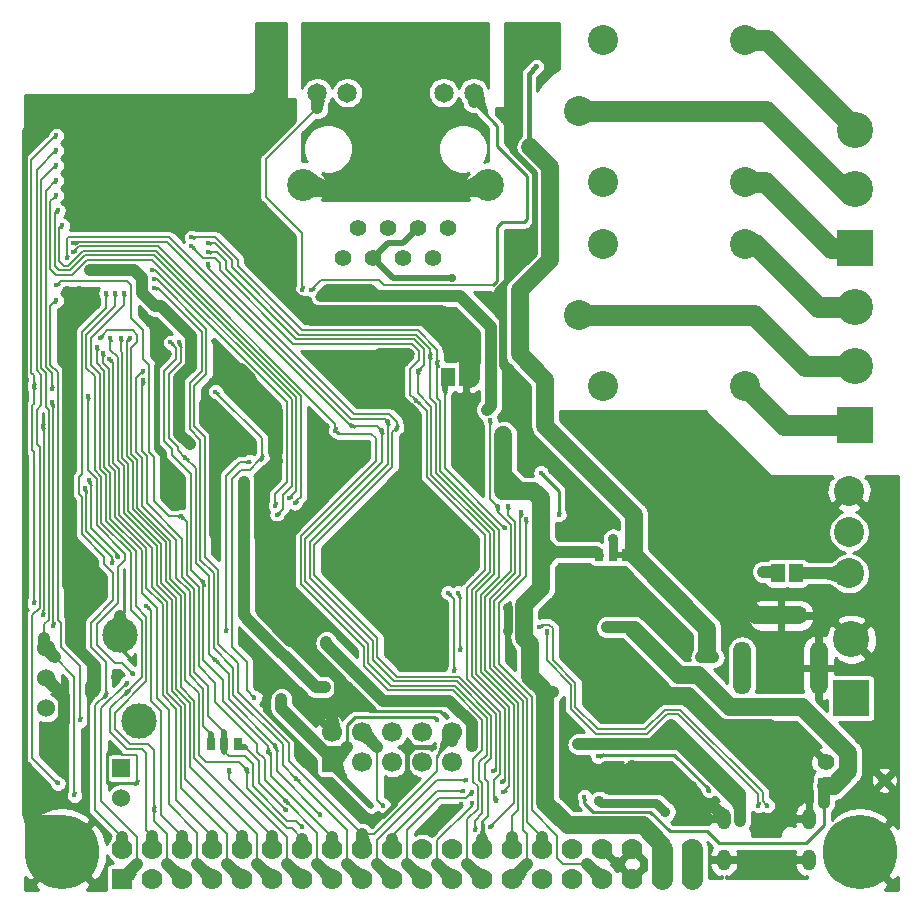
<source format=gbr>
G04 #@! TF.GenerationSoftware,KiCad,Pcbnew,5.1.6-c6e7f7d~87~ubuntu18.04.1*
G04 #@! TF.CreationDate,2022-01-18T16:37:38+02:00*
G04 #@! TF.ProjectId,ESP32-EVB_Rev_J,45535033-322d-4455-9642-5f5265765f4a,J*
G04 #@! TF.SameCoordinates,Original*
G04 #@! TF.FileFunction,Copper,L2,Bot*
G04 #@! TF.FilePolarity,Positive*
%FSLAX46Y46*%
G04 Gerber Fmt 4.6, Leading zero omitted, Abs format (unit mm)*
G04 Created by KiCad (PCBNEW 5.1.6-c6e7f7d~87~ubuntu18.04.1) date 2022-01-18 16:37:38*
%MOMM*%
%LPD*%
G01*
G04 APERTURE LIST*
G04 #@! TA.AperFunction,EtchedComponent*
%ADD10C,0.508000*%
G04 #@! TD*
G04 #@! TA.AperFunction,ViaPad*
%ADD11C,1.300000*%
G04 #@! TD*
G04 #@! TA.AperFunction,ComponentPad*
%ADD12C,2.000000*%
G04 #@! TD*
G04 #@! TA.AperFunction,ComponentPad*
%ADD13O,4.500000X1.500000*%
G04 #@! TD*
G04 #@! TA.AperFunction,ComponentPad*
%ADD14O,1.500000X4.500000*%
G04 #@! TD*
G04 #@! TA.AperFunction,ComponentPad*
%ADD15C,1.778000*%
G04 #@! TD*
G04 #@! TA.AperFunction,ComponentPad*
%ADD16R,1.778000X1.778000*%
G04 #@! TD*
G04 #@! TA.AperFunction,ComponentPad*
%ADD17C,1.700000*%
G04 #@! TD*
G04 #@! TA.AperFunction,ComponentPad*
%ADD18R,1.700000X1.700000*%
G04 #@! TD*
G04 #@! TA.AperFunction,ComponentPad*
%ADD19C,2.540000*%
G04 #@! TD*
G04 #@! TA.AperFunction,ComponentPad*
%ADD20C,1.650000*%
G04 #@! TD*
G04 #@! TA.AperFunction,ComponentPad*
%ADD21C,2.700000*%
G04 #@! TD*
G04 #@! TA.AperFunction,ComponentPad*
%ADD22C,1.410000*%
G04 #@! TD*
G04 #@! TA.AperFunction,ComponentPad*
%ADD23R,1.400000X1.400000*%
G04 #@! TD*
G04 #@! TA.AperFunction,ComponentPad*
%ADD24C,1.400000*%
G04 #@! TD*
G04 #@! TA.AperFunction,ComponentPad*
%ADD25O,1.200000X1.800000*%
G04 #@! TD*
G04 #@! TA.AperFunction,ComponentPad*
%ADD26R,0.400000X0.400000*%
G04 #@! TD*
G04 #@! TA.AperFunction,ComponentPad*
%ADD27R,1.422400X1.422400*%
G04 #@! TD*
G04 #@! TA.AperFunction,ComponentPad*
%ADD28C,3.048000*%
G04 #@! TD*
G04 #@! TA.AperFunction,ComponentPad*
%ADD29R,3.048000X3.048000*%
G04 #@! TD*
G04 #@! TA.AperFunction,ComponentPad*
%ADD30R,1.524000X1.524000*%
G04 #@! TD*
G04 #@! TA.AperFunction,ComponentPad*
%ADD31C,1.524000*%
G04 #@! TD*
G04 #@! TA.AperFunction,ComponentPad*
%ADD32C,3.000000*%
G04 #@! TD*
G04 #@! TA.AperFunction,SMDPad,CuDef*
%ADD33R,1.168400X1.600200*%
G04 #@! TD*
G04 #@! TA.AperFunction,ComponentPad*
%ADD34C,1.200000*%
G04 #@! TD*
G04 #@! TA.AperFunction,ComponentPad*
%ADD35C,6.300000*%
G04 #@! TD*
G04 #@! TA.AperFunction,SMDPad,CuDef*
%ADD36C,1.000000*%
G04 #@! TD*
G04 #@! TA.AperFunction,SMDPad,CuDef*
%ADD37R,0.762000X1.016000*%
G04 #@! TD*
G04 #@! TA.AperFunction,ViaPad*
%ADD38C,0.900000*%
G04 #@! TD*
G04 #@! TA.AperFunction,ViaPad*
%ADD39C,0.450000*%
G04 #@! TD*
G04 #@! TA.AperFunction,ViaPad*
%ADD40C,0.700000*%
G04 #@! TD*
G04 #@! TA.AperFunction,ViaPad*
%ADD41C,0.800000*%
G04 #@! TD*
G04 #@! TA.AperFunction,Conductor*
%ADD42C,1.778000*%
G04 #@! TD*
G04 #@! TA.AperFunction,Conductor*
%ADD43C,1.016000*%
G04 #@! TD*
G04 #@! TA.AperFunction,Conductor*
%ADD44C,0.762000*%
G04 #@! TD*
G04 #@! TA.AperFunction,Conductor*
%ADD45C,1.524000*%
G04 #@! TD*
G04 #@! TA.AperFunction,Conductor*
%ADD46C,0.406400*%
G04 #@! TD*
G04 #@! TA.AperFunction,Conductor*
%ADD47C,0.508000*%
G04 #@! TD*
G04 #@! TA.AperFunction,Conductor*
%ADD48C,0.254000*%
G04 #@! TD*
G04 #@! TA.AperFunction,Conductor*
%ADD49C,0.203200*%
G04 #@! TD*
G04 #@! TA.AperFunction,Conductor*
%ADD50C,0.025400*%
G04 #@! TD*
G04 APERTURE END LIST*
D10*
X121158000Y-112776000D02*
X120015000Y-112776000D01*
D11*
X77210000Y-83883000D03*
D12*
X79010000Y-82083000D03*
D11*
X80810000Y-83883000D03*
X77210000Y-80283000D03*
X80810000Y-80283000D03*
X79010000Y-80283000D03*
X79010000Y-83883000D03*
X77210000Y-82083000D03*
X80810000Y-82083000D03*
D13*
X134237000Y-117869000D03*
D14*
X137437000Y-122319000D03*
X130937000Y-122319000D03*
D15*
X101346000Y-137668000D03*
X101346000Y-140208000D03*
X98806000Y-137668000D03*
X98806000Y-140208000D03*
X96266000Y-137668000D03*
X96266000Y-140208000D03*
X93726000Y-137668000D03*
X93726000Y-140208000D03*
X91186000Y-137668000D03*
X91186000Y-140208000D03*
X81026000Y-137668000D03*
X81026000Y-140208000D03*
X78486000Y-137668000D03*
D16*
X78486000Y-140208000D03*
D15*
X83566000Y-140208000D03*
X83566000Y-137668000D03*
X86106000Y-137668000D03*
X86106000Y-140208000D03*
X88646000Y-140208000D03*
X88646000Y-137668000D03*
X114046000Y-137668000D03*
X114046000Y-140208000D03*
X111506000Y-140208000D03*
X111506000Y-137668000D03*
X108966000Y-137668000D03*
X108966000Y-140208000D03*
X103886000Y-140208000D03*
X103886000Y-137668000D03*
X106426000Y-140208000D03*
X106426000Y-137668000D03*
X116586000Y-140208000D03*
X116586000Y-137668000D03*
X119126000Y-140208000D03*
X119126000Y-137668000D03*
X121666000Y-140208000D03*
X121666000Y-137668000D03*
X124206000Y-140208000D03*
X124206000Y-137668000D03*
X126746000Y-140208000D03*
X126746000Y-137668000D03*
D17*
X106426000Y-127762000D03*
X106426000Y-130302000D03*
X103886000Y-127762000D03*
X103886000Y-130302000D03*
X101346000Y-127762000D03*
X101346000Y-130302000D03*
X98806000Y-127762000D03*
X98806000Y-130302000D03*
X96266000Y-127762000D03*
D18*
X96266000Y-130302000D03*
D19*
X140000000Y-114315000D03*
X140000000Y-107315000D03*
X140000000Y-110815000D03*
D20*
X105670000Y-73610500D03*
X94990000Y-73610500D03*
D21*
X93800000Y-81409000D03*
X109400000Y-81409000D03*
D20*
X108210000Y-73610500D03*
X97530000Y-73610500D03*
D22*
X97165000Y-87599000D03*
X98435000Y-85059000D03*
X99705000Y-87599000D03*
X100975000Y-85059000D03*
X102245000Y-87599000D03*
X103515000Y-85059000D03*
X104785000Y-87599000D03*
X106055000Y-85059000D03*
D19*
X117176000Y-75184000D03*
X131176000Y-81184000D03*
X131176000Y-69184000D03*
X119176000Y-69184000D03*
X119176000Y-81184000D03*
X117176000Y-92456000D03*
X131176000Y-98456000D03*
X131176000Y-86456000D03*
X119176000Y-86456000D03*
X119176000Y-98456000D03*
D23*
X138046460Y-132326380D03*
D24*
X138043920Y-130314700D03*
D25*
X129400000Y-138553000D03*
X129400000Y-135083000D03*
X136600000Y-135083000D03*
X136600000Y-138553000D03*
D26*
X101249000Y-97544000D03*
X101249000Y-98544000D03*
X100449000Y-99344000D03*
X99449000Y-99344000D03*
X98649000Y-98544000D03*
X98649000Y-97544000D03*
X99449000Y-96744000D03*
X100449000Y-96744000D03*
D27*
X99949000Y-98044000D03*
D28*
X140500000Y-76774000D03*
D29*
X140500000Y-86774000D03*
D28*
X140500000Y-81774000D03*
X140500000Y-91774000D03*
D29*
X140500000Y-101774000D03*
D28*
X140500000Y-96774000D03*
D30*
X78359000Y-130810000D03*
D31*
X78359000Y-133350000D03*
D32*
X79909000Y-126840000D03*
X78309000Y-119540000D03*
D31*
X72009000Y-125730000D03*
X72009000Y-123190000D03*
X72009000Y-120650000D03*
D33*
X135509000Y-114300000D03*
X133985000Y-114300000D03*
X133985000Y-114300000D03*
D34*
X70993000Y-137922000D03*
X75819000Y-137922000D03*
X75057000Y-139573000D03*
X71755000Y-139700000D03*
X75057000Y-136271000D03*
X71755000Y-136271000D03*
X73406000Y-140335000D03*
X73406000Y-135509000D03*
D35*
X73406000Y-137922000D03*
D34*
X138557000Y-137922000D03*
X143383000Y-137922000D03*
X142621000Y-139573000D03*
X139319000Y-139700000D03*
X142621000Y-136271000D03*
X139319000Y-136271000D03*
X140970000Y-140335000D03*
X140970000Y-135509000D03*
D35*
X140970000Y-137922000D03*
D29*
X140208000Y-124895000D03*
D28*
X140208000Y-119895000D03*
D36*
X143002000Y-131826000D03*
D33*
X106045000Y-97663000D03*
X107569000Y-97663000D03*
X107569000Y-97663000D03*
D37*
X118872000Y-112776000D03*
X120015000Y-112776000D03*
X121158000Y-112776000D03*
X88265000Y-128778000D03*
X87122000Y-128778000D03*
X85979000Y-128778000D03*
D38*
X124460000Y-134493000D03*
X128524000Y-121412000D03*
X127508000Y-121412000D03*
D39*
X113538000Y-71374000D03*
D38*
X112141000Y-95758000D03*
X113030000Y-78232000D03*
X118872000Y-133604000D03*
X107823000Y-110871000D03*
X105537000Y-110871000D03*
X103632000Y-110871000D03*
D39*
X79756000Y-132080000D03*
X72644000Y-118745000D03*
X71755000Y-101854000D03*
X71755000Y-117856000D03*
D38*
X135001000Y-133985000D03*
X73914000Y-94361000D03*
X73914000Y-95631000D03*
X75819000Y-124460000D03*
X127508000Y-109728000D03*
D39*
X104902000Y-129032000D03*
D38*
X128524000Y-103251000D03*
X131572000Y-107061000D03*
X135382000Y-107061000D03*
X133985000Y-108458000D03*
X126111000Y-101346000D03*
X91059000Y-69469000D03*
X91059000Y-68199000D03*
X85979000Y-76073000D03*
X83185000Y-76073000D03*
X80391000Y-76073000D03*
X77089000Y-76073000D03*
X75819000Y-83693000D03*
X75565000Y-81280000D03*
X75565000Y-78105000D03*
X75565000Y-74295000D03*
X78740000Y-74295000D03*
X78740000Y-78105000D03*
X81915000Y-78105000D03*
X81915000Y-74295000D03*
X84455000Y-74295000D03*
X90551000Y-124079000D03*
X103632000Y-121158000D03*
X101092000Y-121158000D03*
X102362000Y-119761000D03*
X101092000Y-118491000D03*
X101092000Y-116967000D03*
X99949000Y-114173000D03*
X97536000Y-114173000D03*
X106172000Y-114173000D03*
X107950000Y-114173000D03*
X102743000Y-112649000D03*
X97917000Y-110871000D03*
X100457000Y-110871000D03*
X101219000Y-115443000D03*
X121666000Y-130556000D03*
X121666000Y-131572000D03*
X121666000Y-132588000D03*
X104902000Y-115443000D03*
X73914000Y-108204000D03*
D39*
X86868000Y-96774000D03*
D38*
X85471000Y-99949000D03*
X74168000Y-115570000D03*
X77978000Y-123063000D03*
X76200000Y-123444000D03*
X86360000Y-108458000D03*
X74168000Y-120142000D03*
X74168000Y-119126000D03*
X75184000Y-115570000D03*
X82804000Y-107442000D03*
X82804000Y-108458000D03*
X73914000Y-104394000D03*
X74803000Y-90424000D03*
X103124000Y-101981000D03*
X120396000Y-126111000D03*
X130175000Y-127381000D03*
X118237000Y-114427000D03*
X117094000Y-114427000D03*
X115951000Y-114427000D03*
X106426000Y-95123000D03*
X111506000Y-85852000D03*
D39*
X111379000Y-88138000D03*
D38*
X91567000Y-104775000D03*
X91694000Y-74676000D03*
X92710000Y-74676000D03*
X92456000Y-88138000D03*
X110236000Y-91186000D03*
X106426000Y-94107000D03*
D39*
X102362000Y-95504000D03*
X102997000Y-95758000D03*
D38*
X98806000Y-104648000D03*
X117856000Y-117475000D03*
X116840000Y-117602000D03*
X118364000Y-125095000D03*
X119380000Y-125095000D03*
X120396000Y-125095000D03*
X103632000Y-118491000D03*
X76200000Y-115570000D03*
X93980000Y-120015000D03*
X74168000Y-118110000D03*
D39*
X86233000Y-94615000D03*
D38*
X123825000Y-109728000D03*
X73914000Y-109474000D03*
X73533000Y-126873000D03*
X102806500Y-100774490D03*
D39*
X89662000Y-97853500D03*
X89662000Y-98488500D03*
D38*
X91313000Y-88138000D03*
X73914000Y-100838000D03*
X135636000Y-130937000D03*
X134620000Y-130937000D03*
X126746000Y-132334000D03*
X125476000Y-132334000D03*
X111125000Y-117221000D03*
X102362000Y-122174000D03*
X97409000Y-123952000D03*
X73279000Y-74549000D03*
X86741000Y-74549000D03*
X83947000Y-78105000D03*
X83947000Y-79883000D03*
X83439000Y-82042000D03*
X83185000Y-83947000D03*
X73787000Y-90424000D03*
D39*
X81407000Y-101219000D03*
X82423000Y-95758000D03*
X91313000Y-90043000D03*
X107188000Y-133858000D03*
D38*
X73914000Y-102997008D03*
D39*
X72513421Y-99822012D03*
D40*
X97155000Y-92456000D03*
D38*
X93472000Y-92075000D03*
X90170000Y-108966000D03*
X90170000Y-110109000D03*
X90170000Y-111252000D03*
X92583000Y-110871000D03*
X92583000Y-112014000D03*
X124333000Y-101346000D03*
X126365000Y-105029000D03*
X123825000Y-105918000D03*
X119888000Y-109601000D03*
D40*
X73914000Y-97917000D03*
D38*
X111127537Y-119222090D03*
X91397690Y-114234759D03*
X121539000Y-118872000D03*
X119507000Y-118872000D03*
X120523000Y-118872000D03*
D39*
X117602000Y-133223000D03*
X93726000Y-135763000D03*
X80264000Y-97917000D03*
X72898000Y-81026000D03*
X72517000Y-98679000D03*
D38*
X91948000Y-124968000D03*
D39*
X99568000Y-133985000D03*
X105156000Y-126746000D03*
D38*
X88773016Y-117856000D03*
X84201000Y-103378000D03*
X95631000Y-123952000D03*
X88773000Y-106553000D03*
X88773000Y-107569000D03*
X114935000Y-124333000D03*
X113919000Y-124333000D03*
D39*
X84074000Y-97028000D03*
D38*
X117602000Y-112522000D03*
X110744000Y-102616000D03*
X110743994Y-107315000D03*
X75742800Y-88646000D03*
X88773000Y-111379000D03*
D39*
X113411000Y-111350001D03*
X113411000Y-110744000D03*
D40*
X106426000Y-89281000D03*
D39*
X105791000Y-98806000D03*
X110871000Y-110482834D03*
X78867000Y-124333000D03*
X77851000Y-90551000D03*
X100584000Y-133985000D03*
X70993000Y-116840000D03*
X72898000Y-77216000D03*
X70993000Y-98425000D03*
X112649000Y-109728006D03*
X108331000Y-136017000D03*
X97917000Y-101854000D03*
X100457000Y-102235000D03*
X74295000Y-86360000D03*
X85725000Y-87122000D03*
X103505000Y-97155000D03*
X107315000Y-132715000D03*
X110617000Y-131953000D03*
X74295000Y-87122000D03*
X96520000Y-102235000D03*
X73406000Y-84836000D03*
X109601004Y-101346000D03*
X93066545Y-108355456D03*
X110257913Y-108690079D03*
X73025000Y-83566000D03*
X92583000Y-107950000D03*
X111124960Y-108585000D03*
X77470000Y-94361000D03*
X77343000Y-96139000D03*
X76327000Y-95123000D03*
X76835000Y-95631000D03*
X77089000Y-124587000D03*
X77089000Y-90551000D03*
X78359000Y-94361000D03*
X79121000Y-94361000D03*
D41*
X99441000Y-90297000D03*
X95250000Y-90906600D03*
D38*
X109347000Y-100456994D03*
D41*
X103505000Y-90906600D03*
D39*
X105156000Y-96520000D03*
X84328000Y-85852000D03*
X109601000Y-135763000D03*
X104521000Y-95885000D03*
X85725000Y-86360000D03*
X108077000Y-132842000D03*
X110744000Y-132842000D03*
X94488000Y-90297000D03*
X93726920Y-90291418D03*
D38*
X103505000Y-68580000D03*
X106680000Y-68580000D03*
X99695000Y-68580000D03*
X96520000Y-68580000D03*
X97790000Y-70485000D03*
X95250000Y-70485000D03*
X105410000Y-70485000D03*
X107950000Y-70485000D03*
X103505000Y-72390000D03*
X99695000Y-72390000D03*
X97155000Y-75565000D03*
X99695000Y-76200000D03*
X103505000Y-76200000D03*
X106045000Y-75565000D03*
X101600000Y-78105000D03*
X101600000Y-74295000D03*
X101600000Y-70485000D03*
X99695000Y-80010000D03*
X103505000Y-80010000D03*
X105410000Y-81915000D03*
X97790000Y-81915000D03*
X101600000Y-81915000D03*
X132715000Y-114173000D03*
D39*
X73025000Y-132080000D03*
X72898000Y-78486000D03*
X74422000Y-133096000D03*
X72898000Y-79756000D03*
X84328000Y-86614000D03*
X103378000Y-99695000D03*
X108077000Y-133731000D03*
X110109000Y-133604000D03*
X100965000Y-101473000D03*
X73787000Y-87630000D03*
X112268000Y-109093000D03*
X72898000Y-82296000D03*
X91567000Y-109347000D03*
X80518000Y-117094000D03*
X81026000Y-88646000D03*
X91440000Y-108585000D03*
X81153000Y-134239000D03*
X78613000Y-90551000D03*
X78867000Y-123571000D03*
X86360000Y-98933000D03*
X89662000Y-124841000D03*
X90297000Y-104521000D03*
X95250000Y-134747000D03*
X83820000Y-104521000D03*
X83312000Y-94742000D03*
X91440000Y-128905000D03*
X86360000Y-121666000D03*
X74930000Y-126746000D03*
X87503000Y-130937000D03*
X72898000Y-91186000D03*
X76581000Y-94361000D03*
X89027000Y-130937000D03*
X83439000Y-109474000D03*
X92329000Y-133604000D03*
X72898000Y-89916000D03*
X82550000Y-94742000D03*
X90805000Y-129413000D03*
X85344000Y-115062000D03*
X93218000Y-131699000D03*
X81153000Y-90170000D03*
X81153000Y-89408000D03*
X101727000Y-101981000D03*
X107569000Y-131826000D03*
X109855000Y-131064000D03*
X85725000Y-88138000D03*
D38*
X124968000Y-128143000D03*
X124968000Y-127127000D03*
X130810000Y-135255000D03*
X130810000Y-134239000D03*
X117094000Y-128778000D03*
X108077000Y-128905000D03*
X95758000Y-120142000D03*
D39*
X106045000Y-115951000D03*
X106553000Y-122555000D03*
X106299000Y-124841000D03*
X75311000Y-107061000D03*
X77597000Y-113411000D03*
X75692000Y-106426000D03*
X78105000Y-112903000D03*
X133096000Y-133985000D03*
X113792000Y-118872000D03*
X132334000Y-133985000D03*
X114398614Y-119154386D03*
X89241828Y-104862828D03*
X87249000Y-119189500D03*
D38*
X120015000Y-111379000D03*
D39*
X79375000Y-122809000D03*
X75565000Y-99314000D03*
X128143000Y-132715000D03*
X118745000Y-129794000D03*
X80264000Y-97155000D03*
X92329000Y-134366000D03*
X107061000Y-120777000D03*
X106934000Y-115951000D03*
X113919000Y-105791000D03*
X115443000Y-109347000D03*
D42*
X126746000Y-137668000D02*
X126746000Y-140208000D01*
D43*
X128016000Y-121412000D02*
X128016000Y-120904000D01*
X127508000Y-121412000D02*
X128016000Y-121412000D01*
X128016000Y-121412000D02*
X128524000Y-121412000D01*
D44*
X121158000Y-112776000D02*
X121793000Y-112776000D01*
D45*
X112141000Y-95758000D02*
X112141000Y-90297000D01*
X112141000Y-90297000D02*
X114681000Y-87757000D01*
X114681000Y-87757000D02*
X114681000Y-79883000D01*
X113030000Y-78232000D02*
X114681000Y-79883000D01*
X128016000Y-118999000D02*
X128016000Y-120904000D01*
X121793000Y-112776000D02*
X128016000Y-118999000D01*
X114300000Y-97917000D02*
X112141000Y-95758000D01*
X114300000Y-101854000D02*
X114300000Y-97917000D01*
X121793000Y-109347000D02*
X114300000Y-101854000D01*
X121793000Y-112776000D02*
X121793000Y-109347000D01*
D46*
X112903000Y-72009000D02*
X112903000Y-78105000D01*
X113538000Y-71374000D02*
X112903000Y-72009000D01*
X112903000Y-78105000D02*
X113030000Y-78232000D01*
D44*
X123698000Y-133731000D02*
X124460000Y-134493000D01*
X118872000Y-133604000D02*
X118999000Y-133731000D01*
X118999000Y-133731000D02*
X123698000Y-133731000D01*
D47*
X102743000Y-95504000D02*
X102362000Y-95504000D01*
X102997000Y-95758000D02*
X102743000Y-95504000D01*
X102362000Y-95504000D02*
X100181000Y-95504000D01*
X100181000Y-95504000D02*
X99949000Y-95736000D01*
X99949000Y-95736000D02*
X99949000Y-98044000D01*
D45*
X103124000Y-101981000D02*
X103124000Y-110363000D01*
X103124000Y-110363000D02*
X103632000Y-110871000D01*
D43*
X103182001Y-110421001D02*
X103632000Y-110871000D01*
X103124000Y-109728000D02*
X103124000Y-110363000D01*
X103632000Y-112649000D02*
X103632000Y-110871000D01*
X103124000Y-110363000D02*
X103182001Y-110421001D01*
X97917000Y-110871000D02*
X100457000Y-110871000D01*
D48*
X71755000Y-101854000D02*
X71755000Y-100711000D01*
D49*
X78486000Y-129667000D02*
X78232000Y-129413000D01*
X79756000Y-132080000D02*
X79756000Y-129667000D01*
X79756000Y-129667000D02*
X78486000Y-129667000D01*
D48*
X77216000Y-129540000D02*
X77470000Y-129286000D01*
X77216000Y-132080000D02*
X77216000Y-129540000D01*
X75819000Y-124460000D02*
X75565000Y-124714000D01*
X75565000Y-124714000D02*
X75565000Y-127762000D01*
X75565000Y-127762000D02*
X75438000Y-127889000D01*
X79756000Y-132080000D02*
X77216000Y-132080000D01*
D43*
X135636000Y-133350000D02*
X135001000Y-133985000D01*
X129400000Y-135083000D02*
X129400000Y-134861000D01*
X129400000Y-134861000D02*
X128524000Y-133985000D01*
X73914000Y-109474000D02*
X73914000Y-115316000D01*
X73914000Y-115316000D02*
X74168000Y-115570000D01*
X73533000Y-124714000D02*
X73533000Y-126873000D01*
X75819000Y-124460000D02*
X75819000Y-123825000D01*
X75819000Y-123825000D02*
X76200000Y-123444000D01*
D47*
X107569000Y-97663000D02*
X107823000Y-97663000D01*
X107823000Y-97663000D02*
X108204000Y-97536000D01*
X108204000Y-97536000D02*
X107823000Y-97663000D01*
D46*
X102616000Y-129413000D02*
X102997000Y-129032000D01*
X102997000Y-129032000D02*
X104902000Y-129032000D01*
X93218000Y-129667000D02*
X98425000Y-134874000D01*
X98425000Y-134874000D02*
X100584000Y-134874000D01*
X100584000Y-134874000D02*
X101600000Y-133858000D01*
X101600000Y-133858000D02*
X101600000Y-132461000D01*
X101600000Y-132461000D02*
X102616000Y-131445000D01*
X102616000Y-131445000D02*
X102616000Y-129413000D01*
X93218000Y-128524000D02*
X93218000Y-129667000D01*
X90551000Y-124079000D02*
X90551000Y-125857000D01*
X90551000Y-125857000D02*
X93218000Y-128524000D01*
D43*
X128524000Y-103251000D02*
X128524000Y-104013000D01*
X128524000Y-104013000D02*
X131572000Y-107061000D01*
X135382000Y-107061000D02*
X133985000Y-108458000D01*
X91059000Y-69469000D02*
X91059000Y-68199000D01*
X85979000Y-76073000D02*
X83185000Y-76073000D01*
X80391000Y-76073000D02*
X77089000Y-76073000D01*
X75565000Y-81280000D02*
X75565000Y-78105000D01*
X75565000Y-74295000D02*
X78740000Y-74295000D01*
X78740000Y-78105000D02*
X81915000Y-78105000D01*
X81915000Y-74295000D02*
X84455000Y-74295000D01*
X102362000Y-121158000D02*
X103632000Y-121158000D01*
X101092000Y-118491000D02*
X101092000Y-116967000D01*
X101219000Y-115443000D02*
X99949000Y-114173000D01*
X104902000Y-115443000D02*
X106172000Y-114173000D01*
X103632000Y-112649000D02*
X102743000Y-112649000D01*
X103505000Y-115443000D02*
X101219000Y-115443000D01*
X121666000Y-131572000D02*
X121666000Y-132334000D01*
X121666000Y-132334000D02*
X121666000Y-132588000D01*
X103632000Y-115443000D02*
X103505000Y-115443000D01*
X103505000Y-115443000D02*
X104902000Y-115443000D01*
X96266000Y-127762000D02*
X96266000Y-126238000D01*
X96266000Y-126238000D02*
X96901000Y-125603000D01*
X74168000Y-118110000D02*
X74168000Y-115570000D01*
X86360000Y-108458000D02*
X86360000Y-102362000D01*
X86360000Y-102362000D02*
X85471000Y-101473000D01*
X85471000Y-101473000D02*
X85471000Y-99949000D01*
D47*
X86233000Y-94615000D02*
X86868000Y-95250000D01*
X86868000Y-95250000D02*
X86868000Y-96774000D01*
D43*
X74168000Y-120142000D02*
X76200000Y-122174000D01*
X76200000Y-122174000D02*
X76200000Y-123444000D01*
X86360000Y-108458000D02*
X86360000Y-110998000D01*
X74168000Y-119126000D02*
X74168000Y-120142000D01*
X74168000Y-118110000D02*
X74168000Y-119126000D01*
X75184000Y-115570000D02*
X74168000Y-115570000D01*
X76200000Y-115570000D02*
X75184000Y-115570000D01*
D44*
X82804000Y-107442000D02*
X82804000Y-108458000D01*
D43*
X73914000Y-104394000D02*
X73914000Y-108204000D01*
X73914000Y-108204000D02*
X73914000Y-109474000D01*
D45*
X129032000Y-127381000D02*
X126365000Y-124714000D01*
X126365000Y-124714000D02*
X122428000Y-124714000D01*
X135636000Y-129794000D02*
X133223000Y-127381000D01*
X133223000Y-127381000D02*
X130175000Y-127381000D01*
X130175000Y-127381000D02*
X129032000Y-127381000D01*
X135636000Y-133357000D02*
X135636000Y-133350000D01*
D43*
X116840000Y-117475000D02*
X115951000Y-116586000D01*
X115951000Y-116586000D02*
X115951000Y-114427000D01*
X118237000Y-114427000D02*
X117094000Y-114427000D01*
X115951000Y-114427000D02*
X117094000Y-114427000D01*
D42*
X105410000Y-92456000D02*
X106426000Y-93472000D01*
X106426000Y-93472000D02*
X106426000Y-94107000D01*
X107823000Y-95123000D02*
X106426000Y-95123000D01*
X106426000Y-95123000D02*
X106426000Y-94107000D01*
D47*
X110617000Y-92329000D02*
X110236000Y-91948000D01*
X110236000Y-91948000D02*
X110236000Y-91186000D01*
X110236000Y-90424000D02*
X110236000Y-91186000D01*
X113411000Y-85852000D02*
X111506000Y-85852000D01*
D44*
X91694000Y-104013000D02*
X91694000Y-100457000D01*
X91567000Y-104775000D02*
X91567000Y-104140000D01*
X91567000Y-104140000D02*
X91694000Y-104013000D01*
D47*
X113411000Y-80391000D02*
X111506000Y-78486000D01*
X111506000Y-78486000D02*
X111506000Y-71628000D01*
X110236000Y-90424000D02*
X113411000Y-87249000D01*
X113411000Y-87249000D02*
X113411000Y-85852000D01*
X113411000Y-85852000D02*
X113411000Y-85725000D01*
X113411000Y-85725000D02*
X113411000Y-80391000D01*
D43*
X92710000Y-74676000D02*
X91694000Y-74676000D01*
D47*
X110998000Y-99568000D02*
X110998000Y-97155000D01*
X110998000Y-97155000D02*
X110617000Y-96774000D01*
X110617000Y-92329000D02*
X110617000Y-96774000D01*
D42*
X107823000Y-97663000D02*
X107823000Y-95123000D01*
D43*
X102362000Y-121158000D02*
X102362000Y-119761000D01*
X102362000Y-119761000D02*
X103632000Y-118491000D01*
D45*
X116840000Y-117475000D02*
X116840000Y-117602000D01*
D43*
X103632000Y-118491000D02*
X103632000Y-115443000D01*
X103632000Y-115443000D02*
X103632000Y-112649000D01*
X96901000Y-123444000D02*
X97028000Y-123444000D01*
X97028000Y-123444000D02*
X96901000Y-123444000D01*
X73533000Y-124714000D02*
X72009000Y-123190000D01*
X96901000Y-123444000D02*
X96901000Y-125603000D01*
D45*
X134237000Y-117869000D02*
X132093000Y-117869000D01*
X132093000Y-117869000D02*
X123825000Y-109728000D01*
D43*
X128524000Y-133985000D02*
X127254000Y-133985000D01*
X127254000Y-133985000D02*
X126365000Y-133985000D01*
D45*
X103124000Y-101981000D02*
X103124000Y-101092000D01*
X102806500Y-100774500D02*
X102806500Y-100774490D01*
X99949000Y-98044000D02*
X100076010Y-98044000D01*
X103124000Y-101092000D02*
X102806500Y-100774500D01*
X102356501Y-100324491D02*
X102806500Y-100774490D01*
X100076010Y-98044000D02*
X102356501Y-100324491D01*
D47*
X86868000Y-96774000D02*
X88582500Y-96774000D01*
X88582500Y-96774000D02*
X89437001Y-97628501D01*
X89437001Y-97628501D02*
X89662000Y-97853500D01*
X91630500Y-100457000D02*
X89886999Y-98713499D01*
X89662000Y-97853500D02*
X89662000Y-98488500D01*
X89886999Y-98713499D02*
X89662000Y-98488500D01*
X91694000Y-100457000D02*
X91630500Y-100457000D01*
D42*
X90863001Y-87688001D02*
X91313000Y-88138000D01*
X82643200Y-82219000D02*
X85394000Y-82219000D01*
X85394000Y-82219000D02*
X90863001Y-87688001D01*
D43*
X73914000Y-95631000D02*
X73914000Y-100838000D01*
X122047000Y-125095000D02*
X122428000Y-124714000D01*
X120396000Y-125095000D02*
X122047000Y-125095000D01*
D45*
X135636000Y-133350000D02*
X135636000Y-130937000D01*
X135636000Y-130937000D02*
X135636000Y-129794000D01*
D43*
X135636000Y-130937000D02*
X134620000Y-130937000D01*
D44*
X126746000Y-132334000D02*
X126619000Y-132461000D01*
X126619000Y-133731000D02*
X126365000Y-133985000D01*
X126619000Y-132461000D02*
X126619000Y-133731000D01*
D45*
X116840000Y-120650000D02*
X116840000Y-117475000D01*
X118364000Y-122174000D02*
X116840000Y-120650000D01*
X118364000Y-125095000D02*
X118364000Y-122174000D01*
D43*
X96901000Y-123317000D02*
X96901000Y-123444000D01*
X93980000Y-120396000D02*
X96901000Y-123317000D01*
X93980000Y-120015000D02*
X93980000Y-120396000D01*
X102362000Y-122174000D02*
X102362000Y-121158000D01*
X97409000Y-123952000D02*
X96901000Y-123444000D01*
D48*
X115824000Y-129667000D02*
X115824000Y-127889000D01*
X116713000Y-130556000D02*
X115824000Y-129667000D01*
X121666000Y-130556000D02*
X116713000Y-130556000D01*
D43*
X78309000Y-119540000D02*
X78309000Y-117906000D01*
D47*
X70231000Y-134747000D02*
X73406000Y-137922000D01*
X70231000Y-76835000D02*
X70231000Y-134747000D01*
X72517000Y-74549000D02*
X70231000Y-76835000D01*
X73279000Y-74549000D02*
X72517000Y-74549000D01*
D43*
X83947000Y-78680000D02*
X82643200Y-79983800D01*
X83947000Y-78105000D02*
X83947000Y-78680000D01*
D47*
X82042000Y-106680000D02*
X82804000Y-107442000D01*
X82423000Y-95758000D02*
X81407000Y-96774000D01*
X81407000Y-96774000D02*
X81407000Y-103759000D01*
X81407000Y-103759000D02*
X82042000Y-104394000D01*
X82042000Y-104394000D02*
X82042000Y-106680000D01*
D48*
X78613000Y-117602000D02*
X78613000Y-113919000D01*
X78309000Y-117906000D02*
X78613000Y-117602000D01*
X78309000Y-119540000D02*
X78309000Y-120600000D01*
X78309000Y-120600000D02*
X79248000Y-121539000D01*
X97409000Y-123952000D02*
X99441000Y-125984000D01*
X99441000Y-125984000D02*
X105410000Y-125984000D01*
X105410000Y-125984000D02*
X105791000Y-126365000D01*
D43*
X73914000Y-104394000D02*
X73914000Y-102997008D01*
X73914000Y-100838000D02*
X73914000Y-102997008D01*
D49*
X72644000Y-99952591D02*
X72513421Y-99822012D01*
X71755000Y-102172198D02*
X71881978Y-102299176D01*
X71755000Y-101854000D02*
X71755000Y-102172198D01*
X71881978Y-117410824D02*
X71755000Y-117537802D01*
X71755000Y-117537802D02*
X71755000Y-117856000D01*
X71881978Y-102299176D02*
X71881978Y-117410824D01*
X72644000Y-118745000D02*
X72644000Y-99952591D01*
X99314000Y-92456000D02*
X99314000Y-91948000D01*
X99314000Y-91948000D02*
X99441000Y-91821000D01*
D42*
X99314000Y-92456000D02*
X105410000Y-92456000D01*
D45*
X91313000Y-88774396D02*
X91313000Y-88138000D01*
X93472000Y-91695396D02*
X91313000Y-89536396D01*
X91313000Y-89536396D02*
X91313000Y-88774396D01*
D44*
X93599000Y-91948000D02*
X93472000Y-92075000D01*
X93980000Y-91948000D02*
X93599000Y-91948000D01*
D43*
X90170000Y-108966000D02*
X90170000Y-106172000D01*
X90170000Y-106172000D02*
X91567000Y-104775000D01*
X90170000Y-108966000D02*
X90170000Y-110109000D01*
X90170000Y-110109000D02*
X90170000Y-111252000D01*
X92710000Y-120015000D02*
X93980000Y-120015000D01*
X90170000Y-111252000D02*
X90297000Y-111379000D01*
X90297000Y-111379000D02*
X90297000Y-117602000D01*
X90297000Y-117602000D02*
X92710000Y-120015000D01*
X92583000Y-110871000D02*
X98806000Y-104648000D01*
X92583000Y-110871000D02*
X92583000Y-112014000D01*
X90424000Y-110363000D02*
X92075000Y-110363000D01*
X90170000Y-110109000D02*
X90424000Y-110363000D01*
X93218000Y-110363000D02*
X92583000Y-110998000D01*
X92583000Y-110998000D02*
X92583000Y-112014000D01*
X126365000Y-105029000D02*
X126111000Y-104775000D01*
X126111000Y-104775000D02*
X126111000Y-101346000D01*
X126365000Y-105029000D02*
X124714000Y-105029000D01*
X124714000Y-105029000D02*
X123825000Y-105918000D01*
X123825000Y-109728000D02*
X123825000Y-105918000D01*
D44*
X110998000Y-99568000D02*
X110998000Y-100711000D01*
X119438001Y-109151001D02*
X119888000Y-109601000D01*
X110998000Y-100711000D02*
X119438001Y-109151001D01*
X93472000Y-92075000D02*
X93472000Y-91695396D01*
D42*
X94411800Y-92456000D02*
X99314000Y-92456000D01*
X93522800Y-91567000D02*
X94411800Y-92456000D01*
D43*
X119507000Y-132334000D02*
X121666000Y-132334000D01*
X119761000Y-132588000D02*
X119507000Y-132334000D01*
X125476000Y-132334000D02*
X125222000Y-132588000D01*
X125222000Y-132588000D02*
X119761000Y-132588000D01*
D44*
X111125000Y-119219553D02*
X111127537Y-119222090D01*
X111125000Y-117221000D02*
X111125000Y-119219553D01*
D45*
X139946380Y-129532380D02*
X136017000Y-125603000D01*
X136017000Y-125603000D02*
X129921000Y-125603000D01*
X125603000Y-122936000D02*
X121793000Y-119126000D01*
D43*
X121793000Y-119126000D02*
X121539000Y-118872000D01*
D45*
X127254000Y-122936000D02*
X125603000Y-122936000D01*
X138046460Y-132326380D02*
X138691620Y-132326380D01*
X138691620Y-132326380D02*
X139946380Y-131071620D01*
X139946380Y-131071620D02*
X139946380Y-129532380D01*
D43*
X121539000Y-118872000D02*
X120523000Y-118872000D01*
D45*
X129921000Y-125603000D02*
X127254000Y-122936000D01*
D43*
X120523000Y-118872000D02*
X119507000Y-118872000D01*
D47*
X137922000Y-132450840D02*
X137922000Y-133350000D01*
D48*
X117602000Y-133731000D02*
X117602000Y-133223000D01*
X118364000Y-134493000D02*
X117602000Y-133731000D01*
X123190000Y-134493000D02*
X118364000Y-134493000D01*
X124841000Y-136144000D02*
X123190000Y-134493000D01*
X128016000Y-136144000D02*
X124841000Y-136144000D01*
X137922000Y-135636000D02*
X136398000Y-137160000D01*
X136398000Y-137160000D02*
X129032000Y-137160000D01*
X129032000Y-137160000D02*
X128016000Y-136144000D01*
D43*
X137922000Y-132450840D02*
X137922000Y-133731000D01*
X138046460Y-132326380D02*
X137922000Y-132450840D01*
D48*
X137922000Y-133350000D02*
X137922000Y-133731000D01*
X137922000Y-133731000D02*
X137922000Y-135636000D01*
D47*
X87122000Y-128778000D02*
X87122000Y-127762000D01*
X87122000Y-128778000D02*
X87122000Y-129413000D01*
D49*
X80137000Y-98044000D02*
X80264000Y-97917000D01*
X84582000Y-122682000D02*
X84582000Y-115620800D01*
X85725000Y-126365000D02*
X85725000Y-123825000D01*
X83566000Y-114604800D02*
X83566000Y-111379000D01*
X84582000Y-115620800D02*
X83566000Y-114604800D01*
X80543400Y-104394000D02*
X80137000Y-103987600D01*
X83566000Y-111379000D02*
X80543400Y-108356400D01*
X80543400Y-108356400D02*
X80543400Y-104394000D01*
X85725000Y-123825000D02*
X84582000Y-122682000D01*
X87122000Y-127762000D02*
X85725000Y-126365000D01*
X80137000Y-103987600D02*
X80137000Y-98044000D01*
X93218000Y-135255000D02*
X93726000Y-135763000D01*
X89535000Y-132334000D02*
X92456000Y-135255000D01*
X87122000Y-129413000D02*
X87503000Y-129794000D01*
X92456000Y-135255000D02*
X93218000Y-135255000D01*
X87503000Y-129794000D02*
X88900000Y-129794000D01*
X88900000Y-129794000D02*
X89535000Y-130429000D01*
X89535000Y-130429000D02*
X89535000Y-132334000D01*
X72898000Y-81026000D02*
X72008989Y-81915011D01*
X72008989Y-81915011D02*
X72008989Y-96804819D01*
X72008989Y-96804819D02*
X72517000Y-97312830D01*
X72517000Y-97312830D02*
X72517000Y-98360802D01*
X72517000Y-98360802D02*
X72517000Y-98679000D01*
D43*
X96266000Y-130302000D02*
X96266000Y-130048000D01*
X91948000Y-125730000D02*
X91948000Y-124968000D01*
D47*
X99568000Y-133985000D02*
X96266000Y-130683000D01*
X96266000Y-130683000D02*
X96266000Y-130302000D01*
D48*
X105156000Y-126746000D02*
X104902000Y-126492000D01*
X104902000Y-126492000D02*
X98171000Y-126492000D01*
X98171000Y-126492000D02*
X97536000Y-127127000D01*
X97536000Y-127127000D02*
X97536000Y-129032000D01*
D43*
X97155000Y-129413000D02*
X95631000Y-129413000D01*
X95631000Y-129413000D02*
X91948000Y-125730000D01*
X96266000Y-130048000D02*
X95631000Y-129413000D01*
X96266000Y-130302000D02*
X97155000Y-129413000D01*
X97155000Y-129413000D02*
X97536000Y-129032000D01*
X95631000Y-123952000D02*
X94869016Y-123952000D01*
X94869016Y-123952000D02*
X89223015Y-118305999D01*
X89223015Y-118305999D02*
X88773016Y-117856000D01*
X83312000Y-102489000D02*
X84201000Y-103378000D01*
X88773000Y-106553000D02*
X88773000Y-107569000D01*
X84074000Y-97028000D02*
X83312000Y-97790000D01*
X83312000Y-97790000D02*
X83312000Y-102489000D01*
X113919000Y-124333000D02*
X114427000Y-124333000D01*
X114427000Y-124333000D02*
X114935000Y-124333000D01*
D42*
X124206000Y-137668000D02*
X124206000Y-140208000D01*
D44*
X118618000Y-112522000D02*
X118872000Y-112776000D01*
D43*
X117602000Y-112522000D02*
X118618000Y-112522000D01*
D45*
X110744000Y-102616000D02*
X110744000Y-104775000D01*
X110744000Y-106045000D02*
X111564001Y-106865001D01*
X111564001Y-106865001D02*
X112014000Y-107315000D01*
X110744000Y-104775000D02*
X110744000Y-106045000D01*
X112014000Y-107315000D02*
X110743994Y-107315000D01*
X110744000Y-107314994D02*
X110743994Y-107315000D01*
X110744000Y-105791000D02*
X110744000Y-107314994D01*
D43*
X115062000Y-112522000D02*
X113919000Y-111379000D01*
D45*
X113919000Y-112522000D02*
X113919000Y-111379000D01*
D43*
X113919000Y-112522000D02*
X115697000Y-112522000D01*
X115697000Y-112522000D02*
X117602000Y-112522000D01*
X115062000Y-112522000D02*
X113919000Y-113665000D01*
X115697000Y-112522000D02*
X115062000Y-112522000D01*
D45*
X113919000Y-113665000D02*
X113919000Y-112522000D01*
D47*
X113919000Y-123952000D02*
X113855500Y-123888500D01*
X113919000Y-124333000D02*
X113919000Y-123952000D01*
D45*
X114300000Y-124333000D02*
X113855500Y-123888500D01*
X114300000Y-133731000D02*
X114300000Y-124333000D01*
X124206000Y-137287000D02*
X122555000Y-135636000D01*
X122555000Y-135636000D02*
X116205000Y-135636000D01*
X124206000Y-137668000D02*
X124206000Y-137287000D01*
X116205000Y-135636000D02*
X114300000Y-133731000D01*
D43*
X80137000Y-89281000D02*
X79502000Y-88646000D01*
X80137000Y-90551000D02*
X80137000Y-89281000D01*
X81280000Y-91694000D02*
X80137000Y-90551000D01*
X84074000Y-97028000D02*
X84298999Y-96803001D01*
X84298999Y-96803001D02*
X84298999Y-94204999D01*
X84298999Y-94204999D02*
X81788000Y-91694000D01*
X81788000Y-91694000D02*
X81280000Y-91694000D01*
X75742800Y-88646000D02*
X79502000Y-88646000D01*
D45*
X113919000Y-115570000D02*
X113919000Y-113665000D01*
X113855500Y-123888500D02*
X113030000Y-123063000D01*
X113030000Y-123063000D02*
X113030000Y-120269000D01*
X113030000Y-120269000D02*
X112522000Y-119761000D01*
X112522000Y-116967000D02*
X113919000Y-115570000D01*
X112522000Y-119761000D02*
X112522000Y-116967000D01*
D43*
X88773000Y-107569000D02*
X88773000Y-111379000D01*
X88773000Y-117855984D02*
X88773016Y-117856000D01*
X88773000Y-111379000D02*
X88773000Y-117855984D01*
D45*
X113284000Y-107315000D02*
X112014000Y-107315000D01*
X113919000Y-111379000D02*
X113919000Y-107950000D01*
X113919000Y-107950000D02*
X113284000Y-107315000D01*
D47*
X99705000Y-87599000D02*
X101387000Y-89281000D01*
X101387000Y-89281000D02*
X106426000Y-89281000D01*
X103515000Y-85059000D02*
X102214000Y-86360000D01*
X102214000Y-86360000D02*
X100944000Y-86360000D01*
X100944000Y-86360000D02*
X99705000Y-87599000D01*
X105791000Y-98806000D02*
X105791000Y-97917000D01*
X105791000Y-97917000D02*
X106045000Y-97663000D01*
D49*
X110646001Y-110257835D02*
X110871000Y-110482834D01*
X105791000Y-105402834D02*
X110646001Y-110257835D01*
X105791000Y-98806000D02*
X105791000Y-105402834D01*
D42*
X140500000Y-91774000D02*
X137367000Y-91774000D01*
X137367000Y-91774000D02*
X132049000Y-86456000D01*
X132049000Y-86456000D02*
X131176000Y-86456000D01*
X140500000Y-101774000D02*
X134494000Y-101774000D01*
X134494000Y-101774000D02*
X131176000Y-98456000D01*
X140500000Y-96774000D02*
X136271000Y-96774000D01*
X136271000Y-96774000D02*
X131953000Y-92456000D01*
X131953000Y-92456000D02*
X117176000Y-92456000D01*
X140500000Y-81774000D02*
X139559000Y-81774000D01*
X139559000Y-81774000D02*
X132969000Y-75184000D01*
X132969000Y-75184000D02*
X117176000Y-75184000D01*
X140500000Y-86774000D02*
X138463000Y-86774000D01*
X138463000Y-86774000D02*
X132873000Y-81184000D01*
X132873000Y-81184000D02*
X131176000Y-81184000D01*
X140500000Y-76774000D02*
X140500000Y-76619000D01*
X140500000Y-76619000D02*
X133065000Y-69184000D01*
X133065000Y-69184000D02*
X131176000Y-69184000D01*
D49*
X80518000Y-136017000D02*
X80518000Y-129540000D01*
X80518000Y-129540000D02*
X80137000Y-129159000D01*
X80137000Y-129159000D02*
X78867000Y-129159000D01*
X78867000Y-129159000D02*
X77470000Y-127762000D01*
X81026000Y-136525000D02*
X80518000Y-136017000D01*
D43*
X81026000Y-137668000D02*
X81026000Y-136525000D01*
D49*
X78867000Y-124333000D02*
X77470000Y-125730000D01*
X77470000Y-125730000D02*
X77470000Y-127762000D01*
X79172765Y-112470235D02*
X79172765Y-117399765D01*
X76707989Y-106146589D02*
X76707989Y-110005459D01*
X76136500Y-105575100D02*
X76707989Y-106146589D01*
X76136500Y-97599500D02*
X76136500Y-105575100D01*
X79172765Y-117399765D02*
X80136901Y-118363901D01*
X76707989Y-110005459D02*
X79172765Y-112470235D01*
X77851000Y-91694000D02*
X75438000Y-94107000D01*
X75438000Y-94107000D02*
X75438000Y-96901000D01*
X80136901Y-123063099D02*
X78867000Y-124333000D01*
X77851000Y-90551000D02*
X77851000Y-91694000D01*
X75438000Y-96901000D02*
X76136500Y-97599500D01*
X80136901Y-118363901D02*
X80136901Y-123063099D01*
X100584000Y-133985000D02*
X100076000Y-133477000D01*
X100076000Y-133477000D02*
X100076000Y-129032000D01*
D43*
X100076000Y-129032000D02*
X98806000Y-127762000D01*
X117856000Y-138938000D02*
X119126000Y-140208000D01*
D49*
X70993000Y-97536000D02*
X70993000Y-98425000D01*
X72898000Y-77216000D02*
X70768001Y-79345999D01*
X70768001Y-97311001D02*
X70993000Y-97536000D01*
X70768001Y-79345999D02*
X70768001Y-97311001D01*
X70993000Y-104140000D02*
X70993000Y-116840000D01*
X70993000Y-104013000D02*
X70993000Y-104140000D01*
X70866000Y-103886000D02*
X70993000Y-104013000D01*
X70866000Y-100076000D02*
X70866000Y-103886000D01*
X70993000Y-98425000D02*
X70993000Y-99949000D01*
X70993000Y-99949000D02*
X70866000Y-100076000D01*
X115316000Y-136525000D02*
X113157000Y-134366000D01*
X113157000Y-134366000D02*
X113157000Y-124764800D01*
X112649000Y-114528600D02*
X112649000Y-109728006D01*
X115316000Y-138430000D02*
X115316000Y-136525000D01*
X110363000Y-121970800D02*
X110363000Y-116814600D01*
X115824000Y-138938000D02*
X115316000Y-138430000D01*
X110363000Y-116814600D02*
X112649000Y-114528600D01*
X117856000Y-138938000D02*
X115824000Y-138938000D01*
X113157000Y-124764800D02*
X110363000Y-121970800D01*
X97917000Y-101854000D02*
X100076000Y-101854000D01*
X100076000Y-101854000D02*
X100457000Y-102235000D01*
X100457000Y-102553198D02*
X100457000Y-102235000D01*
X93979989Y-114934989D02*
X93979989Y-111379011D01*
X99313978Y-120268978D02*
X93979989Y-114934989D01*
X99313978Y-121919978D02*
X99313978Y-120268978D01*
X93979989Y-111379011D02*
X100457000Y-104902000D01*
X108966000Y-132080000D02*
X108712000Y-131826000D01*
X108966000Y-134620000D02*
X108966000Y-132080000D01*
X108712000Y-131826000D02*
X108712000Y-130302022D01*
X108712000Y-130302022D02*
X109347000Y-129667022D01*
X109347000Y-129667022D02*
X109347000Y-126542800D01*
X109347000Y-126542800D02*
X106629200Y-123825000D01*
X108331000Y-136017000D02*
X108331000Y-135255000D01*
X106629200Y-123825000D02*
X101219000Y-123825000D01*
X100457000Y-104902000D02*
X100457000Y-102553198D01*
X108331000Y-135255000D02*
X108966000Y-134620000D01*
X101219000Y-123825000D02*
X99313978Y-121919978D01*
X82295956Y-86232956D02*
X97692001Y-101629001D01*
X97692001Y-101629001D02*
X97917000Y-101854000D01*
X74295000Y-86360000D02*
X74422044Y-86232956D01*
X74422044Y-86232956D02*
X82295956Y-86232956D01*
X87249000Y-88519000D02*
X93217989Y-94487989D01*
X103154819Y-94487989D02*
X104013011Y-95346181D01*
X104013011Y-96646989D02*
X103729999Y-96930001D01*
X103729999Y-96930001D02*
X103505000Y-97155000D01*
X104013011Y-95346181D02*
X104013011Y-96646989D01*
X93217989Y-94487989D02*
X103154819Y-94487989D01*
X87249000Y-87884000D02*
X87249000Y-88519000D01*
X85725000Y-87122000D02*
X86487000Y-87122000D01*
X86487000Y-87122000D02*
X87249000Y-87884000D01*
D43*
X101346000Y-137668000D02*
X101346000Y-136779000D01*
D49*
X103505000Y-97473198D02*
X103505000Y-97155000D01*
X103505000Y-99060000D02*
X103505000Y-97473198D01*
X110617000Y-131953000D02*
X110871000Y-131699000D01*
X110871000Y-125831600D02*
X108077000Y-123037600D01*
X110871000Y-131699000D02*
X110871000Y-125831600D01*
X108077000Y-123037600D02*
X108077000Y-115747800D01*
X108077000Y-115747800D02*
X109604576Y-114220224D01*
X109604576Y-110920752D02*
X104647967Y-105964143D01*
X109604576Y-114220224D02*
X109604576Y-110920752D01*
X104647967Y-105964143D02*
X104647967Y-100202967D01*
X104647967Y-100202967D02*
X103505000Y-99060000D01*
X101346000Y-136525000D02*
X101346000Y-136779000D01*
X105156000Y-132715000D02*
X101346000Y-136525000D01*
X107315000Y-132715000D02*
X105156000Y-132715000D01*
D43*
X108966000Y-140208000D02*
X107696000Y-138938000D01*
D49*
X99949000Y-104775000D02*
X99949000Y-102870000D01*
X93598978Y-111125022D02*
X99949000Y-104775000D01*
X93598978Y-115188978D02*
X93598978Y-111125022D01*
X98932967Y-120522967D02*
X93598978Y-115188978D01*
X98932967Y-122173967D02*
X98932967Y-120522967D01*
X99949000Y-102870000D02*
X99568000Y-102489000D01*
X108585000Y-132334000D02*
X108204000Y-131953000D01*
X107696000Y-138938000D02*
X107696000Y-135128000D01*
X96774000Y-102489000D02*
X96744999Y-102459999D01*
X99568000Y-102489000D02*
X96774000Y-102489000D01*
X108204000Y-131953000D02*
X108204000Y-130048000D01*
X96744999Y-102459999D02*
X96520000Y-102235000D01*
X108204000Y-130048000D02*
X108966000Y-129286000D01*
X107696000Y-135128000D02*
X108585000Y-134239000D01*
X108585000Y-134239000D02*
X108585000Y-132334000D01*
X106451400Y-124206000D02*
X100965000Y-124206000D01*
X100965000Y-124206000D02*
X98932967Y-122173967D01*
X108966000Y-129286000D02*
X108966000Y-126720600D01*
X108966000Y-126720600D02*
X106451400Y-124206000D01*
X74295000Y-87122000D02*
X74803033Y-86613967D01*
X96520000Y-101916802D02*
X96520000Y-102235000D01*
X81499457Y-86613967D02*
X96520000Y-101634510D01*
X96520000Y-101634510D02*
X96520000Y-101916802D01*
X74803033Y-86613967D02*
X81499457Y-86613967D01*
D43*
X111506000Y-137668000D02*
X111506000Y-136652000D01*
D49*
X109601004Y-101346000D02*
X109601004Y-108033170D01*
X109601004Y-108033170D02*
X110032914Y-108465080D01*
X110032914Y-108465080D02*
X110257913Y-108690079D01*
X73406000Y-84836000D02*
X73152055Y-85089945D01*
X93599022Y-99252362D02*
X93599022Y-107822979D01*
X75158622Y-86994978D02*
X81341638Y-86994978D01*
X73152055Y-87884055D02*
X73532978Y-88264978D01*
X73532978Y-88264978D02*
X73888622Y-88264978D01*
X73152055Y-85089945D02*
X73152055Y-87884055D01*
X81341638Y-86994978D02*
X93599022Y-99252362D01*
X93599022Y-107822979D02*
X93291544Y-108130457D01*
X93291544Y-108130457D02*
X93066545Y-108355456D01*
X73888622Y-88264978D02*
X75158622Y-86994978D01*
X110261400Y-109118400D02*
X110261400Y-108693566D01*
X111506000Y-134874000D02*
X112014000Y-134366000D01*
X109220000Y-116281200D02*
X111375402Y-114125798D01*
X111506000Y-136652000D02*
X111506000Y-134874000D01*
X110261400Y-108693566D02*
X110257913Y-108690079D01*
X111375402Y-110232402D02*
X110261400Y-109118400D01*
X112014000Y-134366000D02*
X112014000Y-125298200D01*
X112014000Y-125298200D02*
X109220000Y-122504200D01*
X111375402Y-114125798D02*
X111375402Y-110232402D01*
X109220000Y-122504200D02*
X109220000Y-116281200D01*
X93218000Y-107315000D02*
X93218000Y-107314989D01*
D43*
X111506000Y-140208000D02*
X112776000Y-138938000D01*
D49*
X93218000Y-107315000D02*
X93218000Y-107315011D01*
X93218000Y-107315011D02*
X92583000Y-107950000D01*
X109601000Y-116459000D02*
X111760000Y-114300000D01*
X112776000Y-138938000D02*
X112776000Y-136398000D01*
X112395000Y-136017000D02*
X112395000Y-125120400D01*
X112776000Y-136398000D02*
X112395000Y-136017000D01*
X109601000Y-122326400D02*
X109601000Y-116459000D01*
X112395000Y-125120400D02*
X109601000Y-122326400D01*
X73151989Y-88645989D02*
X74086381Y-88645989D01*
X73025000Y-83566000D02*
X72771044Y-83819956D01*
X93218000Y-99410170D02*
X93218000Y-107315000D01*
X72771044Y-83819956D02*
X72771044Y-88265044D01*
X75356381Y-87375989D02*
X81183819Y-87375989D01*
X72771044Y-88265044D02*
X73151989Y-88645989D01*
X81183819Y-87375989D02*
X93218000Y-99410170D01*
X74086381Y-88645989D02*
X75356381Y-87375989D01*
X111124960Y-109346960D02*
X111760000Y-109982000D01*
X111124960Y-108585000D02*
X111124960Y-109346960D01*
X111760000Y-114300000D02*
X111760000Y-109982000D01*
D43*
X88646000Y-136525000D02*
X88646000Y-137668000D01*
D49*
X77470000Y-95377000D02*
X77470000Y-94361000D01*
X83820000Y-125437900D02*
X82677000Y-124294900D01*
X82677000Y-124294900D02*
X82677000Y-116586000D01*
X82677000Y-116586000D02*
X81407000Y-115316000D01*
X78105000Y-96012000D02*
X77470000Y-95377000D01*
X83820000Y-131699000D02*
X83820000Y-125437900D01*
X81407000Y-115316000D02*
X81407000Y-112010320D01*
X81407000Y-112010320D02*
X78613055Y-109216375D01*
X78613055Y-109216375D02*
X78613055Y-105257655D01*
X78613055Y-105257655D02*
X78105000Y-104749600D01*
X88646000Y-136525000D02*
X83820000Y-131699000D01*
X78105000Y-104749600D02*
X78105000Y-96012000D01*
D43*
X87376000Y-138938000D02*
X88646000Y-140208000D01*
D49*
X77724000Y-104927400D02*
X77724000Y-96520000D01*
X83439000Y-125603000D02*
X82296000Y-124460000D01*
X83439000Y-132461000D02*
X83439000Y-125603000D01*
X87376000Y-136398000D02*
X83439000Y-132461000D01*
X77724000Y-96520000D02*
X77343000Y-96139000D01*
X87376000Y-138938000D02*
X87376000Y-136398000D01*
X82296000Y-124460000D02*
X82296000Y-116763800D01*
X82296000Y-116763800D02*
X81026000Y-115493800D01*
X81026000Y-115493800D02*
X81026000Y-112168150D01*
X81026000Y-112168150D02*
X78232044Y-109374194D01*
X78232044Y-109374194D02*
X78232044Y-105435444D01*
X78232044Y-105435444D02*
X77724000Y-104927400D01*
D43*
X84836000Y-138938000D02*
X86106000Y-140208000D01*
D49*
X76962000Y-97155000D02*
X76327000Y-96520000D01*
X76962000Y-105283000D02*
X76962000Y-97155000D01*
X76327000Y-96520000D02*
X76327000Y-95123000D01*
X82423000Y-125857000D02*
X81407033Y-124841033D01*
X84836000Y-136271000D02*
X82423000Y-133858000D01*
X82423000Y-133858000D02*
X82423000Y-125857000D01*
X81407033Y-117221033D02*
X80137000Y-115951000D01*
X81407033Y-124841033D02*
X81407033Y-117221033D01*
X77470022Y-105791022D02*
X76962000Y-105283000D01*
X84836000Y-138938000D02*
X84836000Y-136271000D01*
X80137000Y-115951000D02*
X80137000Y-112356810D01*
X80137000Y-112356810D02*
X77470022Y-109689832D01*
X77470022Y-109689832D02*
X77470022Y-105791022D01*
D43*
X86106000Y-136525000D02*
X86106000Y-137668000D01*
D49*
X76835000Y-95949198D02*
X76835000Y-95631000D01*
X76835000Y-96489170D02*
X76835000Y-95949198D01*
X77343000Y-96997170D02*
X76835000Y-96489170D01*
X83058000Y-125780800D02*
X81915000Y-124637800D01*
X83058000Y-133477000D02*
X83058000Y-125780800D01*
X86106000Y-136525000D02*
X83058000Y-133477000D01*
X77851033Y-105613233D02*
X77343000Y-105105200D01*
X81915000Y-124637800D02*
X81915000Y-116941600D01*
X81915000Y-116941600D02*
X80518000Y-115544600D01*
X80518000Y-115544600D02*
X80518000Y-112198980D01*
X80518000Y-112198980D02*
X77851033Y-109532013D01*
X77851033Y-109532013D02*
X77851033Y-105613233D01*
X77343000Y-105105200D02*
X77343000Y-96997170D01*
X78486000Y-136652000D02*
X76200000Y-134366000D01*
X76200000Y-134366000D02*
X76200000Y-125476000D01*
X76200000Y-125476000D02*
X77089000Y-124587000D01*
D43*
X78486000Y-137668000D02*
X78486000Y-136652000D01*
D49*
X77089000Y-121793000D02*
X77089000Y-124587000D01*
X75057000Y-107823000D02*
X75057000Y-110998000D01*
X75057000Y-110998000D02*
X76962000Y-112903000D01*
X76962000Y-112903000D02*
X76962000Y-113538000D01*
X76962000Y-113538000D02*
X77724000Y-114300000D01*
X74803000Y-107569000D02*
X75057000Y-107823000D01*
X74803000Y-106172000D02*
X74803000Y-107569000D01*
X75057000Y-105918000D02*
X74803000Y-106172000D01*
X75057000Y-93853000D02*
X75057000Y-105918000D01*
X77089000Y-90551000D02*
X77089000Y-91821000D01*
X77089000Y-91821000D02*
X75057000Y-93853000D01*
X77724000Y-114300000D02*
X77724000Y-116586000D01*
X77724000Y-116586000D02*
X75819000Y-118491000D01*
X75819000Y-120523000D02*
X77089000Y-121793000D01*
X75819000Y-118491000D02*
X75819000Y-120523000D01*
X81788000Y-115138200D02*
X81788000Y-111852490D01*
X81788000Y-111852490D02*
X78994066Y-109058556D01*
X83058000Y-116408200D02*
X81788000Y-115138200D01*
X78994066Y-105079866D02*
X78486000Y-104571800D01*
X83058000Y-124129800D02*
X83058000Y-116408200D01*
X84201000Y-125272800D02*
X83058000Y-124129800D01*
X78994066Y-109058556D02*
X78994066Y-105079866D01*
X89916000Y-138938000D02*
X89916000Y-136398000D01*
X89916000Y-136398000D02*
X84201000Y-130683000D01*
X84201000Y-130683000D02*
X84201000Y-125272800D01*
X78486000Y-104571800D02*
X78486000Y-95631000D01*
X78486000Y-95631000D02*
X78359000Y-95504000D01*
X78359000Y-95504000D02*
X78359000Y-94361000D01*
D43*
X89916000Y-138938000D02*
X91186000Y-140208000D01*
X91186000Y-136525000D02*
X91186000Y-137668000D01*
D49*
X78867000Y-94615000D02*
X79121000Y-94361000D01*
X83439000Y-123952000D02*
X83439000Y-116230400D01*
X83439000Y-116230400D02*
X82169000Y-114960400D01*
X84582000Y-125095000D02*
X83439000Y-123952000D01*
X84582000Y-129921000D02*
X84582000Y-125095000D01*
X79375077Y-104902077D02*
X78867000Y-104394000D01*
X91186000Y-136525000D02*
X84582000Y-129921000D01*
X82169000Y-114960400D02*
X82169000Y-111694660D01*
X82169000Y-111694660D02*
X79375077Y-108900737D01*
X79375077Y-108900737D02*
X79375077Y-104902077D01*
X78867000Y-104394000D02*
X78867000Y-94615000D01*
D43*
X109347006Y-100456994D02*
X109347000Y-100456994D01*
X109669999Y-100134001D02*
X109347006Y-100456994D01*
X109669999Y-93413999D02*
X109669999Y-100134001D01*
D44*
X95250000Y-90906600D02*
X95351600Y-90805000D01*
D43*
X107061000Y-90805000D02*
X109669999Y-93413999D01*
X99441000Y-90297000D02*
X98933000Y-90805000D01*
X98933000Y-90805000D02*
X98425000Y-90805000D01*
X95351600Y-90805000D02*
X98425000Y-90805000D01*
X99949000Y-90805000D02*
X100076000Y-90805000D01*
X99441000Y-90297000D02*
X99949000Y-90805000D01*
X98425000Y-90805000D02*
X100076000Y-90805000D01*
X100076000Y-90805000D02*
X107061000Y-90805000D01*
X95859600Y-90297000D02*
X95351600Y-90805000D01*
X99441000Y-90297000D02*
X95859600Y-90297000D01*
D49*
X88265000Y-87757000D02*
X88265000Y-88265000D01*
X105156000Y-96201802D02*
X105156000Y-96520000D01*
X93725967Y-93725967D02*
X103470457Y-93725967D01*
X84328000Y-85852000D02*
X86360000Y-85852000D01*
X103470457Y-93725967D02*
X105156000Y-95411510D01*
X88265000Y-88265000D02*
X93725967Y-93725967D01*
X105156000Y-95411510D02*
X105156000Y-96201802D01*
X86360000Y-85852000D02*
X88265000Y-87757000D01*
X105156000Y-99441000D02*
X105156000Y-96520000D01*
X105409989Y-99694989D02*
X105156000Y-99441000D01*
X105409989Y-105648505D02*
X105409989Y-99694989D01*
X110366598Y-110605114D02*
X105409989Y-105648505D01*
X110366598Y-114575802D02*
X110366598Y-110605114D01*
X108839000Y-116103400D02*
X110366598Y-114575802D01*
X109601000Y-135763000D02*
X111633000Y-133731000D01*
X111633000Y-133731000D02*
X111633000Y-125476000D01*
X111633000Y-125476000D02*
X108839000Y-122682000D01*
X108839000Y-122682000D02*
X108839000Y-116103400D01*
X104521000Y-95566802D02*
X104521000Y-95885000D01*
X93471978Y-94106978D02*
X103312638Y-94106978D01*
X87757000Y-87819802D02*
X87757000Y-88392000D01*
X86297198Y-86360000D02*
X87757000Y-87819802D01*
X87757000Y-88392000D02*
X93471978Y-94106978D01*
X104521000Y-95315340D02*
X104521000Y-95566802D01*
X103312638Y-94106978D02*
X104521000Y-95315340D01*
X85725000Y-86360000D02*
X86297198Y-86360000D01*
D43*
X103886000Y-140208000D02*
X102616000Y-138938000D01*
D49*
X104521000Y-96203198D02*
X104521000Y-95885000D01*
X104521000Y-99441000D02*
X104521000Y-96203198D01*
X110744000Y-132842000D02*
X111252000Y-132334000D01*
X111252000Y-125653800D02*
X108458000Y-122859800D01*
X111252000Y-132334000D02*
X111252000Y-125653800D01*
X108458000Y-122859800D02*
X108458000Y-115925600D01*
X108458000Y-115925600D02*
X109985587Y-114398013D01*
X109985587Y-110762933D02*
X105028978Y-105806324D01*
X109985587Y-114398013D02*
X109985587Y-110762933D01*
X105028978Y-105806324D02*
X105028978Y-99948978D01*
X105028978Y-99948978D02*
X104521000Y-99441000D01*
X102616000Y-136017000D02*
X102616000Y-138938000D01*
X105283000Y-133350000D02*
X102616000Y-136017000D01*
X107569000Y-133350000D02*
X105283000Y-133350000D01*
X108077000Y-132842000D02*
X107569000Y-133350000D01*
D48*
X112776000Y-84328000D02*
X112522000Y-84582000D01*
X112776000Y-80645000D02*
X112776000Y-84328000D01*
X110236000Y-78105000D02*
X112776000Y-80645000D01*
X110236000Y-76454000D02*
X110236000Y-78105000D01*
X108210000Y-74428000D02*
X110236000Y-76454000D01*
X110236000Y-89535000D02*
X110236000Y-84963000D01*
X109855000Y-89916000D02*
X110236000Y-89535000D01*
X110617000Y-84582000D02*
X110236000Y-84963000D01*
X112522000Y-84582000D02*
X110617000Y-84582000D01*
D43*
X108210000Y-73610500D02*
X108210000Y-74428000D01*
D49*
X95275411Y-89509589D02*
X94488000Y-90297000D01*
X109855000Y-89916000D02*
X100632783Y-89916000D01*
X100226372Y-89509589D02*
X95275411Y-89509589D01*
X100632783Y-89916000D02*
X100226372Y-89509589D01*
D43*
X94990000Y-74936000D02*
X94990000Y-73610500D01*
D49*
X94990000Y-74936000D02*
X90678000Y-79248000D01*
X90678000Y-82423000D02*
X93726920Y-85471920D01*
X90678000Y-79248000D02*
X90678000Y-82423000D01*
X93726920Y-85471920D02*
X93726920Y-90291418D01*
D43*
X93800000Y-81409000D02*
X94306000Y-81915000D01*
X94306000Y-81915000D02*
X97790000Y-81915000D01*
X101600000Y-70485000D02*
X103505000Y-68580000D01*
X103505000Y-68580000D02*
X106680000Y-68580000D01*
X99695000Y-68580000D02*
X96520000Y-68580000D01*
X97790000Y-70485000D02*
X95250000Y-70485000D01*
X105410000Y-70485000D02*
X107950000Y-70485000D01*
X103505000Y-72390000D02*
X103505000Y-76200000D01*
X99695000Y-72390000D02*
X99695000Y-76200000D01*
X99695000Y-76200000D02*
X103505000Y-76200000D01*
X101600000Y-78105000D02*
X101600000Y-74295000D01*
X99695000Y-80010000D02*
X103505000Y-80010000D01*
X105410000Y-81915000D02*
X108894000Y-81915000D01*
X108894000Y-81915000D02*
X109400000Y-81409000D01*
X97790000Y-81915000D02*
X101600000Y-81915000D01*
X140000000Y-114315000D02*
X139985000Y-114300000D01*
X139985000Y-114300000D02*
X135509000Y-114300000D01*
D44*
X132715000Y-114173000D02*
X133858000Y-114173000D01*
X133858000Y-114173000D02*
X133985000Y-114300000D01*
D43*
X132715000Y-114173000D02*
X133985000Y-114173000D01*
D49*
X71247000Y-100457000D02*
X71247000Y-103378000D01*
X71246967Y-97120457D02*
X71628000Y-97501490D01*
X72898000Y-78486000D02*
X71246967Y-80137033D01*
X71247000Y-103378000D02*
X71500967Y-103631967D01*
X72800001Y-131855001D02*
X73025000Y-132080000D01*
X71500967Y-103631967D02*
X71500967Y-117221033D01*
X71500967Y-117221033D02*
X70866000Y-117856000D01*
X70866000Y-129921000D02*
X72800001Y-131855001D01*
X71628000Y-100076000D02*
X71247000Y-100457000D01*
X71628000Y-97501490D02*
X71628000Y-100076000D01*
X70866000Y-117856000D02*
X70866000Y-129921000D01*
X71246967Y-80137033D02*
X71246967Y-97120457D01*
D43*
X72009000Y-120650000D02*
X71882000Y-120523000D01*
X71882000Y-120523000D02*
X71882000Y-119761000D01*
X72009000Y-120650000D02*
X72771000Y-121412000D01*
D49*
X72771000Y-121412000D02*
X74422000Y-123063000D01*
X74422000Y-123063000D02*
X74422000Y-133096000D01*
X71882000Y-118618000D02*
X71882000Y-119761000D01*
X72898000Y-79756000D02*
X71627978Y-81026022D01*
X72262989Y-118237011D02*
X71882000Y-118618000D01*
X72262989Y-100445084D02*
X72262989Y-118237011D01*
X72009011Y-97343671D02*
X72009011Y-100191106D01*
X72009011Y-100191106D02*
X72262989Y-100445084D01*
X71627978Y-96962638D02*
X72009011Y-97343671D01*
X71627978Y-81026022D02*
X71627978Y-96962638D01*
D43*
X106426000Y-140208000D02*
X105156000Y-138938000D01*
D49*
X103602999Y-99919999D02*
X103378000Y-99695000D01*
X110490000Y-131318000D02*
X110490000Y-126009400D01*
X109982000Y-131826000D02*
X110490000Y-131318000D01*
X109982000Y-133477000D02*
X109982000Y-131826000D01*
X110109000Y-133604000D02*
X109982000Y-133477000D01*
X110490000Y-126009400D02*
X107696000Y-123215400D01*
X107696000Y-123215400D02*
X107696000Y-115570000D01*
X107696000Y-115570000D02*
X109223565Y-114042435D01*
X109223565Y-114042435D02*
X109223565Y-111078571D01*
X104266956Y-100583956D02*
X103602999Y-99919999D01*
X109223565Y-111078571D02*
X104266956Y-106121962D01*
X104266956Y-106121962D02*
X104266956Y-100583956D01*
X103153001Y-99470001D02*
X103378000Y-99695000D01*
X102870000Y-99187000D02*
X103153001Y-99470001D01*
X86741000Y-88011000D02*
X86741000Y-88646000D01*
X86360000Y-87630000D02*
X86741000Y-88011000D01*
X85344000Y-87630000D02*
X86360000Y-87630000D01*
X84328000Y-86614000D02*
X85344000Y-87630000D01*
X86741000Y-88646000D02*
X92964000Y-94869000D01*
X92964000Y-94869000D02*
X102997000Y-94869000D01*
X102997000Y-94869000D02*
X103632000Y-95504000D01*
X103632000Y-95504000D02*
X103632000Y-96266000D01*
X103632000Y-96266000D02*
X102870000Y-97028000D01*
X102870000Y-97028000D02*
X102870000Y-99187000D01*
X105156000Y-136906000D02*
X105156000Y-138938000D01*
X108077000Y-133985000D02*
X105156000Y-136906000D01*
X108077000Y-133731000D02*
X108077000Y-133985000D01*
D43*
X108966000Y-137668000D02*
X108966000Y-136779000D01*
D49*
X100965000Y-101791198D02*
X100965000Y-101473000D01*
X94361000Y-111633000D02*
X100965000Y-105029000D01*
X100965000Y-105029000D02*
X100965000Y-101791198D01*
X94361000Y-114681000D02*
X94361000Y-111633000D01*
X99694989Y-121665989D02*
X99694989Y-120014989D01*
X109474000Y-131953000D02*
X109220000Y-131699000D01*
X101473000Y-123444000D02*
X99694989Y-121665989D01*
X109474000Y-134874000D02*
X109474000Y-131953000D01*
X108966000Y-135382000D02*
X109474000Y-134874000D01*
X99694989Y-120014989D02*
X94361000Y-114681000D01*
X109220000Y-131699000D02*
X109220000Y-130429000D01*
X109220000Y-130429000D02*
X109728000Y-129921000D01*
X109728000Y-129921000D02*
X109728000Y-126365000D01*
X108966000Y-136779000D02*
X108966000Y-135382000D01*
X109728000Y-126365000D02*
X106807000Y-123444000D01*
X106807000Y-123444000D02*
X101473000Y-123444000D01*
X100740001Y-101248001D02*
X100965000Y-101473000D01*
X73914055Y-85851945D02*
X82453775Y-85851945D01*
X82453775Y-85851945D02*
X97849831Y-101248001D01*
X97849831Y-101248001D02*
X100740001Y-101248001D01*
X73787000Y-87630000D02*
X73787000Y-85979000D01*
X73787000Y-85979000D02*
X73914055Y-85851945D01*
D43*
X114046000Y-137668000D02*
X114046000Y-136652000D01*
D49*
X72673001Y-82520999D02*
X72898000Y-82296000D01*
X75514200Y-87757000D02*
X74244200Y-89027000D01*
X81026000Y-87757000D02*
X75514200Y-87757000D01*
X92837000Y-106934000D02*
X92837000Y-99568000D01*
X72390033Y-88519033D02*
X72390033Y-82803967D01*
X74244200Y-89027000D02*
X72898000Y-89027000D01*
X92075000Y-108839000D02*
X92075000Y-107696000D01*
X72390033Y-82803967D02*
X72673001Y-82520999D01*
X92837000Y-99568000D02*
X81026000Y-87757000D01*
X72898000Y-89027000D02*
X72390033Y-88519033D01*
X92075000Y-107696000D02*
X92837000Y-106934000D01*
X91567000Y-109347000D02*
X92075000Y-108839000D01*
X112141000Y-109220000D02*
X112268000Y-109093000D01*
X112776000Y-135382000D02*
X112776000Y-124942600D01*
X114046000Y-136652000D02*
X112776000Y-135382000D01*
X112776000Y-124942600D02*
X109982000Y-122148600D01*
X109982000Y-122148600D02*
X109982000Y-116636800D01*
X112141000Y-114477800D02*
X112141000Y-109220000D01*
X109982000Y-116636800D02*
X112141000Y-114477800D01*
D43*
X83566000Y-137668000D02*
X83566000Y-136525000D01*
D49*
X81788000Y-134747000D02*
X83566000Y-136525000D01*
X80518000Y-117094000D02*
X80899000Y-117475000D01*
X80899000Y-117475000D02*
X80899000Y-125095000D01*
X81788000Y-125984000D02*
X81788000Y-134747000D01*
X80899000Y-125095000D02*
X81788000Y-125984000D01*
X92456000Y-99822000D02*
X81280000Y-88646000D01*
X91440000Y-108585000D02*
X91440000Y-107569000D01*
X91440000Y-107569000D02*
X92456000Y-106553000D01*
X92456000Y-106553000D02*
X92456000Y-99822000D01*
X81280000Y-88646000D02*
X81026000Y-88646000D01*
D43*
X82296000Y-138938000D02*
X83566000Y-140208000D01*
D49*
X82296000Y-136398000D02*
X82296000Y-138938000D01*
X81153000Y-134239000D02*
X81153000Y-135255000D01*
X81153000Y-135255000D02*
X82296000Y-136398000D01*
X79632680Y-112391320D02*
X79632680Y-117097680D01*
X77089000Y-109847640D02*
X79632680Y-112391320D01*
X76581000Y-97409000D02*
X76581000Y-105460800D01*
X79632680Y-117097680D02*
X80517912Y-117982912D01*
X76581000Y-105460800D02*
X77089000Y-105968800D01*
X77851000Y-127508000D02*
X79121000Y-128778000D01*
X78613000Y-90551000D02*
X78613000Y-91567000D01*
X78613000Y-91567000D02*
X75819011Y-94360989D01*
X77089000Y-105968800D02*
X77089000Y-109847640D01*
X75819011Y-96647011D02*
X76581000Y-97409000D01*
X77851000Y-126112900D02*
X77851000Y-127508000D01*
X75819011Y-94360989D02*
X75819011Y-96647011D01*
X80517912Y-117982912D02*
X80517912Y-123445988D01*
X80517912Y-123445988D02*
X77851000Y-126112900D01*
X79121000Y-128778000D02*
X80645000Y-128778000D01*
X80645000Y-128778000D02*
X81153000Y-129286000D01*
X81153000Y-129286000D02*
X81153000Y-134239000D01*
X76708000Y-125730000D02*
X76708000Y-133604000D01*
D43*
X79756000Y-138938000D02*
X78486000Y-140208000D01*
D49*
X79756000Y-138938000D02*
X79756000Y-136652000D01*
X76708000Y-125730000D02*
X78867000Y-123571000D01*
X76708000Y-133604000D02*
X79756000Y-136652000D01*
X90297000Y-102870000D02*
X90297000Y-104521000D01*
X86360000Y-98933000D02*
X90297000Y-102870000D01*
X90072001Y-104745999D02*
X90297000Y-104521000D01*
X89281000Y-105537000D02*
X90072001Y-104745999D01*
X88519000Y-105537000D02*
X89281000Y-105537000D01*
X87757000Y-106299000D02*
X88519000Y-105537000D01*
X89662000Y-124841000D02*
X89027000Y-124206000D01*
X89027000Y-124206000D02*
X89027000Y-121793000D01*
X89027000Y-121793000D02*
X87757000Y-120523000D01*
X87757000Y-120523000D02*
X87757000Y-106299000D01*
X84709011Y-105410011D02*
X83820000Y-104521000D01*
X86360000Y-121666000D02*
X85852000Y-121158000D01*
X85852000Y-121158000D02*
X85852000Y-114554000D01*
X85852000Y-114554000D02*
X84709011Y-113411011D01*
X84709011Y-113411011D02*
X84709011Y-105410011D01*
X91567000Y-131064000D02*
X95250000Y-134747000D01*
X91567000Y-129032000D02*
X91567000Y-131064000D01*
X91440000Y-128905000D02*
X91567000Y-129032000D01*
X83439000Y-94869000D02*
X83312000Y-94742000D01*
X82423000Y-97409000D02*
X83439000Y-96393000D01*
X83820000Y-104521000D02*
X83185000Y-103886000D01*
X83185000Y-103886000D02*
X83185000Y-103632000D01*
X83439000Y-96393000D02*
X83439000Y-94869000D01*
X82423000Y-102870000D02*
X82423000Y-97409000D01*
X83185000Y-103632000D02*
X82423000Y-102870000D01*
X87503000Y-124968000D02*
X91440000Y-128905000D01*
X87503000Y-122809000D02*
X87503000Y-124968000D01*
X86360000Y-121666000D02*
X87503000Y-122809000D01*
D43*
X92456000Y-138938000D02*
X93726000Y-140208000D01*
D49*
X92456000Y-136652000D02*
X92456000Y-138938000D01*
X87503000Y-131699000D02*
X92456000Y-136652000D01*
X87503000Y-130937000D02*
X87503000Y-131699000D01*
X74930000Y-126427802D02*
X74930000Y-126746000D01*
X74930000Y-122174000D02*
X74930000Y-126427802D01*
X72390000Y-91694000D02*
X72390000Y-96647000D01*
X73279000Y-120523000D02*
X74930000Y-122174000D01*
X73279000Y-118491000D02*
X73279000Y-120523000D01*
X72898000Y-91186000D02*
X72390000Y-91694000D01*
X72390000Y-96647000D02*
X73025000Y-97282000D01*
X73025000Y-97282000D02*
X73025000Y-118237000D01*
X73025000Y-118237000D02*
X73279000Y-118491000D01*
D43*
X93726000Y-137668000D02*
X93726000Y-136779000D01*
D49*
X77216000Y-93726000D02*
X76805999Y-94136001D01*
X79375000Y-93726000D02*
X77216000Y-93726000D01*
X79756088Y-94107088D02*
X79375000Y-93726000D01*
X79756088Y-94742088D02*
X79756088Y-94107088D01*
X84963000Y-129667000D02*
X84963000Y-124460000D01*
X79248000Y-104216200D02*
X79248000Y-95250176D01*
X85598000Y-130302000D02*
X84963000Y-129667000D01*
X79756088Y-104724288D02*
X79248000Y-104216200D01*
X89027000Y-130937000D02*
X88392000Y-130302000D01*
X84963000Y-124460000D02*
X83820000Y-123317000D01*
X76805999Y-94136001D02*
X76581000Y-94361000D01*
X88392000Y-130302000D02*
X85598000Y-130302000D01*
X83820000Y-123317000D02*
X83820000Y-116052600D01*
X79248000Y-95250176D02*
X79756088Y-94742088D01*
X83820000Y-116052600D02*
X82550000Y-114782600D01*
X82550000Y-114782600D02*
X82550000Y-111536830D01*
X82550000Y-111536830D02*
X79756088Y-108742918D01*
X79756088Y-108742918D02*
X79756088Y-104724288D01*
X89027000Y-132080000D02*
X89027000Y-130937000D01*
X89027000Y-132461000D02*
X89027000Y-132080000D01*
X93726000Y-136779000D02*
X92837000Y-135890000D01*
X92837000Y-135890000D02*
X92456000Y-135890000D01*
X92456000Y-135890000D02*
X89027000Y-132461000D01*
D43*
X94996000Y-138938000D02*
X96266000Y-140208000D01*
D49*
X92329000Y-133604000D02*
X94996000Y-136271000D01*
X94996000Y-136271000D02*
X94996000Y-138938000D01*
X79248000Y-89916000D02*
X78867000Y-89535000D01*
X79248000Y-92710000D02*
X79248000Y-89916000D01*
X81153000Y-108204000D02*
X81153000Y-104444800D01*
X80264000Y-96139000D02*
X80264000Y-93726000D01*
X83439000Y-109474000D02*
X82423000Y-109474000D01*
X80772000Y-96647000D02*
X80264000Y-96139000D01*
X82423000Y-109474000D02*
X81153000Y-108204000D01*
X80264000Y-93726000D02*
X79248000Y-92710000D01*
X80772000Y-104063800D02*
X80772000Y-96647000D01*
X78867000Y-89535000D02*
X73279000Y-89535000D01*
X81153000Y-104444800D02*
X80772000Y-104063800D01*
X73279000Y-89535000D02*
X72898000Y-89916000D01*
X89916000Y-129413000D02*
X89916000Y-128778000D01*
X90551000Y-130048000D02*
X89916000Y-129413000D01*
X90551000Y-131826000D02*
X90551000Y-130048000D01*
X92329000Y-133604000D02*
X90551000Y-131826000D01*
X89916000Y-128778000D02*
X86360000Y-125222000D01*
X86360000Y-125222000D02*
X86360000Y-123571000D01*
X86360000Y-123571000D02*
X84963000Y-122174000D01*
X83947000Y-109982000D02*
X83439000Y-109474000D01*
X83947000Y-114427000D02*
X83947000Y-109982000D01*
X84963000Y-122174000D02*
X84963000Y-115443000D01*
X84963000Y-115443000D02*
X83947000Y-114427000D01*
D43*
X96266000Y-136652000D02*
X96266000Y-137668000D01*
D49*
X91059000Y-131445000D02*
X96266000Y-136652000D01*
X91059000Y-129667000D02*
X91059000Y-131445000D01*
X90805000Y-129413000D02*
X91059000Y-129667000D01*
X83058000Y-95250000D02*
X82550000Y-94742000D01*
X83058000Y-96139000D02*
X83058000Y-95250000D01*
X82042000Y-97155000D02*
X83058000Y-96139000D01*
X82042000Y-103124000D02*
X82042000Y-97155000D01*
X82677000Y-103759000D02*
X82042000Y-103124000D01*
X85344000Y-115062000D02*
X84328000Y-114046000D01*
X84328000Y-114046000D02*
X84328000Y-105918000D01*
X82677000Y-104267000D02*
X82677000Y-103759000D01*
X84328000Y-105918000D02*
X82677000Y-104267000D01*
X90805000Y-128905000D02*
X90805000Y-129413000D01*
X85344000Y-115062000D02*
X85344000Y-121666000D01*
X85344000Y-121666000D02*
X86995000Y-123317000D01*
X86995000Y-123317000D02*
X86995000Y-125095000D01*
X86995000Y-125095000D02*
X90805000Y-128905000D01*
D43*
X97536000Y-138938000D02*
X98806000Y-140208000D01*
D49*
X97536000Y-136017000D02*
X97536000Y-138938000D01*
X93218000Y-131699000D02*
X97536000Y-136017000D01*
X92075000Y-130556000D02*
X93218000Y-131699000D01*
X92075000Y-128778000D02*
X92075000Y-130556000D01*
X87884000Y-124587000D02*
X92075000Y-128778000D01*
X87884000Y-122301000D02*
X87884000Y-124587000D01*
X85216989Y-93852989D02*
X85216989Y-97155011D01*
X85090022Y-102997022D02*
X85090022Y-113157022D01*
X84201000Y-98171000D02*
X84201000Y-102108000D01*
X85216989Y-97155011D02*
X84201000Y-98171000D01*
X81534000Y-90170000D02*
X85216989Y-93852989D01*
X86233000Y-120650000D02*
X87884000Y-122301000D01*
X84201000Y-102108000D02*
X85090022Y-102997022D01*
X81153000Y-90170000D02*
X81534000Y-90170000D01*
X85090022Y-113157022D02*
X86233000Y-114300000D01*
X86233000Y-114300000D02*
X86233000Y-120650000D01*
X106426000Y-128524000D02*
X105156000Y-129794000D01*
X105156000Y-129794000D02*
X105156000Y-131064000D01*
D43*
X106426000Y-127762000D02*
X106426000Y-128524000D01*
D49*
X98806000Y-136398000D02*
X99822000Y-136398000D01*
X99822000Y-136398000D02*
X105156000Y-131064000D01*
D43*
X98806000Y-136398000D02*
X98806000Y-137668000D01*
D49*
X92583000Y-130175000D02*
X98806000Y-136398000D01*
X92583000Y-128651000D02*
X92583000Y-130175000D01*
X88265000Y-124333000D02*
X92583000Y-128651000D01*
X88265000Y-121920000D02*
X88265000Y-124333000D01*
X85598000Y-97409000D02*
X84582011Y-98424989D01*
X85598000Y-93599000D02*
X85598000Y-97409000D01*
X81407000Y-89408000D02*
X85598000Y-93599000D01*
X81153000Y-89408000D02*
X81407000Y-89408000D01*
X85471033Y-102743033D02*
X85471033Y-112903033D01*
X84582011Y-98424989D02*
X84582011Y-101854011D01*
X86614000Y-120269000D02*
X88265000Y-121920000D01*
X85471033Y-112903033D02*
X86614000Y-114046000D01*
X84582011Y-101854011D02*
X85471033Y-102743033D01*
X86614000Y-114046000D02*
X86614000Y-120269000D01*
X101346000Y-105283000D02*
X101346000Y-102362000D01*
X101346000Y-102362000D02*
X101727000Y-101981000D01*
X101340708Y-105288292D02*
X101346000Y-105283000D01*
D43*
X101346000Y-140208000D02*
X100076000Y-138938000D01*
D49*
X110109000Y-126187200D02*
X106984800Y-123063000D01*
X94742011Y-114427011D02*
X94742011Y-111886989D01*
X110109000Y-130810000D02*
X110109000Y-126187200D01*
X109855000Y-131064000D02*
X110109000Y-130810000D01*
X106984800Y-123063000D02*
X101727000Y-123063000D01*
X101727000Y-123063000D02*
X100076000Y-121412000D01*
X100076000Y-121412000D02*
X100076000Y-119761000D01*
X100076000Y-119761000D02*
X94742011Y-114427011D01*
X94742011Y-111886989D02*
X101346000Y-105283000D01*
X100076000Y-136906000D02*
X100076000Y-138938000D01*
X105156000Y-131826000D02*
X100076000Y-136906000D01*
X107569000Y-131826000D02*
X105156000Y-131826000D01*
X101092000Y-100838000D02*
X101727000Y-101473000D01*
X85725000Y-88456198D02*
X98106802Y-100838000D01*
X101727000Y-101662802D02*
X101727000Y-101981000D01*
X98106802Y-100838000D02*
X101092000Y-100838000D01*
X101727000Y-101473000D02*
X101727000Y-101662802D01*
X85725000Y-88138000D02*
X85725000Y-88456198D01*
D43*
X130810000Y-134239000D02*
X130556000Y-133731000D01*
X130556000Y-133731000D02*
X130556000Y-133350000D01*
X130810000Y-134239000D02*
X130810000Y-133858000D01*
X130810000Y-133858000D02*
X130556000Y-133350000D01*
X125349000Y-128143000D02*
X124968000Y-128143000D01*
X124968000Y-128143000D02*
X124968000Y-127127000D01*
X130810000Y-134239000D02*
X130810000Y-135255000D01*
D45*
X125349000Y-128143000D02*
X125984000Y-128778000D01*
X125984000Y-128778000D02*
X130556000Y-133350000D01*
D43*
X108077000Y-127000000D02*
X108077000Y-128905000D01*
X106426000Y-125349000D02*
X108077000Y-127000000D01*
D49*
X106299000Y-124841000D02*
X106426000Y-124968000D01*
X106426000Y-124968000D02*
X106426000Y-125349000D01*
X106553000Y-116459000D02*
X106553000Y-122555000D01*
X106045000Y-115951000D02*
X106553000Y-116459000D01*
D43*
X106172000Y-125095000D02*
X106426000Y-125349000D01*
X100584000Y-125095000D02*
X106172000Y-125095000D01*
X95758000Y-120269000D02*
X100584000Y-125095000D01*
X95758000Y-120142000D02*
X95758000Y-120269000D01*
X130810000Y-132969000D02*
X130810000Y-134239000D01*
X124968000Y-127127000D02*
X130810000Y-132969000D01*
X123317000Y-128778000D02*
X121793000Y-128778000D01*
X124968000Y-127127000D02*
X123317000Y-128778000D01*
X125984000Y-128778000D02*
X121793000Y-128778000D01*
X121793000Y-128778000D02*
X117094000Y-128778000D01*
D49*
X75311000Y-107061000D02*
X75438000Y-107188000D01*
X75438000Y-107188000D02*
X75438000Y-110744000D01*
X75438000Y-110744000D02*
X77597000Y-112903000D01*
X77597000Y-112903000D02*
X77597000Y-113411000D01*
X75819000Y-106553000D02*
X75692000Y-106426000D01*
X75819000Y-110490000D02*
X75819000Y-106553000D01*
X75819000Y-110490000D02*
X78105000Y-112776000D01*
X78105000Y-112776000D02*
X78105000Y-112903000D01*
X124405390Y-125857000D02*
X125712220Y-125857000D01*
X122754390Y-127508000D02*
X124405390Y-125857000D01*
X132715000Y-133604000D02*
X133096000Y-133985000D01*
X132715000Y-132859780D02*
X132715000Y-133604000D01*
X118724607Y-127508000D02*
X122754390Y-127508000D01*
X114020600Y-118643400D02*
X114604800Y-118643400D01*
X113792000Y-118872000D02*
X114020600Y-118643400D01*
X114604800Y-118643400D02*
X114935000Y-118973600D01*
X114935000Y-118973600D02*
X114935000Y-121666000D01*
X116840000Y-125623393D02*
X118724607Y-127508000D01*
X114935000Y-121666000D02*
X116840000Y-123571000D01*
X125712220Y-125857000D02*
X132715000Y-132859780D01*
X116840000Y-123571000D02*
X116840000Y-125623393D01*
X114398614Y-119154386D02*
X114398614Y-121670634D01*
X114398614Y-121670634D02*
X116458989Y-123731009D01*
X122935989Y-127889011D02*
X124586989Y-126238011D01*
X125552211Y-126238011D02*
X132334000Y-133019800D01*
X132334000Y-133666802D02*
X132334000Y-133985000D01*
X132334000Y-133019800D02*
X132334000Y-133666802D01*
X118566788Y-127889011D02*
X122935989Y-127889011D01*
X124586989Y-126238011D02*
X125552211Y-126238011D01*
X116458989Y-123731009D02*
X116458989Y-125781212D01*
X116458989Y-125781212D02*
X118566788Y-127889011D01*
X88431172Y-104862828D02*
X87249000Y-106045000D01*
X87249000Y-106045000D02*
X87249000Y-119189500D01*
X89241828Y-104862828D02*
X88431172Y-104862828D01*
D44*
X120015000Y-112776000D02*
X120015000Y-111379000D01*
D49*
X76297999Y-110206999D02*
X76297999Y-106295399D01*
X78105000Y-116840000D02*
X78105000Y-113792000D01*
X78105000Y-113792000D02*
X78740000Y-113157000D01*
X76327000Y-118618000D02*
X78105000Y-116840000D01*
X75565000Y-105562400D02*
X75565000Y-99314000D01*
X79375000Y-122809000D02*
X78486000Y-121920000D01*
X78740000Y-112649000D02*
X76297999Y-110206999D01*
X78740000Y-113157000D02*
X78740000Y-112649000D01*
X77851000Y-121920000D02*
X76327000Y-120396000D01*
X78486000Y-121920000D02*
X77851000Y-121920000D01*
X76327000Y-120396000D02*
X76327000Y-118618000D01*
X76297999Y-106295399D02*
X75565000Y-105562400D01*
D48*
X125222000Y-129667000D02*
X128143000Y-132588000D01*
X118872000Y-129667000D02*
X125222000Y-129667000D01*
X128143000Y-132588000D02*
X128143000Y-132715000D01*
X118745000Y-129794000D02*
X118872000Y-129667000D01*
D47*
X85979000Y-128778000D02*
X85979000Y-127889000D01*
D49*
X79629000Y-97790000D02*
X80264000Y-97155000D01*
X84201000Y-122936000D02*
X84201000Y-115824000D01*
X84201000Y-115824000D02*
X83058000Y-114681000D01*
X85979000Y-127889000D02*
X85344000Y-127254000D01*
X79629000Y-104038400D02*
X79629000Y-97790000D01*
X85344000Y-124079000D02*
X84201000Y-122936000D01*
X85344000Y-127254000D02*
X85344000Y-124079000D01*
X83058000Y-114681000D02*
X83058000Y-111506000D01*
X83058000Y-111506000D02*
X80162400Y-108610400D01*
X80162400Y-108610400D02*
X80162400Y-104571800D01*
X80162400Y-104571800D02*
X79629000Y-104038400D01*
D47*
X88265000Y-128778000D02*
X88519000Y-129032000D01*
X88519000Y-129032000D02*
X88900000Y-129032000D01*
D49*
X90043000Y-130175000D02*
X90043000Y-132080000D01*
X88900000Y-129032000D02*
X90043000Y-130175000D01*
X90043000Y-132080000D02*
X92329000Y-134366000D01*
X107061000Y-116078000D02*
X106934000Y-115951000D01*
X107061000Y-120777000D02*
X107061000Y-116078000D01*
D48*
X113919000Y-105791000D02*
X115443000Y-107315000D01*
X115443000Y-107315000D02*
X115443000Y-109347000D01*
G36*
X72872620Y-138724788D02*
G01*
X70967131Y-140630277D01*
X71319794Y-141097000D01*
X70231000Y-141097000D01*
X70231000Y-140008206D01*
X70697723Y-140360869D01*
X70764608Y-140293984D01*
X70866996Y-140318597D01*
X71485592Y-139700000D01*
X71471450Y-139685858D01*
X71740858Y-139416450D01*
X71755000Y-139430592D01*
X72373597Y-138811996D01*
X72348984Y-138709608D01*
X72447888Y-138610704D01*
X72872620Y-138724788D01*
G37*
X72872620Y-138724788D02*
X70967131Y-140630277D01*
X71319794Y-141097000D01*
X70231000Y-141097000D01*
X70231000Y-140008206D01*
X70697723Y-140360869D01*
X70764608Y-140293984D01*
X70866996Y-140318597D01*
X71485592Y-139700000D01*
X71471450Y-139685858D01*
X71740858Y-139416450D01*
X71755000Y-139430592D01*
X72373597Y-138811996D01*
X72348984Y-138709608D01*
X72447888Y-138610704D01*
X72872620Y-138724788D01*
G36*
X77247995Y-138329727D02*
G01*
X77400880Y-138558535D01*
X77595465Y-138753120D01*
X77678411Y-138808543D01*
X77597000Y-138808543D01*
X77497415Y-138818351D01*
X77401657Y-138847399D01*
X77313405Y-138894571D01*
X77236052Y-138958052D01*
X77172571Y-139035405D01*
X77125399Y-139123657D01*
X77096351Y-139219415D01*
X77086543Y-139319000D01*
X77086543Y-141097000D01*
X75492206Y-141097000D01*
X75844869Y-140630277D01*
X75675597Y-140461005D01*
X75675597Y-140461004D01*
X75057000Y-139842408D01*
X74773450Y-139558858D01*
X75042858Y-139289450D01*
X75326408Y-139573000D01*
X75945004Y-140191597D01*
X75945005Y-140191597D01*
X76114277Y-140360869D01*
X76591056Y-140000608D01*
X76935373Y-139339294D01*
X77144058Y-138623515D01*
X77183430Y-138173853D01*
X77247995Y-138329727D01*
G37*
X77247995Y-138329727D02*
X77400880Y-138558535D01*
X77595465Y-138753120D01*
X77678411Y-138808543D01*
X77597000Y-138808543D01*
X77497415Y-138818351D01*
X77401657Y-138847399D01*
X77313405Y-138894571D01*
X77236052Y-138958052D01*
X77172571Y-139035405D01*
X77125399Y-139123657D01*
X77096351Y-139219415D01*
X77086543Y-139319000D01*
X77086543Y-141097000D01*
X75492206Y-141097000D01*
X75844869Y-140630277D01*
X75675597Y-140461005D01*
X75675597Y-140461004D01*
X75057000Y-139842408D01*
X74773450Y-139558858D01*
X75042858Y-139289450D01*
X75326408Y-139573000D01*
X75945004Y-140191597D01*
X75945005Y-140191597D01*
X76114277Y-140360869D01*
X76591056Y-140000608D01*
X76935373Y-139339294D01*
X77144058Y-138623515D01*
X77183430Y-138173853D01*
X77247995Y-138329727D01*
G36*
X127916259Y-100663865D02*
G01*
X128117933Y-100965691D01*
X128666309Y-101514067D01*
X128968135Y-101715741D01*
X133260197Y-106007803D01*
X133279443Y-106023597D01*
X133301399Y-106035333D01*
X133325224Y-106042560D01*
X133350000Y-106045000D01*
X138563757Y-106045000D01*
X138512173Y-106096584D01*
X138631322Y-106215733D01*
X138347081Y-106349555D01*
X138190492Y-106690575D01*
X138103441Y-107055590D01*
X138089275Y-107430574D01*
X138148537Y-107801118D01*
X138278949Y-108152980D01*
X138347081Y-108280445D01*
X138631324Y-108414268D01*
X139730592Y-107315000D01*
X139716450Y-107300858D01*
X139985858Y-107031450D01*
X140000000Y-107045592D01*
X140014142Y-107031450D01*
X140283550Y-107300858D01*
X140269408Y-107315000D01*
X141368676Y-108414268D01*
X141652919Y-108280445D01*
X141809508Y-107939425D01*
X141896559Y-107574410D01*
X141910725Y-107199426D01*
X141851463Y-106828882D01*
X141721051Y-106477020D01*
X141652919Y-106349555D01*
X141368678Y-106215733D01*
X141487827Y-106096584D01*
X141436243Y-106045000D01*
X144145000Y-106045000D01*
X144145000Y-135835794D01*
X143678277Y-135483131D01*
X143509005Y-135652403D01*
X143509004Y-135652403D01*
X143196546Y-135964862D01*
X142621000Y-136540408D01*
X142002403Y-137159004D01*
X142002403Y-137159005D01*
X141239408Y-137922000D01*
X142002403Y-138684995D01*
X142002403Y-138684996D01*
X142621000Y-139303592D01*
X142890408Y-139573000D01*
X143509004Y-140191597D01*
X143509005Y-140191597D01*
X143678277Y-140360869D01*
X144145000Y-140008206D01*
X144145000Y-141097000D01*
X143056206Y-141097000D01*
X143408869Y-140630277D01*
X143239597Y-140461005D01*
X143239597Y-140461004D01*
X142621000Y-139842408D01*
X142056905Y-139278313D01*
X141732996Y-138954403D01*
X141732995Y-138954403D01*
X140970000Y-138191408D01*
X140955858Y-138205550D01*
X140686450Y-137936142D01*
X140700592Y-137922000D01*
X140686450Y-137907858D01*
X140955858Y-137638450D01*
X140970000Y-137652592D01*
X141732995Y-136889597D01*
X141732996Y-136889597D01*
X142351592Y-136271000D01*
X142621000Y-136001592D01*
X143239597Y-135382996D01*
X143239597Y-135382995D01*
X143408869Y-135213723D01*
X143048608Y-134736944D01*
X142387294Y-134392627D01*
X141671515Y-134183942D01*
X140928776Y-134118909D01*
X140187622Y-134200027D01*
X139476535Y-134424178D01*
X138891392Y-134736944D01*
X138557000Y-135179487D01*
X138557000Y-134524210D01*
X138643896Y-134452896D01*
X138770860Y-134298190D01*
X138865202Y-134121687D01*
X138923298Y-133930171D01*
X138938000Y-133780902D01*
X138938000Y-133578257D01*
X138940583Y-133578003D01*
X139179979Y-133505383D01*
X139400608Y-133387455D01*
X139593990Y-133228750D01*
X139633761Y-133180290D01*
X140172345Y-132641706D01*
X142455702Y-132641706D01*
X142495171Y-132847688D01*
X142704230Y-132926934D01*
X142924733Y-132963872D01*
X143148206Y-132957082D01*
X143366060Y-132906825D01*
X143508829Y-132847688D01*
X143548298Y-132641706D01*
X143002000Y-132095408D01*
X142455702Y-132641706D01*
X140172345Y-132641706D01*
X140800300Y-132013752D01*
X140848750Y-131973990D01*
X140888512Y-131925540D01*
X140888515Y-131925537D01*
X140942505Y-131859749D01*
X141007455Y-131780608D01*
X141024492Y-131748733D01*
X141864128Y-131748733D01*
X141870918Y-131972206D01*
X141921175Y-132190060D01*
X141980312Y-132332829D01*
X142186294Y-132372298D01*
X142732592Y-131826000D01*
X143271408Y-131826000D01*
X143817706Y-132372298D01*
X144023688Y-132332829D01*
X144102934Y-132123770D01*
X144139872Y-131903267D01*
X144133082Y-131679794D01*
X144082825Y-131461940D01*
X144023688Y-131319171D01*
X143817706Y-131279702D01*
X143271408Y-131826000D01*
X142732592Y-131826000D01*
X142186294Y-131279702D01*
X141980312Y-131319171D01*
X141901066Y-131528230D01*
X141864128Y-131748733D01*
X141024492Y-131748733D01*
X141125383Y-131559979D01*
X141198003Y-131320583D01*
X141214773Y-131150313D01*
X141222524Y-131071620D01*
X141216484Y-131010294D01*
X142455702Y-131010294D01*
X143002000Y-131556592D01*
X143548298Y-131010294D01*
X143508829Y-130804312D01*
X143299770Y-130725066D01*
X143079267Y-130688128D01*
X142855794Y-130694918D01*
X142637940Y-130745175D01*
X142495171Y-130804312D01*
X142455702Y-131010294D01*
X141216484Y-131010294D01*
X141216380Y-131009240D01*
X141216380Y-129594752D01*
X141222523Y-129532379D01*
X141216380Y-129470006D01*
X141216380Y-129470000D01*
X141198128Y-129284684D01*
X141198003Y-129283416D01*
X141167978Y-129184438D01*
X141125383Y-129044021D01*
X141007455Y-128823392D01*
X140848750Y-128630010D01*
X140800294Y-128590243D01*
X139139508Y-126929457D01*
X141732000Y-126929457D01*
X141831585Y-126919649D01*
X141927343Y-126890601D01*
X142015595Y-126843429D01*
X142092948Y-126779948D01*
X142156429Y-126702595D01*
X142203601Y-126614343D01*
X142232649Y-126518585D01*
X142242457Y-126419000D01*
X142242457Y-123371000D01*
X142232649Y-123271415D01*
X142203601Y-123175657D01*
X142156429Y-123087405D01*
X142092948Y-123010052D01*
X142015595Y-122946571D01*
X141927343Y-122899399D01*
X141831585Y-122870351D01*
X141732000Y-122860543D01*
X138822000Y-122860543D01*
X138822000Y-122509500D01*
X137627500Y-122509500D01*
X137627500Y-125030362D01*
X137839757Y-125144146D01*
X138048070Y-125076422D01*
X138173543Y-124999401D01*
X138173543Y-125963493D01*
X137242537Y-125032487D01*
X137246500Y-125030362D01*
X137246500Y-122509500D01*
X136052000Y-122509500D01*
X136052000Y-124009500D01*
X136115777Y-124276040D01*
X136144955Y-124339459D01*
X136079380Y-124333000D01*
X136079373Y-124333000D01*
X136017000Y-124326857D01*
X135954627Y-124333000D01*
X132088691Y-124333000D01*
X132104863Y-124302745D01*
X132176797Y-124065611D01*
X132195000Y-123880792D01*
X132195000Y-120757208D01*
X132182324Y-120628500D01*
X136052000Y-120628500D01*
X136052000Y-122128500D01*
X137246500Y-122128500D01*
X137246500Y-119607638D01*
X137627500Y-119607638D01*
X137627500Y-122128500D01*
X138822000Y-122128500D01*
X138822000Y-121550410D01*
X138927324Y-121445086D01*
X139091875Y-121755312D01*
X139476250Y-121937312D01*
X139888746Y-122040827D01*
X140313510Y-122061879D01*
X140734220Y-121999659D01*
X141134708Y-121856559D01*
X141324125Y-121755312D01*
X141488677Y-121445085D01*
X140208000Y-120164408D01*
X140193858Y-120178550D01*
X139924450Y-119909142D01*
X139938592Y-119895000D01*
X140477408Y-119895000D01*
X141758085Y-121175677D01*
X142068312Y-121011125D01*
X142250312Y-120626750D01*
X142353827Y-120214254D01*
X142374879Y-119789490D01*
X142312659Y-119368780D01*
X142169559Y-118968292D01*
X142068312Y-118778875D01*
X141758085Y-118614323D01*
X140477408Y-119895000D01*
X139938592Y-119895000D01*
X138657915Y-118614323D01*
X138347688Y-118778875D01*
X138165688Y-119163250D01*
X138063371Y-119570971D01*
X138048070Y-119561578D01*
X137839757Y-119493854D01*
X137627500Y-119607638D01*
X137246500Y-119607638D01*
X137034243Y-119493854D01*
X136825930Y-119561578D01*
X136592361Y-119704953D01*
X136391251Y-119891140D01*
X136230328Y-120112984D01*
X136115777Y-120361960D01*
X136052000Y-120628500D01*
X132182324Y-120628500D01*
X132176797Y-120572389D01*
X132104863Y-120335255D01*
X131988049Y-120116711D01*
X131830844Y-119925156D01*
X131639289Y-119767951D01*
X131420745Y-119651137D01*
X131183611Y-119579203D01*
X130937000Y-119554914D01*
X130690390Y-119579203D01*
X130453256Y-119651137D01*
X130234712Y-119767951D01*
X130043157Y-119925156D01*
X129885952Y-120116711D01*
X129769138Y-120335255D01*
X129697204Y-120572389D01*
X129679001Y-120757208D01*
X129679000Y-123564950D01*
X128542050Y-122428000D01*
X128573902Y-122428000D01*
X128723171Y-122413298D01*
X128914687Y-122355202D01*
X129091190Y-122260860D01*
X129245896Y-122133896D01*
X129372860Y-121979190D01*
X129467202Y-121802687D01*
X129525298Y-121611171D01*
X129544915Y-121412000D01*
X129525298Y-121212829D01*
X129467202Y-121021313D01*
X129372860Y-120844810D01*
X129286000Y-120738971D01*
X129286000Y-119061373D01*
X129292143Y-118999000D01*
X129286000Y-118936627D01*
X129286000Y-118936620D01*
X129267623Y-118750037D01*
X129266495Y-118746316D01*
X129245594Y-118677416D01*
X129195003Y-118510641D01*
X129077075Y-118290012D01*
X129062094Y-118271757D01*
X131411854Y-118271757D01*
X131479578Y-118480070D01*
X131622953Y-118713639D01*
X131809140Y-118914749D01*
X132030984Y-119075672D01*
X132279960Y-119190223D01*
X132546500Y-119254000D01*
X134046500Y-119254000D01*
X134046500Y-118059500D01*
X134427500Y-118059500D01*
X134427500Y-119254000D01*
X135927500Y-119254000D01*
X136194040Y-119190223D01*
X136443016Y-119075672D01*
X136664860Y-118914749D01*
X136851047Y-118713639D01*
X136994422Y-118480070D01*
X137038361Y-118344915D01*
X138927323Y-118344915D01*
X140208000Y-119625592D01*
X141488677Y-118344915D01*
X141324125Y-118034688D01*
X140939750Y-117852688D01*
X140527254Y-117749173D01*
X140102490Y-117728121D01*
X139681780Y-117790341D01*
X139281292Y-117933441D01*
X139091875Y-118034688D01*
X138927323Y-118344915D01*
X137038361Y-118344915D01*
X137062146Y-118271757D01*
X136948362Y-118059500D01*
X134427500Y-118059500D01*
X134046500Y-118059500D01*
X131525638Y-118059500D01*
X131411854Y-118271757D01*
X129062094Y-118271757D01*
X128918370Y-118096630D01*
X128869915Y-118056864D01*
X128279294Y-117466243D01*
X131411854Y-117466243D01*
X131525638Y-117678500D01*
X134046500Y-117678500D01*
X134046500Y-116484000D01*
X134427500Y-116484000D01*
X134427500Y-117678500D01*
X136948362Y-117678500D01*
X137062146Y-117466243D01*
X136994422Y-117257930D01*
X136851047Y-117024361D01*
X136664860Y-116823251D01*
X136443016Y-116662328D01*
X136194040Y-116547777D01*
X135927500Y-116484000D01*
X134427500Y-116484000D01*
X134046500Y-116484000D01*
X132546500Y-116484000D01*
X132279960Y-116547777D01*
X132030984Y-116662328D01*
X131809140Y-116823251D01*
X131622953Y-117024361D01*
X131479578Y-117257930D01*
X131411854Y-117466243D01*
X128279294Y-117466243D01*
X124986051Y-114173000D01*
X131694085Y-114173000D01*
X131713702Y-114372171D01*
X131771798Y-114563687D01*
X131866140Y-114740190D01*
X131993104Y-114894896D01*
X132147810Y-115021860D01*
X132324313Y-115116202D01*
X132515829Y-115174298D01*
X132665098Y-115189000D01*
X132899099Y-115189000D01*
X132900151Y-115199685D01*
X132929199Y-115295443D01*
X132976371Y-115383695D01*
X133039852Y-115461048D01*
X133117205Y-115524529D01*
X133205457Y-115571701D01*
X133301215Y-115600749D01*
X133400800Y-115610557D01*
X134569200Y-115610557D01*
X134668785Y-115600749D01*
X134747000Y-115577023D01*
X134825215Y-115600749D01*
X134924800Y-115610557D01*
X136093200Y-115610557D01*
X136192785Y-115600749D01*
X136288543Y-115571701D01*
X136376795Y-115524529D01*
X136454148Y-115461048D01*
X136517629Y-115383695D01*
X136553813Y-115316000D01*
X138130425Y-115316000D01*
X138210820Y-115320745D01*
X138283960Y-115330142D01*
X138351697Y-115343909D01*
X138414563Y-115361760D01*
X138473291Y-115383571D01*
X138528636Y-115409382D01*
X138581368Y-115439437D01*
X138632196Y-115474170D01*
X138681653Y-115514134D01*
X138737165Y-115566637D01*
X138866591Y-115696063D01*
X139157801Y-115890643D01*
X139481377Y-116024672D01*
X139824882Y-116093000D01*
X140175118Y-116093000D01*
X140518623Y-116024672D01*
X140842199Y-115890643D01*
X141133409Y-115696063D01*
X141381063Y-115448409D01*
X141575643Y-115157199D01*
X141709672Y-114833623D01*
X141778000Y-114490118D01*
X141778000Y-114139882D01*
X141709672Y-113796377D01*
X141575643Y-113472801D01*
X141381063Y-113181591D01*
X141133409Y-112933937D01*
X140842199Y-112739357D01*
X140518623Y-112605328D01*
X140315882Y-112565000D01*
X140518623Y-112524672D01*
X140842199Y-112390643D01*
X141133409Y-112196063D01*
X141381063Y-111948409D01*
X141575643Y-111657199D01*
X141709672Y-111333623D01*
X141778000Y-110990118D01*
X141778000Y-110639882D01*
X141709672Y-110296377D01*
X141575643Y-109972801D01*
X141381063Y-109681591D01*
X141133409Y-109433937D01*
X140842199Y-109239357D01*
X140581167Y-109131235D01*
X140837980Y-109036051D01*
X140965445Y-108967919D01*
X141099268Y-108683676D01*
X140000000Y-107584408D01*
X138900732Y-108683676D01*
X139034555Y-108967919D01*
X139375575Y-109124508D01*
X139413333Y-109133513D01*
X139157801Y-109239357D01*
X138866591Y-109433937D01*
X138618937Y-109681591D01*
X138424357Y-109972801D01*
X138290328Y-110296377D01*
X138222000Y-110639882D01*
X138222000Y-110990118D01*
X138290328Y-111333623D01*
X138424357Y-111657199D01*
X138618937Y-111948409D01*
X138866591Y-112196063D01*
X139157801Y-112390643D01*
X139481377Y-112524672D01*
X139684118Y-112565000D01*
X139481377Y-112605328D01*
X139157801Y-112739357D01*
X138866591Y-112933937D01*
X138737651Y-113062877D01*
X138683325Y-113114045D01*
X138636037Y-113151728D01*
X138587877Y-113183786D01*
X138538194Y-113210928D01*
X138486111Y-113233702D01*
X138430681Y-113252397D01*
X138370958Y-113267045D01*
X138306083Y-113277445D01*
X138235365Y-113283216D01*
X138143286Y-113284000D01*
X136553813Y-113284000D01*
X136517629Y-113216305D01*
X136454148Y-113138952D01*
X136376795Y-113075471D01*
X136288543Y-113028299D01*
X136192785Y-112999251D01*
X136093200Y-112989443D01*
X134924800Y-112989443D01*
X134825215Y-112999251D01*
X134747000Y-113022977D01*
X134668785Y-112999251D01*
X134569200Y-112989443D01*
X133400800Y-112989443D01*
X133301215Y-112999251D01*
X133205457Y-113028299D01*
X133117205Y-113075471D01*
X133039852Y-113138952D01*
X133025041Y-113157000D01*
X132665098Y-113157000D01*
X132515829Y-113171702D01*
X132324313Y-113229798D01*
X132147810Y-113324140D01*
X131993104Y-113451104D01*
X131866140Y-113605810D01*
X131771798Y-113782313D01*
X131713702Y-113973829D01*
X131694085Y-114173000D01*
X124986051Y-114173000D01*
X123063000Y-112249950D01*
X123063000Y-109409372D01*
X123069143Y-109346999D01*
X123063000Y-109284626D01*
X123063000Y-109284620D01*
X123044623Y-109098037D01*
X123043495Y-109094316D01*
X123018243Y-109011074D01*
X122972003Y-108858641D01*
X122854075Y-108638012D01*
X122695370Y-108444630D01*
X122646914Y-108404863D01*
X115570000Y-101327950D01*
X115570000Y-100584000D01*
X127836394Y-100584000D01*
X127916259Y-100663865D01*
G37*
X127916259Y-100663865D02*
X128117933Y-100965691D01*
X128666309Y-101514067D01*
X128968135Y-101715741D01*
X133260197Y-106007803D01*
X133279443Y-106023597D01*
X133301399Y-106035333D01*
X133325224Y-106042560D01*
X133350000Y-106045000D01*
X138563757Y-106045000D01*
X138512173Y-106096584D01*
X138631322Y-106215733D01*
X138347081Y-106349555D01*
X138190492Y-106690575D01*
X138103441Y-107055590D01*
X138089275Y-107430574D01*
X138148537Y-107801118D01*
X138278949Y-108152980D01*
X138347081Y-108280445D01*
X138631324Y-108414268D01*
X139730592Y-107315000D01*
X139716450Y-107300858D01*
X139985858Y-107031450D01*
X140000000Y-107045592D01*
X140014142Y-107031450D01*
X140283550Y-107300858D01*
X140269408Y-107315000D01*
X141368676Y-108414268D01*
X141652919Y-108280445D01*
X141809508Y-107939425D01*
X141896559Y-107574410D01*
X141910725Y-107199426D01*
X141851463Y-106828882D01*
X141721051Y-106477020D01*
X141652919Y-106349555D01*
X141368678Y-106215733D01*
X141487827Y-106096584D01*
X141436243Y-106045000D01*
X144145000Y-106045000D01*
X144145000Y-135835794D01*
X143678277Y-135483131D01*
X143509005Y-135652403D01*
X143509004Y-135652403D01*
X143196546Y-135964862D01*
X142621000Y-136540408D01*
X142002403Y-137159004D01*
X142002403Y-137159005D01*
X141239408Y-137922000D01*
X142002403Y-138684995D01*
X142002403Y-138684996D01*
X142621000Y-139303592D01*
X142890408Y-139573000D01*
X143509004Y-140191597D01*
X143509005Y-140191597D01*
X143678277Y-140360869D01*
X144145000Y-140008206D01*
X144145000Y-141097000D01*
X143056206Y-141097000D01*
X143408869Y-140630277D01*
X143239597Y-140461005D01*
X143239597Y-140461004D01*
X142621000Y-139842408D01*
X142056905Y-139278313D01*
X141732996Y-138954403D01*
X141732995Y-138954403D01*
X140970000Y-138191408D01*
X140955858Y-138205550D01*
X140686450Y-137936142D01*
X140700592Y-137922000D01*
X140686450Y-137907858D01*
X140955858Y-137638450D01*
X140970000Y-137652592D01*
X141732995Y-136889597D01*
X141732996Y-136889597D01*
X142351592Y-136271000D01*
X142621000Y-136001592D01*
X143239597Y-135382996D01*
X143239597Y-135382995D01*
X143408869Y-135213723D01*
X143048608Y-134736944D01*
X142387294Y-134392627D01*
X141671515Y-134183942D01*
X140928776Y-134118909D01*
X140187622Y-134200027D01*
X139476535Y-134424178D01*
X138891392Y-134736944D01*
X138557000Y-135179487D01*
X138557000Y-134524210D01*
X138643896Y-134452896D01*
X138770860Y-134298190D01*
X138865202Y-134121687D01*
X138923298Y-133930171D01*
X138938000Y-133780902D01*
X138938000Y-133578257D01*
X138940583Y-133578003D01*
X139179979Y-133505383D01*
X139400608Y-133387455D01*
X139593990Y-133228750D01*
X139633761Y-133180290D01*
X140172345Y-132641706D01*
X142455702Y-132641706D01*
X142495171Y-132847688D01*
X142704230Y-132926934D01*
X142924733Y-132963872D01*
X143148206Y-132957082D01*
X143366060Y-132906825D01*
X143508829Y-132847688D01*
X143548298Y-132641706D01*
X143002000Y-132095408D01*
X142455702Y-132641706D01*
X140172345Y-132641706D01*
X140800300Y-132013752D01*
X140848750Y-131973990D01*
X140888512Y-131925540D01*
X140888515Y-131925537D01*
X140942505Y-131859749D01*
X141007455Y-131780608D01*
X141024492Y-131748733D01*
X141864128Y-131748733D01*
X141870918Y-131972206D01*
X141921175Y-132190060D01*
X141980312Y-132332829D01*
X142186294Y-132372298D01*
X142732592Y-131826000D01*
X143271408Y-131826000D01*
X143817706Y-132372298D01*
X144023688Y-132332829D01*
X144102934Y-132123770D01*
X144139872Y-131903267D01*
X144133082Y-131679794D01*
X144082825Y-131461940D01*
X144023688Y-131319171D01*
X143817706Y-131279702D01*
X143271408Y-131826000D01*
X142732592Y-131826000D01*
X142186294Y-131279702D01*
X141980312Y-131319171D01*
X141901066Y-131528230D01*
X141864128Y-131748733D01*
X141024492Y-131748733D01*
X141125383Y-131559979D01*
X141198003Y-131320583D01*
X141214773Y-131150313D01*
X141222524Y-131071620D01*
X141216484Y-131010294D01*
X142455702Y-131010294D01*
X143002000Y-131556592D01*
X143548298Y-131010294D01*
X143508829Y-130804312D01*
X143299770Y-130725066D01*
X143079267Y-130688128D01*
X142855794Y-130694918D01*
X142637940Y-130745175D01*
X142495171Y-130804312D01*
X142455702Y-131010294D01*
X141216484Y-131010294D01*
X141216380Y-131009240D01*
X141216380Y-129594752D01*
X141222523Y-129532379D01*
X141216380Y-129470006D01*
X141216380Y-129470000D01*
X141198128Y-129284684D01*
X141198003Y-129283416D01*
X141167978Y-129184438D01*
X141125383Y-129044021D01*
X141007455Y-128823392D01*
X140848750Y-128630010D01*
X140800294Y-128590243D01*
X139139508Y-126929457D01*
X141732000Y-126929457D01*
X141831585Y-126919649D01*
X141927343Y-126890601D01*
X142015595Y-126843429D01*
X142092948Y-126779948D01*
X142156429Y-126702595D01*
X142203601Y-126614343D01*
X142232649Y-126518585D01*
X142242457Y-126419000D01*
X142242457Y-123371000D01*
X142232649Y-123271415D01*
X142203601Y-123175657D01*
X142156429Y-123087405D01*
X142092948Y-123010052D01*
X142015595Y-122946571D01*
X141927343Y-122899399D01*
X141831585Y-122870351D01*
X141732000Y-122860543D01*
X138822000Y-122860543D01*
X138822000Y-122509500D01*
X137627500Y-122509500D01*
X137627500Y-125030362D01*
X137839757Y-125144146D01*
X138048070Y-125076422D01*
X138173543Y-124999401D01*
X138173543Y-125963493D01*
X137242537Y-125032487D01*
X137246500Y-125030362D01*
X137246500Y-122509500D01*
X136052000Y-122509500D01*
X136052000Y-124009500D01*
X136115777Y-124276040D01*
X136144955Y-124339459D01*
X136079380Y-124333000D01*
X136079373Y-124333000D01*
X136017000Y-124326857D01*
X135954627Y-124333000D01*
X132088691Y-124333000D01*
X132104863Y-124302745D01*
X132176797Y-124065611D01*
X132195000Y-123880792D01*
X132195000Y-120757208D01*
X132182324Y-120628500D01*
X136052000Y-120628500D01*
X136052000Y-122128500D01*
X137246500Y-122128500D01*
X137246500Y-119607638D01*
X137627500Y-119607638D01*
X137627500Y-122128500D01*
X138822000Y-122128500D01*
X138822000Y-121550410D01*
X138927324Y-121445086D01*
X139091875Y-121755312D01*
X139476250Y-121937312D01*
X139888746Y-122040827D01*
X140313510Y-122061879D01*
X140734220Y-121999659D01*
X141134708Y-121856559D01*
X141324125Y-121755312D01*
X141488677Y-121445085D01*
X140208000Y-120164408D01*
X140193858Y-120178550D01*
X139924450Y-119909142D01*
X139938592Y-119895000D01*
X140477408Y-119895000D01*
X141758085Y-121175677D01*
X142068312Y-121011125D01*
X142250312Y-120626750D01*
X142353827Y-120214254D01*
X142374879Y-119789490D01*
X142312659Y-119368780D01*
X142169559Y-118968292D01*
X142068312Y-118778875D01*
X141758085Y-118614323D01*
X140477408Y-119895000D01*
X139938592Y-119895000D01*
X138657915Y-118614323D01*
X138347688Y-118778875D01*
X138165688Y-119163250D01*
X138063371Y-119570971D01*
X138048070Y-119561578D01*
X137839757Y-119493854D01*
X137627500Y-119607638D01*
X137246500Y-119607638D01*
X137034243Y-119493854D01*
X136825930Y-119561578D01*
X136592361Y-119704953D01*
X136391251Y-119891140D01*
X136230328Y-120112984D01*
X136115777Y-120361960D01*
X136052000Y-120628500D01*
X132182324Y-120628500D01*
X132176797Y-120572389D01*
X132104863Y-120335255D01*
X131988049Y-120116711D01*
X131830844Y-119925156D01*
X131639289Y-119767951D01*
X131420745Y-119651137D01*
X131183611Y-119579203D01*
X130937000Y-119554914D01*
X130690390Y-119579203D01*
X130453256Y-119651137D01*
X130234712Y-119767951D01*
X130043157Y-119925156D01*
X129885952Y-120116711D01*
X129769138Y-120335255D01*
X129697204Y-120572389D01*
X129679001Y-120757208D01*
X129679000Y-123564950D01*
X128542050Y-122428000D01*
X128573902Y-122428000D01*
X128723171Y-122413298D01*
X128914687Y-122355202D01*
X129091190Y-122260860D01*
X129245896Y-122133896D01*
X129372860Y-121979190D01*
X129467202Y-121802687D01*
X129525298Y-121611171D01*
X129544915Y-121412000D01*
X129525298Y-121212829D01*
X129467202Y-121021313D01*
X129372860Y-120844810D01*
X129286000Y-120738971D01*
X129286000Y-119061373D01*
X129292143Y-118999000D01*
X129286000Y-118936627D01*
X129286000Y-118936620D01*
X129267623Y-118750037D01*
X129266495Y-118746316D01*
X129245594Y-118677416D01*
X129195003Y-118510641D01*
X129077075Y-118290012D01*
X129062094Y-118271757D01*
X131411854Y-118271757D01*
X131479578Y-118480070D01*
X131622953Y-118713639D01*
X131809140Y-118914749D01*
X132030984Y-119075672D01*
X132279960Y-119190223D01*
X132546500Y-119254000D01*
X134046500Y-119254000D01*
X134046500Y-118059500D01*
X134427500Y-118059500D01*
X134427500Y-119254000D01*
X135927500Y-119254000D01*
X136194040Y-119190223D01*
X136443016Y-119075672D01*
X136664860Y-118914749D01*
X136851047Y-118713639D01*
X136994422Y-118480070D01*
X137038361Y-118344915D01*
X138927323Y-118344915D01*
X140208000Y-119625592D01*
X141488677Y-118344915D01*
X141324125Y-118034688D01*
X140939750Y-117852688D01*
X140527254Y-117749173D01*
X140102490Y-117728121D01*
X139681780Y-117790341D01*
X139281292Y-117933441D01*
X139091875Y-118034688D01*
X138927323Y-118344915D01*
X137038361Y-118344915D01*
X137062146Y-118271757D01*
X136948362Y-118059500D01*
X134427500Y-118059500D01*
X134046500Y-118059500D01*
X131525638Y-118059500D01*
X131411854Y-118271757D01*
X129062094Y-118271757D01*
X128918370Y-118096630D01*
X128869915Y-118056864D01*
X128279294Y-117466243D01*
X131411854Y-117466243D01*
X131525638Y-117678500D01*
X134046500Y-117678500D01*
X134046500Y-116484000D01*
X134427500Y-116484000D01*
X134427500Y-117678500D01*
X136948362Y-117678500D01*
X137062146Y-117466243D01*
X136994422Y-117257930D01*
X136851047Y-117024361D01*
X136664860Y-116823251D01*
X136443016Y-116662328D01*
X136194040Y-116547777D01*
X135927500Y-116484000D01*
X134427500Y-116484000D01*
X134046500Y-116484000D01*
X132546500Y-116484000D01*
X132279960Y-116547777D01*
X132030984Y-116662328D01*
X131809140Y-116823251D01*
X131622953Y-117024361D01*
X131479578Y-117257930D01*
X131411854Y-117466243D01*
X128279294Y-117466243D01*
X124986051Y-114173000D01*
X131694085Y-114173000D01*
X131713702Y-114372171D01*
X131771798Y-114563687D01*
X131866140Y-114740190D01*
X131993104Y-114894896D01*
X132147810Y-115021860D01*
X132324313Y-115116202D01*
X132515829Y-115174298D01*
X132665098Y-115189000D01*
X132899099Y-115189000D01*
X132900151Y-115199685D01*
X132929199Y-115295443D01*
X132976371Y-115383695D01*
X133039852Y-115461048D01*
X133117205Y-115524529D01*
X133205457Y-115571701D01*
X133301215Y-115600749D01*
X133400800Y-115610557D01*
X134569200Y-115610557D01*
X134668785Y-115600749D01*
X134747000Y-115577023D01*
X134825215Y-115600749D01*
X134924800Y-115610557D01*
X136093200Y-115610557D01*
X136192785Y-115600749D01*
X136288543Y-115571701D01*
X136376795Y-115524529D01*
X136454148Y-115461048D01*
X136517629Y-115383695D01*
X136553813Y-115316000D01*
X138130425Y-115316000D01*
X138210820Y-115320745D01*
X138283960Y-115330142D01*
X138351697Y-115343909D01*
X138414563Y-115361760D01*
X138473291Y-115383571D01*
X138528636Y-115409382D01*
X138581368Y-115439437D01*
X138632196Y-115474170D01*
X138681653Y-115514134D01*
X138737165Y-115566637D01*
X138866591Y-115696063D01*
X139157801Y-115890643D01*
X139481377Y-116024672D01*
X139824882Y-116093000D01*
X140175118Y-116093000D01*
X140518623Y-116024672D01*
X140842199Y-115890643D01*
X141133409Y-115696063D01*
X141381063Y-115448409D01*
X141575643Y-115157199D01*
X141709672Y-114833623D01*
X141778000Y-114490118D01*
X141778000Y-114139882D01*
X141709672Y-113796377D01*
X141575643Y-113472801D01*
X141381063Y-113181591D01*
X141133409Y-112933937D01*
X140842199Y-112739357D01*
X140518623Y-112605328D01*
X140315882Y-112565000D01*
X140518623Y-112524672D01*
X140842199Y-112390643D01*
X141133409Y-112196063D01*
X141381063Y-111948409D01*
X141575643Y-111657199D01*
X141709672Y-111333623D01*
X141778000Y-110990118D01*
X141778000Y-110639882D01*
X141709672Y-110296377D01*
X141575643Y-109972801D01*
X141381063Y-109681591D01*
X141133409Y-109433937D01*
X140842199Y-109239357D01*
X140581167Y-109131235D01*
X140837980Y-109036051D01*
X140965445Y-108967919D01*
X141099268Y-108683676D01*
X140000000Y-107584408D01*
X138900732Y-108683676D01*
X139034555Y-108967919D01*
X139375575Y-109124508D01*
X139413333Y-109133513D01*
X139157801Y-109239357D01*
X138866591Y-109433937D01*
X138618937Y-109681591D01*
X138424357Y-109972801D01*
X138290328Y-110296377D01*
X138222000Y-110639882D01*
X138222000Y-110990118D01*
X138290328Y-111333623D01*
X138424357Y-111657199D01*
X138618937Y-111948409D01*
X138866591Y-112196063D01*
X139157801Y-112390643D01*
X139481377Y-112524672D01*
X139684118Y-112565000D01*
X139481377Y-112605328D01*
X139157801Y-112739357D01*
X138866591Y-112933937D01*
X138737651Y-113062877D01*
X138683325Y-113114045D01*
X138636037Y-113151728D01*
X138587877Y-113183786D01*
X138538194Y-113210928D01*
X138486111Y-113233702D01*
X138430681Y-113252397D01*
X138370958Y-113267045D01*
X138306083Y-113277445D01*
X138235365Y-113283216D01*
X138143286Y-113284000D01*
X136553813Y-113284000D01*
X136517629Y-113216305D01*
X136454148Y-113138952D01*
X136376795Y-113075471D01*
X136288543Y-113028299D01*
X136192785Y-112999251D01*
X136093200Y-112989443D01*
X134924800Y-112989443D01*
X134825215Y-112999251D01*
X134747000Y-113022977D01*
X134668785Y-112999251D01*
X134569200Y-112989443D01*
X133400800Y-112989443D01*
X133301215Y-112999251D01*
X133205457Y-113028299D01*
X133117205Y-113075471D01*
X133039852Y-113138952D01*
X133025041Y-113157000D01*
X132665098Y-113157000D01*
X132515829Y-113171702D01*
X132324313Y-113229798D01*
X132147810Y-113324140D01*
X131993104Y-113451104D01*
X131866140Y-113605810D01*
X131771798Y-113782313D01*
X131713702Y-113973829D01*
X131694085Y-114173000D01*
X124986051Y-114173000D01*
X123063000Y-112249950D01*
X123063000Y-109409372D01*
X123069143Y-109346999D01*
X123063000Y-109284626D01*
X123063000Y-109284620D01*
X123044623Y-109098037D01*
X123043495Y-109094316D01*
X123018243Y-109011074D01*
X122972003Y-108858641D01*
X122854075Y-108638012D01*
X122695370Y-108444630D01*
X122646914Y-108404863D01*
X115570000Y-101327950D01*
X115570000Y-100584000D01*
X127836394Y-100584000D01*
X127916259Y-100663865D01*
G36*
X121949550Y-137653858D02*
G01*
X121935408Y-137668000D01*
X122761902Y-138494495D01*
X122809000Y-138477701D01*
X122809001Y-139398299D01*
X122761902Y-139381505D01*
X121935408Y-140208000D01*
X121949550Y-140222142D01*
X121680142Y-140491550D01*
X121666000Y-140477408D01*
X121651858Y-140491550D01*
X121382450Y-140222142D01*
X121396592Y-140208000D01*
X120570098Y-139381505D01*
X120324742Y-139468991D01*
X120319902Y-139480268D01*
X120211120Y-139317465D01*
X120016535Y-139122880D01*
X119854719Y-139014758D01*
X119865009Y-139009258D01*
X119952495Y-138763902D01*
X120839505Y-138763902D01*
X120901583Y-138938000D01*
X120839505Y-139112098D01*
X121666000Y-139938592D01*
X122492495Y-139112098D01*
X122430417Y-138938000D01*
X122492495Y-138763902D01*
X121666000Y-137937408D01*
X120839505Y-138763902D01*
X119952495Y-138763902D01*
X119126000Y-137937408D01*
X119111858Y-137951550D01*
X118842450Y-137682142D01*
X118856592Y-137668000D01*
X118842450Y-137653858D01*
X119111858Y-137384450D01*
X119126000Y-137398592D01*
X119140142Y-137384450D01*
X119409550Y-137653858D01*
X119395408Y-137668000D01*
X120221902Y-138494495D01*
X120396000Y-138432417D01*
X120570098Y-138494495D01*
X121396592Y-137668000D01*
X121382450Y-137653858D01*
X121651858Y-137384450D01*
X121666000Y-137398592D01*
X121680142Y-137384450D01*
X121949550Y-137653858D01*
G37*
X121949550Y-137653858D02*
X121935408Y-137668000D01*
X122761902Y-138494495D01*
X122809000Y-138477701D01*
X122809001Y-139398299D01*
X122761902Y-139381505D01*
X121935408Y-140208000D01*
X121949550Y-140222142D01*
X121680142Y-140491550D01*
X121666000Y-140477408D01*
X121651858Y-140491550D01*
X121382450Y-140222142D01*
X121396592Y-140208000D01*
X120570098Y-139381505D01*
X120324742Y-139468991D01*
X120319902Y-139480268D01*
X120211120Y-139317465D01*
X120016535Y-139122880D01*
X119854719Y-139014758D01*
X119865009Y-139009258D01*
X119952495Y-138763902D01*
X120839505Y-138763902D01*
X120901583Y-138938000D01*
X120839505Y-139112098D01*
X121666000Y-139938592D01*
X122492495Y-139112098D01*
X122430417Y-138938000D01*
X122492495Y-138763902D01*
X121666000Y-137937408D01*
X120839505Y-138763902D01*
X119952495Y-138763902D01*
X119126000Y-137937408D01*
X119111858Y-137951550D01*
X118842450Y-137682142D01*
X118856592Y-137668000D01*
X118842450Y-137653858D01*
X119111858Y-137384450D01*
X119126000Y-137398592D01*
X119140142Y-137384450D01*
X119409550Y-137653858D01*
X119395408Y-137668000D01*
X120221902Y-138494495D01*
X120396000Y-138432417D01*
X120570098Y-138494495D01*
X121396592Y-137668000D01*
X121382450Y-137653858D01*
X121651858Y-137384450D01*
X121666000Y-137398592D01*
X121680142Y-137384450D01*
X121949550Y-137653858D01*
G36*
X128437246Y-137463271D02*
G01*
X128412607Y-137489378D01*
X128282604Y-137696682D01*
X128195542Y-137925365D01*
X128154767Y-138166639D01*
X128315338Y-138362500D01*
X129209500Y-138362500D01*
X129209500Y-138342500D01*
X129590500Y-138342500D01*
X129590500Y-138362500D01*
X130484662Y-138362500D01*
X130645233Y-138166639D01*
X130604458Y-137925365D01*
X130554827Y-137795000D01*
X135445173Y-137795000D01*
X135395542Y-137925365D01*
X135354767Y-138166639D01*
X135515338Y-138362500D01*
X136409500Y-138362500D01*
X136409500Y-138342500D01*
X136790500Y-138342500D01*
X136790500Y-138362500D01*
X136810500Y-138362500D01*
X136810500Y-138743500D01*
X136790500Y-138743500D01*
X136790500Y-138763500D01*
X136409500Y-138763500D01*
X136409500Y-138743500D01*
X135515338Y-138743500D01*
X135354767Y-138939361D01*
X135395542Y-139180635D01*
X135482604Y-139409318D01*
X135612607Y-139616622D01*
X135780555Y-139794580D01*
X135979994Y-139936354D01*
X136220961Y-140028395D01*
X136409498Y-139912257D01*
X136409498Y-140081000D01*
X129590502Y-140081000D01*
X129590502Y-139912257D01*
X129779039Y-140028395D01*
X130020006Y-139936354D01*
X130219445Y-139794580D01*
X130387393Y-139616622D01*
X130517396Y-139409318D01*
X130604458Y-139180635D01*
X130645233Y-138939361D01*
X130484662Y-138743500D01*
X129590500Y-138743500D01*
X129590500Y-138763500D01*
X129209500Y-138763500D01*
X129209500Y-138743500D01*
X128315338Y-138743500D01*
X128154767Y-138939361D01*
X128195542Y-139180635D01*
X128282604Y-139409318D01*
X128412607Y-139616622D01*
X128580555Y-139794580D01*
X128779994Y-139936354D01*
X129020961Y-140028395D01*
X129209498Y-139912257D01*
X129209498Y-140081000D01*
X128301192Y-140081000D01*
X128270000Y-140077928D01*
X128238809Y-140081000D01*
X128238808Y-140081000D01*
X128145518Y-140090188D01*
X128143000Y-140090952D01*
X128143000Y-137530408D01*
X128129545Y-137462765D01*
X128122786Y-137394140D01*
X128102769Y-137328153D01*
X128089314Y-137260510D01*
X128062921Y-137196792D01*
X128042904Y-137130805D01*
X128010397Y-137069988D01*
X127986661Y-137012686D01*
X128437246Y-137463271D01*
G37*
X128437246Y-137463271D02*
X128412607Y-137489378D01*
X128282604Y-137696682D01*
X128195542Y-137925365D01*
X128154767Y-138166639D01*
X128315338Y-138362500D01*
X129209500Y-138362500D01*
X129209500Y-138342500D01*
X129590500Y-138342500D01*
X129590500Y-138362500D01*
X130484662Y-138362500D01*
X130645233Y-138166639D01*
X130604458Y-137925365D01*
X130554827Y-137795000D01*
X135445173Y-137795000D01*
X135395542Y-137925365D01*
X135354767Y-138166639D01*
X135515338Y-138362500D01*
X136409500Y-138362500D01*
X136409500Y-138342500D01*
X136790500Y-138342500D01*
X136790500Y-138362500D01*
X136810500Y-138362500D01*
X136810500Y-138743500D01*
X136790500Y-138743500D01*
X136790500Y-138763500D01*
X136409500Y-138763500D01*
X136409500Y-138743500D01*
X135515338Y-138743500D01*
X135354767Y-138939361D01*
X135395542Y-139180635D01*
X135482604Y-139409318D01*
X135612607Y-139616622D01*
X135780555Y-139794580D01*
X135979994Y-139936354D01*
X136220961Y-140028395D01*
X136409498Y-139912257D01*
X136409498Y-140081000D01*
X129590502Y-140081000D01*
X129590502Y-139912257D01*
X129779039Y-140028395D01*
X130020006Y-139936354D01*
X130219445Y-139794580D01*
X130387393Y-139616622D01*
X130517396Y-139409318D01*
X130604458Y-139180635D01*
X130645233Y-138939361D01*
X130484662Y-138743500D01*
X129590500Y-138743500D01*
X129590500Y-138763500D01*
X129209500Y-138763500D01*
X129209500Y-138743500D01*
X128315338Y-138743500D01*
X128154767Y-138939361D01*
X128195542Y-139180635D01*
X128282604Y-139409318D01*
X128412607Y-139616622D01*
X128580555Y-139794580D01*
X128779994Y-139936354D01*
X129020961Y-140028395D01*
X129209498Y-139912257D01*
X129209498Y-140081000D01*
X128301192Y-140081000D01*
X128270000Y-140077928D01*
X128238809Y-140081000D01*
X128238808Y-140081000D01*
X128145518Y-140090188D01*
X128143000Y-140090952D01*
X128143000Y-137530408D01*
X128129545Y-137462765D01*
X128122786Y-137394140D01*
X128102769Y-137328153D01*
X128089314Y-137260510D01*
X128062921Y-137196792D01*
X128042904Y-137130805D01*
X128010397Y-137069988D01*
X127986661Y-137012686D01*
X128437246Y-137463271D01*
G36*
X70258686Y-97651315D02*
G01*
X70334864Y-97744139D01*
X70358128Y-97763231D01*
X70383400Y-97788503D01*
X70383400Y-98017965D01*
X70343424Y-98077794D01*
X70288168Y-98211192D01*
X70260000Y-98352806D01*
X70260000Y-98497194D01*
X70288168Y-98638808D01*
X70343424Y-98772206D01*
X70383400Y-98832035D01*
X70383401Y-99703132D01*
X70356684Y-99735687D01*
X70300079Y-99841589D01*
X70279688Y-99908808D01*
X70265221Y-99956498D01*
X70253451Y-100076000D01*
X70256400Y-100105941D01*
X70256401Y-103856049D01*
X70253451Y-103886000D01*
X70265221Y-104005502D01*
X70295249Y-104104486D01*
X70300080Y-104120412D01*
X70356685Y-104226314D01*
X70383400Y-104258867D01*
X70383401Y-116432964D01*
X70343424Y-116492794D01*
X70288168Y-116626192D01*
X70260000Y-116767806D01*
X70260000Y-116912194D01*
X70288168Y-117053808D01*
X70343424Y-117187206D01*
X70423641Y-117307260D01*
X70488139Y-117371758D01*
X70456132Y-117403765D01*
X70432862Y-117422862D01*
X70356684Y-117515687D01*
X70300079Y-117621589D01*
X70282815Y-117678500D01*
X70265221Y-117736498D01*
X70253451Y-117856000D01*
X70256400Y-117885942D01*
X70256401Y-129891048D01*
X70253451Y-129921000D01*
X70265221Y-130040502D01*
X70299234Y-130152622D01*
X70300080Y-130155412D01*
X70356685Y-130261314D01*
X70432863Y-130354138D01*
X70456127Y-130373230D01*
X72306131Y-132223236D01*
X72320168Y-132293808D01*
X72375424Y-132427206D01*
X72455641Y-132547260D01*
X72557740Y-132649359D01*
X72677794Y-132729576D01*
X72811192Y-132784832D01*
X72952806Y-132813000D01*
X73097194Y-132813000D01*
X73238808Y-132784832D01*
X73372206Y-132729576D01*
X73492260Y-132649359D01*
X73594359Y-132547260D01*
X73674576Y-132427206D01*
X73729832Y-132293808D01*
X73758000Y-132152194D01*
X73758000Y-132007806D01*
X73729832Y-131866192D01*
X73674576Y-131732794D01*
X73594359Y-131612740D01*
X73492260Y-131510641D01*
X73372206Y-131430424D01*
X73238808Y-131375168D01*
X73168236Y-131361131D01*
X71475600Y-129668497D01*
X71475600Y-126883696D01*
X71638555Y-126951195D01*
X71883916Y-127000000D01*
X72134084Y-127000000D01*
X72379445Y-126951195D01*
X72610571Y-126855459D01*
X72818578Y-126716473D01*
X72995473Y-126539578D01*
X73134459Y-126331571D01*
X73230195Y-126100445D01*
X73279000Y-125855084D01*
X73279000Y-125604916D01*
X73230195Y-125359555D01*
X73134459Y-125128429D01*
X72995473Y-124920422D01*
X72818578Y-124743527D01*
X72610571Y-124604541D01*
X72427336Y-124528642D01*
X72669095Y-124428876D01*
X72672359Y-124427132D01*
X72744284Y-124194691D01*
X72664559Y-124114966D01*
X72933966Y-123845559D01*
X73013691Y-123925284D01*
X73246132Y-123853359D01*
X73351775Y-123599260D01*
X73405817Y-123329434D01*
X73406179Y-123054250D01*
X73370492Y-122873597D01*
X73812400Y-123315505D01*
X73812401Y-132688964D01*
X73772424Y-132748794D01*
X73717168Y-132882192D01*
X73689000Y-133023806D01*
X73689000Y-133168194D01*
X73717168Y-133309808D01*
X73772424Y-133443206D01*
X73852641Y-133563260D01*
X73954740Y-133665359D01*
X74074794Y-133745576D01*
X74208192Y-133800832D01*
X74349806Y-133829000D01*
X74494194Y-133829000D01*
X74635808Y-133800832D01*
X74769206Y-133745576D01*
X74889260Y-133665359D01*
X74991359Y-133563260D01*
X75071576Y-133443206D01*
X75126832Y-133309808D01*
X75155000Y-133168194D01*
X75155000Y-133023806D01*
X75126832Y-132882192D01*
X75071576Y-132748794D01*
X75031600Y-132688965D01*
X75031600Y-127473151D01*
X75143808Y-127450832D01*
X75277206Y-127395576D01*
X75397260Y-127315359D01*
X75499359Y-127213260D01*
X75579576Y-127093206D01*
X75590401Y-127067073D01*
X75590400Y-134336058D01*
X75587451Y-134366000D01*
X75599221Y-134485502D01*
X75602068Y-134494886D01*
X75634079Y-134600411D01*
X75690684Y-134706313D01*
X75766862Y-134799138D01*
X75790132Y-134818235D01*
X77479325Y-136507429D01*
X77470001Y-136602098D01*
X77470001Y-136708344D01*
X77400880Y-136777465D01*
X77247995Y-137006273D01*
X77142686Y-137260510D01*
X77141730Y-137265316D01*
X77127973Y-137139622D01*
X76903822Y-136428535D01*
X76591056Y-135843392D01*
X76114277Y-135483131D01*
X75945005Y-135652403D01*
X75945004Y-135652403D01*
X75632546Y-135964862D01*
X75057000Y-136540408D01*
X74438403Y-137159004D01*
X74438403Y-137159005D01*
X74208788Y-137388620D01*
X74094704Y-136963888D01*
X74168995Y-136889597D01*
X74168996Y-136889597D01*
X74787592Y-136271000D01*
X75057000Y-136001592D01*
X75675597Y-135382996D01*
X75675597Y-135382995D01*
X75844869Y-135213723D01*
X75484608Y-134736944D01*
X74823294Y-134392627D01*
X74107515Y-134183942D01*
X73364776Y-134118909D01*
X72623622Y-134200027D01*
X71912535Y-134424178D01*
X71541213Y-134622654D01*
X71276536Y-134607926D01*
X71009645Y-134585239D01*
X70795052Y-134557849D01*
X70634948Y-134526607D01*
X70535265Y-134494886D01*
X70477029Y-134459150D01*
X70459207Y-134450062D01*
X70435382Y-134442835D01*
X70410606Y-134440395D01*
X70385830Y-134442835D01*
X70362005Y-134450062D01*
X70340049Y-134461798D01*
X70320803Y-134477592D01*
X70231000Y-134567395D01*
X70231000Y-97599517D01*
X70258686Y-97651315D01*
G37*
X70258686Y-97651315D02*
X70334864Y-97744139D01*
X70358128Y-97763231D01*
X70383400Y-97788503D01*
X70383400Y-98017965D01*
X70343424Y-98077794D01*
X70288168Y-98211192D01*
X70260000Y-98352806D01*
X70260000Y-98497194D01*
X70288168Y-98638808D01*
X70343424Y-98772206D01*
X70383400Y-98832035D01*
X70383401Y-99703132D01*
X70356684Y-99735687D01*
X70300079Y-99841589D01*
X70279688Y-99908808D01*
X70265221Y-99956498D01*
X70253451Y-100076000D01*
X70256400Y-100105941D01*
X70256401Y-103856049D01*
X70253451Y-103886000D01*
X70265221Y-104005502D01*
X70295249Y-104104486D01*
X70300080Y-104120412D01*
X70356685Y-104226314D01*
X70383400Y-104258867D01*
X70383401Y-116432964D01*
X70343424Y-116492794D01*
X70288168Y-116626192D01*
X70260000Y-116767806D01*
X70260000Y-116912194D01*
X70288168Y-117053808D01*
X70343424Y-117187206D01*
X70423641Y-117307260D01*
X70488139Y-117371758D01*
X70456132Y-117403765D01*
X70432862Y-117422862D01*
X70356684Y-117515687D01*
X70300079Y-117621589D01*
X70282815Y-117678500D01*
X70265221Y-117736498D01*
X70253451Y-117856000D01*
X70256400Y-117885942D01*
X70256401Y-129891048D01*
X70253451Y-129921000D01*
X70265221Y-130040502D01*
X70299234Y-130152622D01*
X70300080Y-130155412D01*
X70356685Y-130261314D01*
X70432863Y-130354138D01*
X70456127Y-130373230D01*
X72306131Y-132223236D01*
X72320168Y-132293808D01*
X72375424Y-132427206D01*
X72455641Y-132547260D01*
X72557740Y-132649359D01*
X72677794Y-132729576D01*
X72811192Y-132784832D01*
X72952806Y-132813000D01*
X73097194Y-132813000D01*
X73238808Y-132784832D01*
X73372206Y-132729576D01*
X73492260Y-132649359D01*
X73594359Y-132547260D01*
X73674576Y-132427206D01*
X73729832Y-132293808D01*
X73758000Y-132152194D01*
X73758000Y-132007806D01*
X73729832Y-131866192D01*
X73674576Y-131732794D01*
X73594359Y-131612740D01*
X73492260Y-131510641D01*
X73372206Y-131430424D01*
X73238808Y-131375168D01*
X73168236Y-131361131D01*
X71475600Y-129668497D01*
X71475600Y-126883696D01*
X71638555Y-126951195D01*
X71883916Y-127000000D01*
X72134084Y-127000000D01*
X72379445Y-126951195D01*
X72610571Y-126855459D01*
X72818578Y-126716473D01*
X72995473Y-126539578D01*
X73134459Y-126331571D01*
X73230195Y-126100445D01*
X73279000Y-125855084D01*
X73279000Y-125604916D01*
X73230195Y-125359555D01*
X73134459Y-125128429D01*
X72995473Y-124920422D01*
X72818578Y-124743527D01*
X72610571Y-124604541D01*
X72427336Y-124528642D01*
X72669095Y-124428876D01*
X72672359Y-124427132D01*
X72744284Y-124194691D01*
X72664559Y-124114966D01*
X72933966Y-123845559D01*
X73013691Y-123925284D01*
X73246132Y-123853359D01*
X73351775Y-123599260D01*
X73405817Y-123329434D01*
X73406179Y-123054250D01*
X73370492Y-122873597D01*
X73812400Y-123315505D01*
X73812401Y-132688964D01*
X73772424Y-132748794D01*
X73717168Y-132882192D01*
X73689000Y-133023806D01*
X73689000Y-133168194D01*
X73717168Y-133309808D01*
X73772424Y-133443206D01*
X73852641Y-133563260D01*
X73954740Y-133665359D01*
X74074794Y-133745576D01*
X74208192Y-133800832D01*
X74349806Y-133829000D01*
X74494194Y-133829000D01*
X74635808Y-133800832D01*
X74769206Y-133745576D01*
X74889260Y-133665359D01*
X74991359Y-133563260D01*
X75071576Y-133443206D01*
X75126832Y-133309808D01*
X75155000Y-133168194D01*
X75155000Y-133023806D01*
X75126832Y-132882192D01*
X75071576Y-132748794D01*
X75031600Y-132688965D01*
X75031600Y-127473151D01*
X75143808Y-127450832D01*
X75277206Y-127395576D01*
X75397260Y-127315359D01*
X75499359Y-127213260D01*
X75579576Y-127093206D01*
X75590401Y-127067073D01*
X75590400Y-134336058D01*
X75587451Y-134366000D01*
X75599221Y-134485502D01*
X75602068Y-134494886D01*
X75634079Y-134600411D01*
X75690684Y-134706313D01*
X75766862Y-134799138D01*
X75790132Y-134818235D01*
X77479325Y-136507429D01*
X77470001Y-136602098D01*
X77470001Y-136708344D01*
X77400880Y-136777465D01*
X77247995Y-137006273D01*
X77142686Y-137260510D01*
X77141730Y-137265316D01*
X77127973Y-137139622D01*
X76903822Y-136428535D01*
X76591056Y-135843392D01*
X76114277Y-135483131D01*
X75945005Y-135652403D01*
X75945004Y-135652403D01*
X75632546Y-135964862D01*
X75057000Y-136540408D01*
X74438403Y-137159004D01*
X74438403Y-137159005D01*
X74208788Y-137388620D01*
X74094704Y-136963888D01*
X74168995Y-136889597D01*
X74168996Y-136889597D01*
X74787592Y-136271000D01*
X75057000Y-136001592D01*
X75675597Y-135382996D01*
X75675597Y-135382995D01*
X75844869Y-135213723D01*
X75484608Y-134736944D01*
X74823294Y-134392627D01*
X74107515Y-134183942D01*
X73364776Y-134118909D01*
X72623622Y-134200027D01*
X71912535Y-134424178D01*
X71541213Y-134622654D01*
X71276536Y-134607926D01*
X71009645Y-134585239D01*
X70795052Y-134557849D01*
X70634948Y-134526607D01*
X70535265Y-134494886D01*
X70477029Y-134459150D01*
X70459207Y-134450062D01*
X70435382Y-134442835D01*
X70410606Y-134440395D01*
X70385830Y-134442835D01*
X70362005Y-134450062D01*
X70340049Y-134461798D01*
X70320803Y-134477592D01*
X70231000Y-134567395D01*
X70231000Y-97599517D01*
X70258686Y-97651315D01*
G36*
X118066571Y-113567595D02*
G01*
X118130052Y-113644948D01*
X118207405Y-113708429D01*
X118295657Y-113755601D01*
X118391415Y-113784649D01*
X118491000Y-113794457D01*
X119253000Y-113794457D01*
X119352585Y-113784649D01*
X119443500Y-113757070D01*
X119534415Y-113784649D01*
X119634000Y-113794457D01*
X120396000Y-113794457D01*
X120495585Y-113784649D01*
X120586500Y-113757070D01*
X120677415Y-113784649D01*
X120777000Y-113794457D01*
X121015407Y-113794457D01*
X126746000Y-119525051D01*
X126746001Y-120738970D01*
X126659140Y-120844810D01*
X126564798Y-121021313D01*
X126506702Y-121212829D01*
X126487085Y-121412000D01*
X126506702Y-121611171D01*
X126523334Y-121666000D01*
X126129052Y-121666000D01*
X122646916Y-118183866D01*
X122501987Y-118064926D01*
X122281359Y-117946998D01*
X122041963Y-117874377D01*
X121793000Y-117849857D01*
X121659763Y-117862979D01*
X121588902Y-117856000D01*
X121539000Y-117851085D01*
X121489098Y-117856000D01*
X119457098Y-117856000D01*
X119307829Y-117870702D01*
X119116313Y-117928798D01*
X118939810Y-118023140D01*
X118785104Y-118150104D01*
X118658140Y-118304810D01*
X118563798Y-118481313D01*
X118505702Y-118672829D01*
X118486085Y-118872000D01*
X118505702Y-119071171D01*
X118563798Y-119262687D01*
X118658140Y-119439190D01*
X118785104Y-119593896D01*
X118939810Y-119720860D01*
X119116313Y-119815202D01*
X119307829Y-119873298D01*
X119457098Y-119888000D01*
X120775433Y-119888000D01*
X120850866Y-119979916D01*
X124660868Y-123789920D01*
X124700630Y-123838370D01*
X124749080Y-123878132D01*
X124749083Y-123878135D01*
X124796338Y-123916916D01*
X124894012Y-123997075D01*
X125103552Y-124109076D01*
X125114641Y-124115003D01*
X125354037Y-124187623D01*
X125603000Y-124212144D01*
X125665380Y-124206000D01*
X126727950Y-124206000D01*
X128978863Y-126456914D01*
X129018630Y-126505370D01*
X129212012Y-126664075D01*
X129406660Y-126768116D01*
X129432641Y-126782003D01*
X129672037Y-126854623D01*
X129921000Y-126879144D01*
X129983380Y-126873000D01*
X135490950Y-126873000D01*
X137650445Y-129032495D01*
X137648042Y-129032986D01*
X137417539Y-129128463D01*
X137353242Y-129354614D01*
X138043920Y-130045292D01*
X138058062Y-130031150D01*
X138327470Y-130300558D01*
X138313328Y-130314700D01*
X138327470Y-130328842D01*
X138058062Y-130598250D01*
X138043920Y-130584108D01*
X138029778Y-130598250D01*
X137760370Y-130328842D01*
X137774512Y-130314700D01*
X137083834Y-129624022D01*
X136857683Y-129688319D01*
X136758275Y-129931778D01*
X136708274Y-130189953D01*
X136709601Y-130452921D01*
X136762206Y-130710578D01*
X136857683Y-130941081D01*
X137083832Y-131005377D01*
X136961094Y-131128115D01*
X137047522Y-131214543D01*
X136985512Y-131265432D01*
X136922031Y-131342785D01*
X136874859Y-131431037D01*
X136845811Y-131526795D01*
X136836003Y-131626380D01*
X136836003Y-131941711D01*
X136794837Y-132077417D01*
X136770316Y-132326380D01*
X136794837Y-132575343D01*
X136836003Y-132711049D01*
X136836003Y-133026380D01*
X136845811Y-133125965D01*
X136874859Y-133221723D01*
X136906001Y-133279985D01*
X136906001Y-133652596D01*
X136790500Y-133723744D01*
X136790500Y-134892500D01*
X136810500Y-134892500D01*
X136810500Y-135273500D01*
X136790500Y-135273500D01*
X136790500Y-135293500D01*
X136409500Y-135293500D01*
X136409500Y-135273500D01*
X135515338Y-135273500D01*
X135354767Y-135469361D01*
X135392662Y-135693594D01*
X135382732Y-135686959D01*
X135235685Y-135626051D01*
X135079581Y-135595000D01*
X134920419Y-135595000D01*
X134764315Y-135626051D01*
X134617268Y-135686959D01*
X134484930Y-135775385D01*
X134372385Y-135887930D01*
X134283959Y-136020268D01*
X134223051Y-136167315D01*
X134192000Y-136323419D01*
X134192000Y-136482581D01*
X134200438Y-136525000D01*
X131799562Y-136525000D01*
X131808000Y-136482581D01*
X131808000Y-136323419D01*
X131776949Y-136167315D01*
X131716041Y-136020268D01*
X131627615Y-135887930D01*
X131615144Y-135875459D01*
X131658860Y-135822190D01*
X131753202Y-135645687D01*
X131811298Y-135454171D01*
X131826000Y-135304902D01*
X131826000Y-134513619D01*
X131866740Y-134554359D01*
X131986794Y-134634576D01*
X132120192Y-134689832D01*
X132261806Y-134718000D01*
X132406194Y-134718000D01*
X132547808Y-134689832D01*
X132681206Y-134634576D01*
X132715000Y-134611996D01*
X132748794Y-134634576D01*
X132882192Y-134689832D01*
X133023806Y-134718000D01*
X133168194Y-134718000D01*
X133275585Y-134696639D01*
X135354767Y-134696639D01*
X135515338Y-134892500D01*
X136409500Y-134892500D01*
X136409500Y-133723744D01*
X136220961Y-133607605D01*
X135979994Y-133699646D01*
X135780555Y-133841420D01*
X135612607Y-134019378D01*
X135482604Y-134226682D01*
X135395542Y-134455365D01*
X135354767Y-134696639D01*
X133275585Y-134696639D01*
X133309808Y-134689832D01*
X133443206Y-134634576D01*
X133563260Y-134554359D01*
X133665359Y-134452260D01*
X133745576Y-134332206D01*
X133800832Y-134198808D01*
X133829000Y-134057194D01*
X133829000Y-133912806D01*
X133800832Y-133771192D01*
X133745576Y-133637794D01*
X133665359Y-133517740D01*
X133563260Y-133415641D01*
X133443206Y-133335424D01*
X133324600Y-133286295D01*
X133324600Y-132889718D01*
X133327549Y-132859779D01*
X133322991Y-132813503D01*
X133315779Y-132740278D01*
X133280921Y-132625368D01*
X133224316Y-132519466D01*
X133148138Y-132426642D01*
X133124880Y-132407555D01*
X126164455Y-125447132D01*
X126145358Y-125423862D01*
X126052534Y-125347684D01*
X125946632Y-125291079D01*
X125831722Y-125256221D01*
X125811040Y-125254184D01*
X125712220Y-125244451D01*
X125682279Y-125247400D01*
X124435331Y-125247400D01*
X124405390Y-125244451D01*
X124285887Y-125256221D01*
X124197894Y-125282914D01*
X124170978Y-125291079D01*
X124065076Y-125347684D01*
X123972252Y-125423862D01*
X123953164Y-125447121D01*
X122501887Y-126898400D01*
X118977111Y-126898400D01*
X117449600Y-125370890D01*
X117449600Y-123600941D01*
X117452549Y-123571000D01*
X117440779Y-123451497D01*
X117405921Y-123336587D01*
X117365638Y-123261223D01*
X117349316Y-123230686D01*
X117273138Y-123137862D01*
X117249874Y-123118770D01*
X115544600Y-121413497D01*
X115544600Y-119003538D01*
X115547549Y-118973599D01*
X115544356Y-118941179D01*
X115535779Y-118854098D01*
X115500921Y-118739188D01*
X115444316Y-118633286D01*
X115368138Y-118540462D01*
X115344874Y-118521370D01*
X115057035Y-118233531D01*
X115037938Y-118210262D01*
X114945114Y-118134084D01*
X114839212Y-118077479D01*
X114724302Y-118042621D01*
X114604800Y-118030851D01*
X114574859Y-118033800D01*
X114050538Y-118033800D01*
X114020599Y-118030851D01*
X113990660Y-118033800D01*
X113990659Y-118033800D01*
X113901098Y-118042621D01*
X113792000Y-118075716D01*
X113792000Y-117493050D01*
X114772915Y-116512136D01*
X114821370Y-116472370D01*
X114980075Y-116278988D01*
X115098003Y-116058359D01*
X115152470Y-115878806D01*
X115170623Y-115818964D01*
X115175260Y-115771884D01*
X115189000Y-115632380D01*
X115189000Y-115632374D01*
X115195143Y-115570001D01*
X115189000Y-115507628D01*
X115189000Y-113831840D01*
X115482841Y-113538000D01*
X118050752Y-113538000D01*
X118066571Y-113567595D01*
G37*
X118066571Y-113567595D02*
X118130052Y-113644948D01*
X118207405Y-113708429D01*
X118295657Y-113755601D01*
X118391415Y-113784649D01*
X118491000Y-113794457D01*
X119253000Y-113794457D01*
X119352585Y-113784649D01*
X119443500Y-113757070D01*
X119534415Y-113784649D01*
X119634000Y-113794457D01*
X120396000Y-113794457D01*
X120495585Y-113784649D01*
X120586500Y-113757070D01*
X120677415Y-113784649D01*
X120777000Y-113794457D01*
X121015407Y-113794457D01*
X126746000Y-119525051D01*
X126746001Y-120738970D01*
X126659140Y-120844810D01*
X126564798Y-121021313D01*
X126506702Y-121212829D01*
X126487085Y-121412000D01*
X126506702Y-121611171D01*
X126523334Y-121666000D01*
X126129052Y-121666000D01*
X122646916Y-118183866D01*
X122501987Y-118064926D01*
X122281359Y-117946998D01*
X122041963Y-117874377D01*
X121793000Y-117849857D01*
X121659763Y-117862979D01*
X121588902Y-117856000D01*
X121539000Y-117851085D01*
X121489098Y-117856000D01*
X119457098Y-117856000D01*
X119307829Y-117870702D01*
X119116313Y-117928798D01*
X118939810Y-118023140D01*
X118785104Y-118150104D01*
X118658140Y-118304810D01*
X118563798Y-118481313D01*
X118505702Y-118672829D01*
X118486085Y-118872000D01*
X118505702Y-119071171D01*
X118563798Y-119262687D01*
X118658140Y-119439190D01*
X118785104Y-119593896D01*
X118939810Y-119720860D01*
X119116313Y-119815202D01*
X119307829Y-119873298D01*
X119457098Y-119888000D01*
X120775433Y-119888000D01*
X120850866Y-119979916D01*
X124660868Y-123789920D01*
X124700630Y-123838370D01*
X124749080Y-123878132D01*
X124749083Y-123878135D01*
X124796338Y-123916916D01*
X124894012Y-123997075D01*
X125103552Y-124109076D01*
X125114641Y-124115003D01*
X125354037Y-124187623D01*
X125603000Y-124212144D01*
X125665380Y-124206000D01*
X126727950Y-124206000D01*
X128978863Y-126456914D01*
X129018630Y-126505370D01*
X129212012Y-126664075D01*
X129406660Y-126768116D01*
X129432641Y-126782003D01*
X129672037Y-126854623D01*
X129921000Y-126879144D01*
X129983380Y-126873000D01*
X135490950Y-126873000D01*
X137650445Y-129032495D01*
X137648042Y-129032986D01*
X137417539Y-129128463D01*
X137353242Y-129354614D01*
X138043920Y-130045292D01*
X138058062Y-130031150D01*
X138327470Y-130300558D01*
X138313328Y-130314700D01*
X138327470Y-130328842D01*
X138058062Y-130598250D01*
X138043920Y-130584108D01*
X138029778Y-130598250D01*
X137760370Y-130328842D01*
X137774512Y-130314700D01*
X137083834Y-129624022D01*
X136857683Y-129688319D01*
X136758275Y-129931778D01*
X136708274Y-130189953D01*
X136709601Y-130452921D01*
X136762206Y-130710578D01*
X136857683Y-130941081D01*
X137083832Y-131005377D01*
X136961094Y-131128115D01*
X137047522Y-131214543D01*
X136985512Y-131265432D01*
X136922031Y-131342785D01*
X136874859Y-131431037D01*
X136845811Y-131526795D01*
X136836003Y-131626380D01*
X136836003Y-131941711D01*
X136794837Y-132077417D01*
X136770316Y-132326380D01*
X136794837Y-132575343D01*
X136836003Y-132711049D01*
X136836003Y-133026380D01*
X136845811Y-133125965D01*
X136874859Y-133221723D01*
X136906001Y-133279985D01*
X136906001Y-133652596D01*
X136790500Y-133723744D01*
X136790500Y-134892500D01*
X136810500Y-134892500D01*
X136810500Y-135273500D01*
X136790500Y-135273500D01*
X136790500Y-135293500D01*
X136409500Y-135293500D01*
X136409500Y-135273500D01*
X135515338Y-135273500D01*
X135354767Y-135469361D01*
X135392662Y-135693594D01*
X135382732Y-135686959D01*
X135235685Y-135626051D01*
X135079581Y-135595000D01*
X134920419Y-135595000D01*
X134764315Y-135626051D01*
X134617268Y-135686959D01*
X134484930Y-135775385D01*
X134372385Y-135887930D01*
X134283959Y-136020268D01*
X134223051Y-136167315D01*
X134192000Y-136323419D01*
X134192000Y-136482581D01*
X134200438Y-136525000D01*
X131799562Y-136525000D01*
X131808000Y-136482581D01*
X131808000Y-136323419D01*
X131776949Y-136167315D01*
X131716041Y-136020268D01*
X131627615Y-135887930D01*
X131615144Y-135875459D01*
X131658860Y-135822190D01*
X131753202Y-135645687D01*
X131811298Y-135454171D01*
X131826000Y-135304902D01*
X131826000Y-134513619D01*
X131866740Y-134554359D01*
X131986794Y-134634576D01*
X132120192Y-134689832D01*
X132261806Y-134718000D01*
X132406194Y-134718000D01*
X132547808Y-134689832D01*
X132681206Y-134634576D01*
X132715000Y-134611996D01*
X132748794Y-134634576D01*
X132882192Y-134689832D01*
X133023806Y-134718000D01*
X133168194Y-134718000D01*
X133275585Y-134696639D01*
X135354767Y-134696639D01*
X135515338Y-134892500D01*
X136409500Y-134892500D01*
X136409500Y-133723744D01*
X136220961Y-133607605D01*
X135979994Y-133699646D01*
X135780555Y-133841420D01*
X135612607Y-134019378D01*
X135482604Y-134226682D01*
X135395542Y-134455365D01*
X135354767Y-134696639D01*
X133275585Y-134696639D01*
X133309808Y-134689832D01*
X133443206Y-134634576D01*
X133563260Y-134554359D01*
X133665359Y-134452260D01*
X133745576Y-134332206D01*
X133800832Y-134198808D01*
X133829000Y-134057194D01*
X133829000Y-133912806D01*
X133800832Y-133771192D01*
X133745576Y-133637794D01*
X133665359Y-133517740D01*
X133563260Y-133415641D01*
X133443206Y-133335424D01*
X133324600Y-133286295D01*
X133324600Y-132889718D01*
X133327549Y-132859779D01*
X133322991Y-132813503D01*
X133315779Y-132740278D01*
X133280921Y-132625368D01*
X133224316Y-132519466D01*
X133148138Y-132426642D01*
X133124880Y-132407555D01*
X126164455Y-125447132D01*
X126145358Y-125423862D01*
X126052534Y-125347684D01*
X125946632Y-125291079D01*
X125831722Y-125256221D01*
X125811040Y-125254184D01*
X125712220Y-125244451D01*
X125682279Y-125247400D01*
X124435331Y-125247400D01*
X124405390Y-125244451D01*
X124285887Y-125256221D01*
X124197894Y-125282914D01*
X124170978Y-125291079D01*
X124065076Y-125347684D01*
X123972252Y-125423862D01*
X123953164Y-125447121D01*
X122501887Y-126898400D01*
X118977111Y-126898400D01*
X117449600Y-125370890D01*
X117449600Y-123600941D01*
X117452549Y-123571000D01*
X117440779Y-123451497D01*
X117405921Y-123336587D01*
X117365638Y-123261223D01*
X117349316Y-123230686D01*
X117273138Y-123137862D01*
X117249874Y-123118770D01*
X115544600Y-121413497D01*
X115544600Y-119003538D01*
X115547549Y-118973599D01*
X115544356Y-118941179D01*
X115535779Y-118854098D01*
X115500921Y-118739188D01*
X115444316Y-118633286D01*
X115368138Y-118540462D01*
X115344874Y-118521370D01*
X115057035Y-118233531D01*
X115037938Y-118210262D01*
X114945114Y-118134084D01*
X114839212Y-118077479D01*
X114724302Y-118042621D01*
X114604800Y-118030851D01*
X114574859Y-118033800D01*
X114050538Y-118033800D01*
X114020599Y-118030851D01*
X113990660Y-118033800D01*
X113990659Y-118033800D01*
X113901098Y-118042621D01*
X113792000Y-118075716D01*
X113792000Y-117493050D01*
X114772915Y-116512136D01*
X114821370Y-116472370D01*
X114980075Y-116278988D01*
X115098003Y-116058359D01*
X115152470Y-115878806D01*
X115170623Y-115818964D01*
X115175260Y-115771884D01*
X115189000Y-115632380D01*
X115189000Y-115632374D01*
X115195143Y-115570001D01*
X115189000Y-115507628D01*
X115189000Y-113831840D01*
X115482841Y-113538000D01*
X118050752Y-113538000D01*
X118066571Y-113567595D01*
G36*
X104746132Y-136453765D02*
G01*
X104722862Y-136472862D01*
X104683558Y-136520755D01*
X104547727Y-136429995D01*
X104293490Y-136324686D01*
X104023592Y-136271000D01*
X103748408Y-136271000D01*
X103478510Y-136324686D01*
X103225600Y-136429445D01*
X103225600Y-136269503D01*
X105535505Y-133959600D01*
X107240296Y-133959600D01*
X104746132Y-136453765D01*
G37*
X104746132Y-136453765D02*
X104722862Y-136472862D01*
X104683558Y-136520755D01*
X104547727Y-136429995D01*
X104293490Y-136324686D01*
X104023592Y-136271000D01*
X103748408Y-136271000D01*
X103478510Y-136324686D01*
X103225600Y-136429445D01*
X103225600Y-136269503D01*
X105535505Y-133959600D01*
X107240296Y-133959600D01*
X104746132Y-136453765D01*
G36*
X94877292Y-130096133D02*
G01*
X94905543Y-130130557D01*
X94905543Y-131152000D01*
X94915351Y-131251585D01*
X94944399Y-131347343D01*
X94991571Y-131435595D01*
X95055052Y-131512948D01*
X95132405Y-131576429D01*
X95220657Y-131623601D01*
X95316415Y-131652649D01*
X95416000Y-131662457D01*
X96167827Y-131662457D01*
X96744611Y-132239241D01*
X96744614Y-132239245D01*
X96744618Y-132239248D01*
X99055648Y-134550279D01*
X99142607Y-134621644D01*
X99274984Y-134692401D01*
X99418621Y-134735973D01*
X99567999Y-134750686D01*
X99717378Y-134735973D01*
X99861015Y-134692401D01*
X99993392Y-134621644D01*
X100098096Y-134535715D01*
X100116740Y-134554359D01*
X100236794Y-134634576D01*
X100370192Y-134689832D01*
X100511806Y-134718000D01*
X100639897Y-134718000D01*
X99597266Y-135760631D01*
X99527896Y-135676104D01*
X99373190Y-135549140D01*
X99196686Y-135454798D01*
X99005170Y-135396702D01*
X98806000Y-135377085D01*
X98661428Y-135391324D01*
X93192600Y-129922497D01*
X93192600Y-128680941D01*
X93195549Y-128650999D01*
X93183779Y-128531497D01*
X93171127Y-128489790D01*
X93148921Y-128416588D01*
X93092856Y-128311697D01*
X94877292Y-130096133D01*
G37*
X94877292Y-130096133D02*
X94905543Y-130130557D01*
X94905543Y-131152000D01*
X94915351Y-131251585D01*
X94944399Y-131347343D01*
X94991571Y-131435595D01*
X95055052Y-131512948D01*
X95132405Y-131576429D01*
X95220657Y-131623601D01*
X95316415Y-131652649D01*
X95416000Y-131662457D01*
X96167827Y-131662457D01*
X96744611Y-132239241D01*
X96744614Y-132239245D01*
X96744618Y-132239248D01*
X99055648Y-134550279D01*
X99142607Y-134621644D01*
X99274984Y-134692401D01*
X99418621Y-134735973D01*
X99567999Y-134750686D01*
X99717378Y-134735973D01*
X99861015Y-134692401D01*
X99993392Y-134621644D01*
X100098096Y-134535715D01*
X100116740Y-134554359D01*
X100236794Y-134634576D01*
X100370192Y-134689832D01*
X100511806Y-134718000D01*
X100639897Y-134718000D01*
X99597266Y-135760631D01*
X99527896Y-135676104D01*
X99373190Y-135549140D01*
X99196686Y-135454798D01*
X99005170Y-135396702D01*
X98806000Y-135377085D01*
X98661428Y-135391324D01*
X93192600Y-129922497D01*
X93192600Y-128680941D01*
X93195549Y-128650999D01*
X93183779Y-128531497D01*
X93171127Y-128489790D01*
X93148921Y-128416588D01*
X93092856Y-128311697D01*
X94877292Y-130096133D01*
G36*
X115849390Y-125751261D02*
G01*
X115846440Y-125781212D01*
X115858210Y-125900714D01*
X115886327Y-125993398D01*
X115893069Y-126015624D01*
X115949674Y-126121526D01*
X116025852Y-126214350D01*
X116049116Y-126233442D01*
X117577673Y-127762000D01*
X117044098Y-127762000D01*
X116894829Y-127776702D01*
X116703313Y-127834798D01*
X116526810Y-127929140D01*
X116372104Y-128056104D01*
X116245140Y-128210810D01*
X116150798Y-128387313D01*
X116092702Y-128578829D01*
X116073085Y-128778000D01*
X116092702Y-128977171D01*
X116150798Y-129168687D01*
X116245140Y-129345190D01*
X116372104Y-129499896D01*
X116526810Y-129626860D01*
X116703313Y-129721202D01*
X116894829Y-129779298D01*
X117044098Y-129794000D01*
X118012000Y-129794000D01*
X118012000Y-129866194D01*
X118040168Y-130007808D01*
X118095424Y-130141206D01*
X118175641Y-130261260D01*
X118277740Y-130363359D01*
X118397794Y-130443576D01*
X118531192Y-130498832D01*
X118672806Y-130527000D01*
X118817194Y-130527000D01*
X118958808Y-130498832D01*
X119092206Y-130443576D01*
X119212260Y-130363359D01*
X119237212Y-130338407D01*
X119249600Y-130330741D01*
X119272214Y-130317180D01*
X119298146Y-130302000D01*
X120883998Y-130302000D01*
X120881789Y-130302077D01*
X120861438Y-130304440D01*
X120837613Y-130311667D01*
X120815657Y-130323403D01*
X120796411Y-130339197D01*
X120780617Y-130358443D01*
X120768881Y-130380399D01*
X120761654Y-130404224D01*
X120759214Y-130429000D01*
X120759214Y-130683000D01*
X120760867Y-130703422D01*
X120767259Y-130727484D01*
X120778223Y-130749836D01*
X120793337Y-130769619D01*
X120812021Y-130786074D01*
X120833555Y-130798568D01*
X120857113Y-130806621D01*
X120881789Y-130809923D01*
X120931095Y-130811642D01*
X120973756Y-130816257D01*
X121014293Y-130823827D01*
X121052854Y-130834282D01*
X121089656Y-130847604D01*
X121124892Y-130863818D01*
X121158785Y-130883016D01*
X121191522Y-130905343D01*
X121223200Y-130930941D01*
X121257354Y-130963254D01*
X121267262Y-130971709D01*
X121288396Y-130984869D01*
X121311691Y-130993653D01*
X121336253Y-130997723D01*
X121361136Y-130996924D01*
X121385386Y-130991285D01*
X121408069Y-130981024D01*
X121954433Y-130666024D01*
X121968374Y-130656709D01*
X121986535Y-130639679D01*
X122001024Y-130619433D01*
X122011285Y-130596750D01*
X122016924Y-130572500D01*
X122017723Y-130547617D01*
X122013653Y-130523055D01*
X122004869Y-130499760D01*
X121991709Y-130478626D01*
X121974679Y-130460465D01*
X121954433Y-130445976D01*
X121704708Y-130302000D01*
X124958976Y-130302000D01*
X127404564Y-132747590D01*
X127407876Y-132757828D01*
X127410000Y-132764758D01*
X127410000Y-132787194D01*
X127438168Y-132928808D01*
X127493424Y-133062206D01*
X127573641Y-133182260D01*
X127675740Y-133284359D01*
X127795794Y-133364576D01*
X127929192Y-133419832D01*
X128070806Y-133448000D01*
X128215194Y-133448000D01*
X128356808Y-133419832D01*
X128490206Y-133364576D01*
X128610260Y-133284359D01*
X128652284Y-133242335D01*
X129018496Y-133608547D01*
X128779994Y-133699646D01*
X128580555Y-133841420D01*
X128412607Y-134019378D01*
X128282604Y-134226682D01*
X128195542Y-134455365D01*
X128154767Y-134696639D01*
X128315338Y-134892500D01*
X129209500Y-134892500D01*
X129209500Y-134872500D01*
X129590500Y-134872500D01*
X129590500Y-134892500D01*
X129610500Y-134892500D01*
X129610500Y-135273500D01*
X129590500Y-135273500D01*
X129590500Y-135293500D01*
X129209500Y-135293500D01*
X129209500Y-135273500D01*
X128315338Y-135273500D01*
X128154767Y-135469361D01*
X128164236Y-135525394D01*
X128140482Y-135518188D01*
X128047192Y-135509000D01*
X128047181Y-135509000D01*
X128016000Y-135505929D01*
X127984819Y-135509000D01*
X125104026Y-135509000D01*
X124927697Y-135332671D01*
X125070689Y-135237127D01*
X125204127Y-135103689D01*
X125308968Y-134946783D01*
X125381184Y-134772438D01*
X125418000Y-134587355D01*
X125418000Y-134398645D01*
X125381184Y-134213562D01*
X125308968Y-134039217D01*
X125204127Y-133882311D01*
X125070689Y-133748873D01*
X124913783Y-133644032D01*
X124836083Y-133611848D01*
X124357499Y-133133263D01*
X124329659Y-133099341D01*
X124194291Y-132988247D01*
X124039851Y-132905697D01*
X123872274Y-132854864D01*
X123741667Y-132842000D01*
X123741660Y-132842000D01*
X123698000Y-132837700D01*
X123654340Y-132842000D01*
X119455940Y-132842000D01*
X119325783Y-132755032D01*
X119151438Y-132682816D01*
X118966355Y-132646000D01*
X118777645Y-132646000D01*
X118592562Y-132682816D01*
X118418217Y-132755032D01*
X118261311Y-132859873D01*
X118249098Y-132872086D01*
X118171359Y-132755740D01*
X118069260Y-132653641D01*
X117949206Y-132573424D01*
X117815808Y-132518168D01*
X117674194Y-132490000D01*
X117529806Y-132490000D01*
X117388192Y-132518168D01*
X117254794Y-132573424D01*
X117134740Y-132653641D01*
X117032641Y-132755740D01*
X116952424Y-132875794D01*
X116897168Y-133009192D01*
X116869000Y-133150806D01*
X116869000Y-133295194D01*
X116897168Y-133436808D01*
X116952424Y-133570206D01*
X116967000Y-133592021D01*
X116967000Y-133699819D01*
X116963929Y-133731000D01*
X116967000Y-133762181D01*
X116967000Y-133762191D01*
X116976188Y-133855481D01*
X117012498Y-133975179D01*
X117071463Y-134085493D01*
X117150815Y-134182185D01*
X117175050Y-134202074D01*
X117338975Y-134366000D01*
X116731052Y-134366000D01*
X115570000Y-133204950D01*
X115570000Y-125126210D01*
X115656896Y-125054896D01*
X115783860Y-124900190D01*
X115849390Y-124777592D01*
X115849390Y-125751261D01*
G37*
X115849390Y-125751261D02*
X115846440Y-125781212D01*
X115858210Y-125900714D01*
X115886327Y-125993398D01*
X115893069Y-126015624D01*
X115949674Y-126121526D01*
X116025852Y-126214350D01*
X116049116Y-126233442D01*
X117577673Y-127762000D01*
X117044098Y-127762000D01*
X116894829Y-127776702D01*
X116703313Y-127834798D01*
X116526810Y-127929140D01*
X116372104Y-128056104D01*
X116245140Y-128210810D01*
X116150798Y-128387313D01*
X116092702Y-128578829D01*
X116073085Y-128778000D01*
X116092702Y-128977171D01*
X116150798Y-129168687D01*
X116245140Y-129345190D01*
X116372104Y-129499896D01*
X116526810Y-129626860D01*
X116703313Y-129721202D01*
X116894829Y-129779298D01*
X117044098Y-129794000D01*
X118012000Y-129794000D01*
X118012000Y-129866194D01*
X118040168Y-130007808D01*
X118095424Y-130141206D01*
X118175641Y-130261260D01*
X118277740Y-130363359D01*
X118397794Y-130443576D01*
X118531192Y-130498832D01*
X118672806Y-130527000D01*
X118817194Y-130527000D01*
X118958808Y-130498832D01*
X119092206Y-130443576D01*
X119212260Y-130363359D01*
X119237212Y-130338407D01*
X119249600Y-130330741D01*
X119272214Y-130317180D01*
X119298146Y-130302000D01*
X120883998Y-130302000D01*
X120881789Y-130302077D01*
X120861438Y-130304440D01*
X120837613Y-130311667D01*
X120815657Y-130323403D01*
X120796411Y-130339197D01*
X120780617Y-130358443D01*
X120768881Y-130380399D01*
X120761654Y-130404224D01*
X120759214Y-130429000D01*
X120759214Y-130683000D01*
X120760867Y-130703422D01*
X120767259Y-130727484D01*
X120778223Y-130749836D01*
X120793337Y-130769619D01*
X120812021Y-130786074D01*
X120833555Y-130798568D01*
X120857113Y-130806621D01*
X120881789Y-130809923D01*
X120931095Y-130811642D01*
X120973756Y-130816257D01*
X121014293Y-130823827D01*
X121052854Y-130834282D01*
X121089656Y-130847604D01*
X121124892Y-130863818D01*
X121158785Y-130883016D01*
X121191522Y-130905343D01*
X121223200Y-130930941D01*
X121257354Y-130963254D01*
X121267262Y-130971709D01*
X121288396Y-130984869D01*
X121311691Y-130993653D01*
X121336253Y-130997723D01*
X121361136Y-130996924D01*
X121385386Y-130991285D01*
X121408069Y-130981024D01*
X121954433Y-130666024D01*
X121968374Y-130656709D01*
X121986535Y-130639679D01*
X122001024Y-130619433D01*
X122011285Y-130596750D01*
X122016924Y-130572500D01*
X122017723Y-130547617D01*
X122013653Y-130523055D01*
X122004869Y-130499760D01*
X121991709Y-130478626D01*
X121974679Y-130460465D01*
X121954433Y-130445976D01*
X121704708Y-130302000D01*
X124958976Y-130302000D01*
X127404564Y-132747590D01*
X127407876Y-132757828D01*
X127410000Y-132764758D01*
X127410000Y-132787194D01*
X127438168Y-132928808D01*
X127493424Y-133062206D01*
X127573641Y-133182260D01*
X127675740Y-133284359D01*
X127795794Y-133364576D01*
X127929192Y-133419832D01*
X128070806Y-133448000D01*
X128215194Y-133448000D01*
X128356808Y-133419832D01*
X128490206Y-133364576D01*
X128610260Y-133284359D01*
X128652284Y-133242335D01*
X129018496Y-133608547D01*
X128779994Y-133699646D01*
X128580555Y-133841420D01*
X128412607Y-134019378D01*
X128282604Y-134226682D01*
X128195542Y-134455365D01*
X128154767Y-134696639D01*
X128315338Y-134892500D01*
X129209500Y-134892500D01*
X129209500Y-134872500D01*
X129590500Y-134872500D01*
X129590500Y-134892500D01*
X129610500Y-134892500D01*
X129610500Y-135273500D01*
X129590500Y-135273500D01*
X129590500Y-135293500D01*
X129209500Y-135293500D01*
X129209500Y-135273500D01*
X128315338Y-135273500D01*
X128154767Y-135469361D01*
X128164236Y-135525394D01*
X128140482Y-135518188D01*
X128047192Y-135509000D01*
X128047181Y-135509000D01*
X128016000Y-135505929D01*
X127984819Y-135509000D01*
X125104026Y-135509000D01*
X124927697Y-135332671D01*
X125070689Y-135237127D01*
X125204127Y-135103689D01*
X125308968Y-134946783D01*
X125381184Y-134772438D01*
X125418000Y-134587355D01*
X125418000Y-134398645D01*
X125381184Y-134213562D01*
X125308968Y-134039217D01*
X125204127Y-133882311D01*
X125070689Y-133748873D01*
X124913783Y-133644032D01*
X124836083Y-133611848D01*
X124357499Y-133133263D01*
X124329659Y-133099341D01*
X124194291Y-132988247D01*
X124039851Y-132905697D01*
X123872274Y-132854864D01*
X123741667Y-132842000D01*
X123741660Y-132842000D01*
X123698000Y-132837700D01*
X123654340Y-132842000D01*
X119455940Y-132842000D01*
X119325783Y-132755032D01*
X119151438Y-132682816D01*
X118966355Y-132646000D01*
X118777645Y-132646000D01*
X118592562Y-132682816D01*
X118418217Y-132755032D01*
X118261311Y-132859873D01*
X118249098Y-132872086D01*
X118171359Y-132755740D01*
X118069260Y-132653641D01*
X117949206Y-132573424D01*
X117815808Y-132518168D01*
X117674194Y-132490000D01*
X117529806Y-132490000D01*
X117388192Y-132518168D01*
X117254794Y-132573424D01*
X117134740Y-132653641D01*
X117032641Y-132755740D01*
X116952424Y-132875794D01*
X116897168Y-133009192D01*
X116869000Y-133150806D01*
X116869000Y-133295194D01*
X116897168Y-133436808D01*
X116952424Y-133570206D01*
X116967000Y-133592021D01*
X116967000Y-133699819D01*
X116963929Y-133731000D01*
X116967000Y-133762181D01*
X116967000Y-133762191D01*
X116976188Y-133855481D01*
X117012498Y-133975179D01*
X117071463Y-134085493D01*
X117150815Y-134182185D01*
X117175050Y-134202074D01*
X117338975Y-134366000D01*
X116731052Y-134366000D01*
X115570000Y-133204950D01*
X115570000Y-125126210D01*
X115656896Y-125054896D01*
X115783860Y-124900190D01*
X115849390Y-124777592D01*
X115849390Y-125751261D01*
G36*
X102682556Y-130945254D02*
G01*
X102831172Y-131167675D01*
X103020325Y-131356828D01*
X103242746Y-131505444D01*
X103489886Y-131607813D01*
X103706914Y-131650982D01*
X101317000Y-134040897D01*
X101317000Y-133912806D01*
X101288832Y-133771192D01*
X101233576Y-133637794D01*
X101153359Y-133517740D01*
X101051260Y-133415641D01*
X100931206Y-133335424D01*
X100797808Y-133280168D01*
X100727234Y-133266130D01*
X100685600Y-133224496D01*
X100685600Y-131493987D01*
X100702746Y-131505444D01*
X100949886Y-131607813D01*
X101212249Y-131660000D01*
X101479751Y-131660000D01*
X101742114Y-131607813D01*
X101989254Y-131505444D01*
X102211675Y-131356828D01*
X102400828Y-131167675D01*
X102549444Y-130945254D01*
X102616000Y-130784574D01*
X102682556Y-130945254D01*
G37*
X102682556Y-130945254D02*
X102831172Y-131167675D01*
X103020325Y-131356828D01*
X103242746Y-131505444D01*
X103489886Y-131607813D01*
X103706914Y-131650982D01*
X101317000Y-134040897D01*
X101317000Y-133912806D01*
X101288832Y-133771192D01*
X101233576Y-133637794D01*
X101153359Y-133517740D01*
X101051260Y-133415641D01*
X100931206Y-133335424D01*
X100797808Y-133280168D01*
X100727234Y-133266130D01*
X100685600Y-133224496D01*
X100685600Y-131493987D01*
X100702746Y-131505444D01*
X100949886Y-131607813D01*
X101212249Y-131660000D01*
X101479751Y-131660000D01*
X101742114Y-131607813D01*
X101989254Y-131505444D01*
X102211675Y-131356828D01*
X102400828Y-131167675D01*
X102549444Y-130945254D01*
X102616000Y-130784574D01*
X102682556Y-130945254D01*
G36*
X77401657Y-132043601D02*
G01*
X77497415Y-132072649D01*
X77597000Y-132082457D01*
X78221564Y-132082457D01*
X77988555Y-132128805D01*
X77757429Y-132224541D01*
X77549422Y-132363527D01*
X77372527Y-132540422D01*
X77317600Y-132622626D01*
X77317600Y-131998671D01*
X77401657Y-132043601D01*
G37*
X77401657Y-132043601D02*
X77497415Y-132072649D01*
X77597000Y-132082457D01*
X78221564Y-132082457D01*
X77988555Y-132128805D01*
X77757429Y-132224541D01*
X77549422Y-132363527D01*
X77372527Y-132540422D01*
X77317600Y-132622626D01*
X77317600Y-131998671D01*
X77401657Y-132043601D01*
G36*
X102682556Y-128405254D02*
G01*
X102831172Y-128627675D01*
X103020325Y-128816828D01*
X103242746Y-128965444D01*
X103403426Y-129032000D01*
X103242746Y-129098556D01*
X103020325Y-129247172D01*
X102831172Y-129436325D01*
X102682556Y-129658746D01*
X102616000Y-129819426D01*
X102549444Y-129658746D01*
X102400828Y-129436325D01*
X102211675Y-129247172D01*
X101989254Y-129098556D01*
X101828574Y-129032000D01*
X101989254Y-128965444D01*
X102211675Y-128816828D01*
X102400828Y-128627675D01*
X102549444Y-128405254D01*
X102616000Y-128244574D01*
X102682556Y-128405254D01*
G37*
X102682556Y-128405254D02*
X102831172Y-128627675D01*
X103020325Y-128816828D01*
X103242746Y-128965444D01*
X103403426Y-129032000D01*
X103242746Y-129098556D01*
X103020325Y-129247172D01*
X102831172Y-129436325D01*
X102682556Y-129658746D01*
X102616000Y-129819426D01*
X102549444Y-129658746D01*
X102400828Y-129436325D01*
X102211675Y-129247172D01*
X101989254Y-129098556D01*
X101828574Y-129032000D01*
X101989254Y-128965444D01*
X102211675Y-128816828D01*
X102400828Y-128627675D01*
X102549444Y-128405254D01*
X102616000Y-128244574D01*
X102682556Y-128405254D01*
G36*
X78383438Y-129537543D02*
G01*
X77597000Y-129537543D01*
X77497415Y-129547351D01*
X77401657Y-129576399D01*
X77317600Y-129621329D01*
X77317600Y-128471703D01*
X78383438Y-129537543D01*
G37*
X78383438Y-129537543D02*
X77597000Y-129537543D01*
X77497415Y-129547351D01*
X77401657Y-129576399D01*
X77317600Y-129621329D01*
X77317600Y-128471703D01*
X78383438Y-129537543D01*
G36*
X104913880Y-128664747D02*
G01*
X104853772Y-128862990D01*
X104783386Y-129074374D01*
X104727110Y-129230759D01*
X104529254Y-129098556D01*
X104368574Y-129032000D01*
X104529254Y-128965444D01*
X104751675Y-128816828D01*
X104917626Y-128650877D01*
X104913880Y-128664747D01*
G37*
X104913880Y-128664747D02*
X104853772Y-128862990D01*
X104783386Y-129074374D01*
X104727110Y-129230759D01*
X104529254Y-129098556D01*
X104368574Y-129032000D01*
X104529254Y-128965444D01*
X104751675Y-128816828D01*
X104917626Y-128650877D01*
X104913880Y-128664747D01*
G36*
X91846401Y-100074505D02*
G01*
X91846400Y-106300496D01*
X91030127Y-107116770D01*
X91006863Y-107135862D01*
X90937284Y-107220645D01*
X90930685Y-107228686D01*
X90874080Y-107334588D01*
X90839221Y-107449498D01*
X90827451Y-107569000D01*
X90830401Y-107598951D01*
X90830400Y-108177965D01*
X90790424Y-108237794D01*
X90735168Y-108371192D01*
X90707000Y-108512806D01*
X90707000Y-108657194D01*
X90735168Y-108798808D01*
X90790424Y-108932206D01*
X90870641Y-109052260D01*
X90888354Y-109069973D01*
X90862168Y-109133192D01*
X90834000Y-109274806D01*
X90834000Y-109419194D01*
X90862168Y-109560808D01*
X90917424Y-109694206D01*
X90997641Y-109814260D01*
X91099740Y-109916359D01*
X91219794Y-109996576D01*
X91353192Y-110051832D01*
X91494806Y-110080000D01*
X91639194Y-110080000D01*
X91780808Y-110051832D01*
X91914206Y-109996576D01*
X92034260Y-109916359D01*
X92136359Y-109814260D01*
X92216576Y-109694206D01*
X92271832Y-109560808D01*
X92285870Y-109490235D01*
X92484879Y-109291226D01*
X92508138Y-109272138D01*
X92584316Y-109179314D01*
X92640921Y-109073412D01*
X92671384Y-108972990D01*
X92719339Y-109005032D01*
X92852737Y-109060288D01*
X92994351Y-109088456D01*
X93138739Y-109088456D01*
X93280353Y-109060288D01*
X93413751Y-109005032D01*
X93533805Y-108924815D01*
X93635904Y-108822716D01*
X93716121Y-108702662D01*
X93771377Y-108569264D01*
X93785415Y-108498689D01*
X94008895Y-108275210D01*
X94032160Y-108256117D01*
X94108338Y-108163293D01*
X94164943Y-108057391D01*
X94171337Y-108036314D01*
X94199801Y-107942482D01*
X94211571Y-107822979D01*
X94208622Y-107793038D01*
X94208622Y-100185237D01*
X95886748Y-101863363D01*
X95870424Y-101887794D01*
X95815168Y-102021192D01*
X95787000Y-102162806D01*
X95787000Y-102307194D01*
X95815168Y-102448808D01*
X95870424Y-102582206D01*
X95950641Y-102702260D01*
X96052740Y-102804359D01*
X96172794Y-102884576D01*
X96306192Y-102939832D01*
X96380411Y-102954595D01*
X96433686Y-102998316D01*
X96539588Y-103054921D01*
X96597696Y-103072548D01*
X96654498Y-103089779D01*
X96774000Y-103101549D01*
X96803941Y-103098600D01*
X99315497Y-103098600D01*
X99339401Y-103122504D01*
X99339400Y-104522496D01*
X93189106Y-110672791D01*
X93165841Y-110691884D01*
X93103120Y-110768311D01*
X93089663Y-110784708D01*
X93033058Y-110890610D01*
X92998199Y-111005520D01*
X92986429Y-111125022D01*
X92989379Y-111154974D01*
X92989378Y-115159036D01*
X92986429Y-115188978D01*
X92998199Y-115308480D01*
X93006521Y-115335914D01*
X93033057Y-115423389D01*
X93089662Y-115529291D01*
X93165840Y-115622116D01*
X93189110Y-115641213D01*
X98323368Y-120775473D01*
X98323367Y-121397527D01*
X96711674Y-119785834D01*
X96701202Y-119751313D01*
X96606860Y-119574810D01*
X96479896Y-119420104D01*
X96325190Y-119293140D01*
X96148686Y-119198798D01*
X95957170Y-119140702D01*
X95758000Y-119121085D01*
X95558829Y-119140702D01*
X95367313Y-119198798D01*
X95190810Y-119293140D01*
X95036104Y-119420104D01*
X94909140Y-119574810D01*
X94814798Y-119751314D01*
X94756702Y-119942830D01*
X94742000Y-120092099D01*
X94742000Y-120219098D01*
X94737085Y-120269000D01*
X94742000Y-120318901D01*
X94742000Y-120318902D01*
X94756702Y-120468171D01*
X94814798Y-120659687D01*
X94909140Y-120836190D01*
X95036104Y-120990896D01*
X95074871Y-121022711D01*
X97883834Y-123831675D01*
X97282846Y-123670248D01*
X97266401Y-123666977D01*
X97241518Y-123666178D01*
X97216956Y-123670248D01*
X97193661Y-123679032D01*
X97172527Y-123692192D01*
X97154366Y-123709222D01*
X97139877Y-123729468D01*
X97129616Y-123752151D01*
X97123977Y-123776401D01*
X97123178Y-123801284D01*
X97127248Y-123825846D01*
X97290847Y-124434922D01*
X97294868Y-124447313D01*
X97305992Y-124469586D01*
X97321247Y-124489260D01*
X97340048Y-124505581D01*
X97361671Y-124517920D01*
X97385287Y-124525804D01*
X97409986Y-124528928D01*
X97456980Y-124530229D01*
X97497483Y-124534528D01*
X97536422Y-124541890D01*
X97573950Y-124552277D01*
X97610351Y-124565735D01*
X97645781Y-124582332D01*
X97680443Y-124602208D01*
X97714457Y-124625516D01*
X97747894Y-124652425D01*
X97783969Y-124686070D01*
X97800032Y-124698791D01*
X97821988Y-124710527D01*
X97845813Y-124717754D01*
X97870589Y-124720194D01*
X97895365Y-124717754D01*
X97919190Y-124710527D01*
X97941146Y-124698791D01*
X97960392Y-124682997D01*
X98139997Y-124503392D01*
X98153269Y-124487781D01*
X98165763Y-124466247D01*
X98173815Y-124442689D01*
X98177117Y-124418012D01*
X98175541Y-124393166D01*
X98169148Y-124369104D01*
X98158184Y-124346752D01*
X98143070Y-124326969D01*
X98109425Y-124290894D01*
X98082516Y-124257457D01*
X98059208Y-124223443D01*
X98039332Y-124188781D01*
X98022735Y-124153351D01*
X98009277Y-124116950D01*
X97998890Y-124079422D01*
X97991528Y-124040483D01*
X97987229Y-123999980D01*
X97985928Y-123952986D01*
X97984901Y-123940000D01*
X97982702Y-123930542D01*
X99830292Y-125778133D01*
X99862104Y-125816896D01*
X99910971Y-125857000D01*
X98202189Y-125857000D01*
X98171000Y-125853928D01*
X98139811Y-125857000D01*
X98139808Y-125857000D01*
X98046518Y-125866188D01*
X97942647Y-125897697D01*
X97926820Y-125902498D01*
X97816506Y-125961462D01*
X97744043Y-126020931D01*
X97744039Y-126020935D01*
X97719815Y-126040815D01*
X97699934Y-126065040D01*
X97189188Y-126575788D01*
X97185995Y-126572595D01*
X97064504Y-126694086D01*
X96981789Y-126452702D01*
X96712604Y-126338216D01*
X96426257Y-126278445D01*
X96133750Y-126275687D01*
X95846326Y-126330047D01*
X95575029Y-126439436D01*
X95550211Y-126452702D01*
X95467495Y-126694087D01*
X95624479Y-126851071D01*
X95623596Y-126864508D01*
X95618025Y-126919053D01*
X95611134Y-126965757D01*
X95603215Y-127004253D01*
X95594836Y-127033870D01*
X95587042Y-127053835D01*
X95581777Y-127063403D01*
X95572462Y-127074859D01*
X95557131Y-127098739D01*
X95548347Y-127122034D01*
X95544277Y-127146596D01*
X95545076Y-127171479D01*
X95550715Y-127195729D01*
X95560976Y-127218412D01*
X95707979Y-127473387D01*
X95198087Y-126963495D01*
X94956702Y-127046211D01*
X94880417Y-127225576D01*
X92964000Y-125309160D01*
X92964000Y-124918099D01*
X92949298Y-124768830D01*
X92891202Y-124577313D01*
X92796860Y-124400810D01*
X92669896Y-124246104D01*
X92515190Y-124119140D01*
X92338687Y-124024798D01*
X92147171Y-123966702D01*
X91948000Y-123947085D01*
X91748830Y-123966702D01*
X91557314Y-124024798D01*
X91380811Y-124119140D01*
X91226105Y-124246104D01*
X91099141Y-124400810D01*
X91004799Y-124577313D01*
X90946703Y-124768829D01*
X90932000Y-124918098D01*
X90932000Y-125680098D01*
X90927085Y-125730000D01*
X90932000Y-125779901D01*
X90946702Y-125929170D01*
X91004798Y-126120686D01*
X91099140Y-126297190D01*
X91135050Y-126340946D01*
X90166861Y-125372758D01*
X90231359Y-125308260D01*
X90311576Y-125188206D01*
X90366832Y-125054808D01*
X90395000Y-124913194D01*
X90395000Y-124801824D01*
X90754200Y-124801824D01*
X90774669Y-124800164D01*
X90798728Y-124793762D01*
X90821076Y-124782789D01*
X90840854Y-124767668D01*
X90857302Y-124748979D01*
X90869788Y-124727439D01*
X90877832Y-124703878D01*
X90881125Y-124679201D01*
X90882085Y-124651360D01*
X90884434Y-124629426D01*
X90888220Y-124608964D01*
X90893375Y-124589795D01*
X90899865Y-124571736D01*
X90907715Y-124554569D01*
X90917011Y-124538074D01*
X90927881Y-124522077D01*
X90940488Y-124506439D01*
X90958289Y-124487609D01*
X90966709Y-124477738D01*
X90979869Y-124456604D01*
X90988653Y-124433309D01*
X90992723Y-124408747D01*
X90991924Y-124383864D01*
X90986285Y-124359614D01*
X90976024Y-124336931D01*
X90661024Y-123790567D01*
X90651709Y-123776626D01*
X90634679Y-123758465D01*
X90614433Y-123743976D01*
X90591750Y-123733715D01*
X90567500Y-123728076D01*
X90542617Y-123727277D01*
X90518055Y-123731347D01*
X90494760Y-123740131D01*
X90473626Y-123753291D01*
X90455465Y-123770321D01*
X90440976Y-123790567D01*
X90151053Y-124293434D01*
X90129260Y-124271641D01*
X90009206Y-124191424D01*
X89875808Y-124136168D01*
X89805235Y-124122130D01*
X89636600Y-123953496D01*
X89636600Y-121822938D01*
X89639549Y-121792999D01*
X89635542Y-121752314D01*
X89627779Y-121673498D01*
X89592921Y-121558588D01*
X89536316Y-121452686D01*
X89460138Y-121359862D01*
X89436873Y-121340769D01*
X88366600Y-120270497D01*
X88366600Y-118886424D01*
X88469309Y-118989133D01*
X94115308Y-124635133D01*
X94147120Y-124673896D01*
X94301826Y-124800860D01*
X94478329Y-124895202D01*
X94669845Y-124953298D01*
X94819114Y-124968000D01*
X94819121Y-124968000D01*
X94869015Y-124972914D01*
X94918909Y-124968000D01*
X95680902Y-124968000D01*
X95830171Y-124953298D01*
X96021687Y-124895202D01*
X96198190Y-124800860D01*
X96352896Y-124673896D01*
X96479860Y-124519190D01*
X96574202Y-124342687D01*
X96632298Y-124151171D01*
X96651915Y-123952000D01*
X96632298Y-123752829D01*
X96574202Y-123561313D01*
X96479860Y-123384810D01*
X96352896Y-123230104D01*
X96198190Y-123103140D01*
X96021687Y-123008798D01*
X95830171Y-122950702D01*
X95680902Y-122936000D01*
X95289857Y-122936000D01*
X89906149Y-117552293D01*
X89789000Y-117435144D01*
X89789000Y-106503098D01*
X89774298Y-106353829D01*
X89716202Y-106162313D01*
X89644173Y-106027556D01*
X89714138Y-105970138D01*
X89733235Y-105946868D01*
X90440235Y-105239869D01*
X90510808Y-105225832D01*
X90644206Y-105170576D01*
X90764260Y-105090359D01*
X90866359Y-104988260D01*
X90946576Y-104868206D01*
X91001832Y-104734808D01*
X91030000Y-104593194D01*
X91030000Y-104448806D01*
X91001832Y-104307192D01*
X90946576Y-104173794D01*
X90906600Y-104113965D01*
X90906600Y-102899940D01*
X90909549Y-102870000D01*
X90897779Y-102750497D01*
X90862921Y-102635587D01*
X90824116Y-102562988D01*
X90806316Y-102529686D01*
X90730138Y-102436862D01*
X90706875Y-102417771D01*
X87078870Y-98789767D01*
X87064832Y-98719192D01*
X87009576Y-98585794D01*
X86929359Y-98465740D01*
X86827260Y-98363641D01*
X86707206Y-98283424D01*
X86573808Y-98228168D01*
X86432194Y-98200000D01*
X86287806Y-98200000D01*
X86146192Y-98228168D01*
X86012794Y-98283424D01*
X85892740Y-98363641D01*
X85790641Y-98465740D01*
X85710424Y-98585794D01*
X85655168Y-98719192D01*
X85627000Y-98860806D01*
X85627000Y-99005194D01*
X85655168Y-99146808D01*
X85710424Y-99280206D01*
X85790641Y-99400260D01*
X85892740Y-99502359D01*
X86012794Y-99582576D01*
X86146192Y-99637832D01*
X86216767Y-99651870D01*
X89687400Y-103122504D01*
X89687401Y-104113964D01*
X89647424Y-104173794D01*
X89621965Y-104235256D01*
X89589034Y-104213252D01*
X89455636Y-104157996D01*
X89314022Y-104129828D01*
X89169634Y-104129828D01*
X89028020Y-104157996D01*
X88894622Y-104213252D01*
X88834793Y-104253228D01*
X88461113Y-104253228D01*
X88431172Y-104250279D01*
X88311669Y-104262049D01*
X88196759Y-104296907D01*
X88148360Y-104322777D01*
X88090858Y-104353512D01*
X87998034Y-104429690D01*
X87978946Y-104452949D01*
X86839132Y-105592765D01*
X86815862Y-105611862D01*
X86739684Y-105704687D01*
X86683079Y-105810589D01*
X86664024Y-105873405D01*
X86648221Y-105925498D01*
X86636451Y-106045000D01*
X86639400Y-106074942D01*
X86639401Y-113209296D01*
X86080633Y-112650530D01*
X86080633Y-102772974D01*
X86083582Y-102743033D01*
X86071812Y-102623530D01*
X86059276Y-102582206D01*
X86036954Y-102508621D01*
X85980349Y-102402719D01*
X85904171Y-102309895D01*
X85880907Y-102290803D01*
X85191611Y-101601508D01*
X85191611Y-98677492D01*
X86007879Y-97861226D01*
X86031138Y-97842138D01*
X86107316Y-97749314D01*
X86163921Y-97643412D01*
X86198779Y-97528502D01*
X86207600Y-97438941D01*
X86207600Y-97438940D01*
X86210549Y-97409001D01*
X86207600Y-97379059D01*
X86207600Y-94435703D01*
X91846401Y-100074505D01*
G37*
X91846401Y-100074505D02*
X91846400Y-106300496D01*
X91030127Y-107116770D01*
X91006863Y-107135862D01*
X90937284Y-107220645D01*
X90930685Y-107228686D01*
X90874080Y-107334588D01*
X90839221Y-107449498D01*
X90827451Y-107569000D01*
X90830401Y-107598951D01*
X90830400Y-108177965D01*
X90790424Y-108237794D01*
X90735168Y-108371192D01*
X90707000Y-108512806D01*
X90707000Y-108657194D01*
X90735168Y-108798808D01*
X90790424Y-108932206D01*
X90870641Y-109052260D01*
X90888354Y-109069973D01*
X90862168Y-109133192D01*
X90834000Y-109274806D01*
X90834000Y-109419194D01*
X90862168Y-109560808D01*
X90917424Y-109694206D01*
X90997641Y-109814260D01*
X91099740Y-109916359D01*
X91219794Y-109996576D01*
X91353192Y-110051832D01*
X91494806Y-110080000D01*
X91639194Y-110080000D01*
X91780808Y-110051832D01*
X91914206Y-109996576D01*
X92034260Y-109916359D01*
X92136359Y-109814260D01*
X92216576Y-109694206D01*
X92271832Y-109560808D01*
X92285870Y-109490235D01*
X92484879Y-109291226D01*
X92508138Y-109272138D01*
X92584316Y-109179314D01*
X92640921Y-109073412D01*
X92671384Y-108972990D01*
X92719339Y-109005032D01*
X92852737Y-109060288D01*
X92994351Y-109088456D01*
X93138739Y-109088456D01*
X93280353Y-109060288D01*
X93413751Y-109005032D01*
X93533805Y-108924815D01*
X93635904Y-108822716D01*
X93716121Y-108702662D01*
X93771377Y-108569264D01*
X93785415Y-108498689D01*
X94008895Y-108275210D01*
X94032160Y-108256117D01*
X94108338Y-108163293D01*
X94164943Y-108057391D01*
X94171337Y-108036314D01*
X94199801Y-107942482D01*
X94211571Y-107822979D01*
X94208622Y-107793038D01*
X94208622Y-100185237D01*
X95886748Y-101863363D01*
X95870424Y-101887794D01*
X95815168Y-102021192D01*
X95787000Y-102162806D01*
X95787000Y-102307194D01*
X95815168Y-102448808D01*
X95870424Y-102582206D01*
X95950641Y-102702260D01*
X96052740Y-102804359D01*
X96172794Y-102884576D01*
X96306192Y-102939832D01*
X96380411Y-102954595D01*
X96433686Y-102998316D01*
X96539588Y-103054921D01*
X96597696Y-103072548D01*
X96654498Y-103089779D01*
X96774000Y-103101549D01*
X96803941Y-103098600D01*
X99315497Y-103098600D01*
X99339401Y-103122504D01*
X99339400Y-104522496D01*
X93189106Y-110672791D01*
X93165841Y-110691884D01*
X93103120Y-110768311D01*
X93089663Y-110784708D01*
X93033058Y-110890610D01*
X92998199Y-111005520D01*
X92986429Y-111125022D01*
X92989379Y-111154974D01*
X92989378Y-115159036D01*
X92986429Y-115188978D01*
X92998199Y-115308480D01*
X93006521Y-115335914D01*
X93033057Y-115423389D01*
X93089662Y-115529291D01*
X93165840Y-115622116D01*
X93189110Y-115641213D01*
X98323368Y-120775473D01*
X98323367Y-121397527D01*
X96711674Y-119785834D01*
X96701202Y-119751313D01*
X96606860Y-119574810D01*
X96479896Y-119420104D01*
X96325190Y-119293140D01*
X96148686Y-119198798D01*
X95957170Y-119140702D01*
X95758000Y-119121085D01*
X95558829Y-119140702D01*
X95367313Y-119198798D01*
X95190810Y-119293140D01*
X95036104Y-119420104D01*
X94909140Y-119574810D01*
X94814798Y-119751314D01*
X94756702Y-119942830D01*
X94742000Y-120092099D01*
X94742000Y-120219098D01*
X94737085Y-120269000D01*
X94742000Y-120318901D01*
X94742000Y-120318902D01*
X94756702Y-120468171D01*
X94814798Y-120659687D01*
X94909140Y-120836190D01*
X95036104Y-120990896D01*
X95074871Y-121022711D01*
X97883834Y-123831675D01*
X97282846Y-123670248D01*
X97266401Y-123666977D01*
X97241518Y-123666178D01*
X97216956Y-123670248D01*
X97193661Y-123679032D01*
X97172527Y-123692192D01*
X97154366Y-123709222D01*
X97139877Y-123729468D01*
X97129616Y-123752151D01*
X97123977Y-123776401D01*
X97123178Y-123801284D01*
X97127248Y-123825846D01*
X97290847Y-124434922D01*
X97294868Y-124447313D01*
X97305992Y-124469586D01*
X97321247Y-124489260D01*
X97340048Y-124505581D01*
X97361671Y-124517920D01*
X97385287Y-124525804D01*
X97409986Y-124528928D01*
X97456980Y-124530229D01*
X97497483Y-124534528D01*
X97536422Y-124541890D01*
X97573950Y-124552277D01*
X97610351Y-124565735D01*
X97645781Y-124582332D01*
X97680443Y-124602208D01*
X97714457Y-124625516D01*
X97747894Y-124652425D01*
X97783969Y-124686070D01*
X97800032Y-124698791D01*
X97821988Y-124710527D01*
X97845813Y-124717754D01*
X97870589Y-124720194D01*
X97895365Y-124717754D01*
X97919190Y-124710527D01*
X97941146Y-124698791D01*
X97960392Y-124682997D01*
X98139997Y-124503392D01*
X98153269Y-124487781D01*
X98165763Y-124466247D01*
X98173815Y-124442689D01*
X98177117Y-124418012D01*
X98175541Y-124393166D01*
X98169148Y-124369104D01*
X98158184Y-124346752D01*
X98143070Y-124326969D01*
X98109425Y-124290894D01*
X98082516Y-124257457D01*
X98059208Y-124223443D01*
X98039332Y-124188781D01*
X98022735Y-124153351D01*
X98009277Y-124116950D01*
X97998890Y-124079422D01*
X97991528Y-124040483D01*
X97987229Y-123999980D01*
X97985928Y-123952986D01*
X97984901Y-123940000D01*
X97982702Y-123930542D01*
X99830292Y-125778133D01*
X99862104Y-125816896D01*
X99910971Y-125857000D01*
X98202189Y-125857000D01*
X98171000Y-125853928D01*
X98139811Y-125857000D01*
X98139808Y-125857000D01*
X98046518Y-125866188D01*
X97942647Y-125897697D01*
X97926820Y-125902498D01*
X97816506Y-125961462D01*
X97744043Y-126020931D01*
X97744039Y-126020935D01*
X97719815Y-126040815D01*
X97699934Y-126065040D01*
X97189188Y-126575788D01*
X97185995Y-126572595D01*
X97064504Y-126694086D01*
X96981789Y-126452702D01*
X96712604Y-126338216D01*
X96426257Y-126278445D01*
X96133750Y-126275687D01*
X95846326Y-126330047D01*
X95575029Y-126439436D01*
X95550211Y-126452702D01*
X95467495Y-126694087D01*
X95624479Y-126851071D01*
X95623596Y-126864508D01*
X95618025Y-126919053D01*
X95611134Y-126965757D01*
X95603215Y-127004253D01*
X95594836Y-127033870D01*
X95587042Y-127053835D01*
X95581777Y-127063403D01*
X95572462Y-127074859D01*
X95557131Y-127098739D01*
X95548347Y-127122034D01*
X95544277Y-127146596D01*
X95545076Y-127171479D01*
X95550715Y-127195729D01*
X95560976Y-127218412D01*
X95707979Y-127473387D01*
X95198087Y-126963495D01*
X94956702Y-127046211D01*
X94880417Y-127225576D01*
X92964000Y-125309160D01*
X92964000Y-124918099D01*
X92949298Y-124768830D01*
X92891202Y-124577313D01*
X92796860Y-124400810D01*
X92669896Y-124246104D01*
X92515190Y-124119140D01*
X92338687Y-124024798D01*
X92147171Y-123966702D01*
X91948000Y-123947085D01*
X91748830Y-123966702D01*
X91557314Y-124024798D01*
X91380811Y-124119140D01*
X91226105Y-124246104D01*
X91099141Y-124400810D01*
X91004799Y-124577313D01*
X90946703Y-124768829D01*
X90932000Y-124918098D01*
X90932000Y-125680098D01*
X90927085Y-125730000D01*
X90932000Y-125779901D01*
X90946702Y-125929170D01*
X91004798Y-126120686D01*
X91099140Y-126297190D01*
X91135050Y-126340946D01*
X90166861Y-125372758D01*
X90231359Y-125308260D01*
X90311576Y-125188206D01*
X90366832Y-125054808D01*
X90395000Y-124913194D01*
X90395000Y-124801824D01*
X90754200Y-124801824D01*
X90774669Y-124800164D01*
X90798728Y-124793762D01*
X90821076Y-124782789D01*
X90840854Y-124767668D01*
X90857302Y-124748979D01*
X90869788Y-124727439D01*
X90877832Y-124703878D01*
X90881125Y-124679201D01*
X90882085Y-124651360D01*
X90884434Y-124629426D01*
X90888220Y-124608964D01*
X90893375Y-124589795D01*
X90899865Y-124571736D01*
X90907715Y-124554569D01*
X90917011Y-124538074D01*
X90927881Y-124522077D01*
X90940488Y-124506439D01*
X90958289Y-124487609D01*
X90966709Y-124477738D01*
X90979869Y-124456604D01*
X90988653Y-124433309D01*
X90992723Y-124408747D01*
X90991924Y-124383864D01*
X90986285Y-124359614D01*
X90976024Y-124336931D01*
X90661024Y-123790567D01*
X90651709Y-123776626D01*
X90634679Y-123758465D01*
X90614433Y-123743976D01*
X90591750Y-123733715D01*
X90567500Y-123728076D01*
X90542617Y-123727277D01*
X90518055Y-123731347D01*
X90494760Y-123740131D01*
X90473626Y-123753291D01*
X90455465Y-123770321D01*
X90440976Y-123790567D01*
X90151053Y-124293434D01*
X90129260Y-124271641D01*
X90009206Y-124191424D01*
X89875808Y-124136168D01*
X89805235Y-124122130D01*
X89636600Y-123953496D01*
X89636600Y-121822938D01*
X89639549Y-121792999D01*
X89635542Y-121752314D01*
X89627779Y-121673498D01*
X89592921Y-121558588D01*
X89536316Y-121452686D01*
X89460138Y-121359862D01*
X89436873Y-121340769D01*
X88366600Y-120270497D01*
X88366600Y-118886424D01*
X88469309Y-118989133D01*
X94115308Y-124635133D01*
X94147120Y-124673896D01*
X94301826Y-124800860D01*
X94478329Y-124895202D01*
X94669845Y-124953298D01*
X94819114Y-124968000D01*
X94819121Y-124968000D01*
X94869015Y-124972914D01*
X94918909Y-124968000D01*
X95680902Y-124968000D01*
X95830171Y-124953298D01*
X96021687Y-124895202D01*
X96198190Y-124800860D01*
X96352896Y-124673896D01*
X96479860Y-124519190D01*
X96574202Y-124342687D01*
X96632298Y-124151171D01*
X96651915Y-123952000D01*
X96632298Y-123752829D01*
X96574202Y-123561313D01*
X96479860Y-123384810D01*
X96352896Y-123230104D01*
X96198190Y-123103140D01*
X96021687Y-123008798D01*
X95830171Y-122950702D01*
X95680902Y-122936000D01*
X95289857Y-122936000D01*
X89906149Y-117552293D01*
X89789000Y-117435144D01*
X89789000Y-106503098D01*
X89774298Y-106353829D01*
X89716202Y-106162313D01*
X89644173Y-106027556D01*
X89714138Y-105970138D01*
X89733235Y-105946868D01*
X90440235Y-105239869D01*
X90510808Y-105225832D01*
X90644206Y-105170576D01*
X90764260Y-105090359D01*
X90866359Y-104988260D01*
X90946576Y-104868206D01*
X91001832Y-104734808D01*
X91030000Y-104593194D01*
X91030000Y-104448806D01*
X91001832Y-104307192D01*
X90946576Y-104173794D01*
X90906600Y-104113965D01*
X90906600Y-102899940D01*
X90909549Y-102870000D01*
X90897779Y-102750497D01*
X90862921Y-102635587D01*
X90824116Y-102562988D01*
X90806316Y-102529686D01*
X90730138Y-102436862D01*
X90706875Y-102417771D01*
X87078870Y-98789767D01*
X87064832Y-98719192D01*
X87009576Y-98585794D01*
X86929359Y-98465740D01*
X86827260Y-98363641D01*
X86707206Y-98283424D01*
X86573808Y-98228168D01*
X86432194Y-98200000D01*
X86287806Y-98200000D01*
X86146192Y-98228168D01*
X86012794Y-98283424D01*
X85892740Y-98363641D01*
X85790641Y-98465740D01*
X85710424Y-98585794D01*
X85655168Y-98719192D01*
X85627000Y-98860806D01*
X85627000Y-99005194D01*
X85655168Y-99146808D01*
X85710424Y-99280206D01*
X85790641Y-99400260D01*
X85892740Y-99502359D01*
X86012794Y-99582576D01*
X86146192Y-99637832D01*
X86216767Y-99651870D01*
X89687400Y-103122504D01*
X89687401Y-104113964D01*
X89647424Y-104173794D01*
X89621965Y-104235256D01*
X89589034Y-104213252D01*
X89455636Y-104157996D01*
X89314022Y-104129828D01*
X89169634Y-104129828D01*
X89028020Y-104157996D01*
X88894622Y-104213252D01*
X88834793Y-104253228D01*
X88461113Y-104253228D01*
X88431172Y-104250279D01*
X88311669Y-104262049D01*
X88196759Y-104296907D01*
X88148360Y-104322777D01*
X88090858Y-104353512D01*
X87998034Y-104429690D01*
X87978946Y-104452949D01*
X86839132Y-105592765D01*
X86815862Y-105611862D01*
X86739684Y-105704687D01*
X86683079Y-105810589D01*
X86664024Y-105873405D01*
X86648221Y-105925498D01*
X86636451Y-106045000D01*
X86639400Y-106074942D01*
X86639401Y-113209296D01*
X86080633Y-112650530D01*
X86080633Y-102772974D01*
X86083582Y-102743033D01*
X86071812Y-102623530D01*
X86059276Y-102582206D01*
X86036954Y-102508621D01*
X85980349Y-102402719D01*
X85904171Y-102309895D01*
X85880907Y-102290803D01*
X85191611Y-101601508D01*
X85191611Y-98677492D01*
X86007879Y-97861226D01*
X86031138Y-97842138D01*
X86107316Y-97749314D01*
X86163921Y-97643412D01*
X86198779Y-97528502D01*
X86207600Y-97438941D01*
X86207600Y-97438940D01*
X86210549Y-97409001D01*
X86207600Y-97379059D01*
X86207600Y-94435703D01*
X91846401Y-100074505D01*
G36*
X80192550Y-126825858D02*
G01*
X80178408Y-126840000D01*
X80192550Y-126854142D01*
X79923142Y-127123550D01*
X79909000Y-127109408D01*
X79894858Y-127123550D01*
X79625450Y-126854142D01*
X79639592Y-126840000D01*
X79625450Y-126825858D01*
X79894858Y-126556450D01*
X79909000Y-126570592D01*
X79923142Y-126556450D01*
X80192550Y-126825858D01*
G37*
X80192550Y-126825858D02*
X80178408Y-126840000D01*
X80192550Y-126854142D01*
X79923142Y-127123550D01*
X79909000Y-127109408D01*
X79894858Y-127123550D01*
X79625450Y-126854142D01*
X79639592Y-126840000D01*
X79625450Y-126825858D01*
X79894858Y-126556450D01*
X79909000Y-126570592D01*
X79923142Y-126556450D01*
X80192550Y-126825858D01*
G36*
X106085320Y-126445160D02*
G01*
X106029886Y-126456187D01*
X105858718Y-126527087D01*
X105805576Y-126398794D01*
X105725359Y-126278740D01*
X105623260Y-126176641D01*
X105525021Y-126111000D01*
X105751160Y-126111000D01*
X106085320Y-126445160D01*
G37*
X106085320Y-126445160D02*
X106029886Y-126456187D01*
X105858718Y-126527087D01*
X105805576Y-126398794D01*
X105725359Y-126278740D01*
X105623260Y-126176641D01*
X105525021Y-126111000D01*
X105751160Y-126111000D01*
X106085320Y-126445160D01*
G36*
X76439424Y-90203794D02*
G01*
X76384168Y-90337192D01*
X76356000Y-90478806D01*
X76356000Y-90623194D01*
X76384168Y-90764808D01*
X76439424Y-90898206D01*
X76479400Y-90958035D01*
X76479401Y-91568495D01*
X74647132Y-93400765D01*
X74623862Y-93419862D01*
X74547684Y-93512687D01*
X74491079Y-93618589D01*
X74476663Y-93666112D01*
X74456221Y-93733498D01*
X74444451Y-93853000D01*
X74447400Y-93882942D01*
X74447401Y-105665496D01*
X74393132Y-105719765D01*
X74369862Y-105738862D01*
X74293684Y-105831687D01*
X74237079Y-105937589D01*
X74221416Y-105989223D01*
X74202221Y-106052498D01*
X74190451Y-106172000D01*
X74193400Y-106201942D01*
X74193401Y-107539049D01*
X74190451Y-107569000D01*
X74202221Y-107688502D01*
X74236384Y-107801118D01*
X74237080Y-107803412D01*
X74293685Y-107909314D01*
X74369863Y-108002138D01*
X74393128Y-108021231D01*
X74447400Y-108075503D01*
X74447401Y-110968049D01*
X74444451Y-110998000D01*
X74456221Y-111117502D01*
X74485846Y-111215157D01*
X74491080Y-111232412D01*
X74547685Y-111338314D01*
X74623863Y-111431138D01*
X74647127Y-111450230D01*
X76352400Y-113155504D01*
X76352400Y-113508059D01*
X76349451Y-113538000D01*
X76354945Y-113593777D01*
X76361221Y-113657502D01*
X76396079Y-113772412D01*
X76452685Y-113878314D01*
X76528863Y-113971138D01*
X76552127Y-113990230D01*
X77114400Y-114552504D01*
X77114401Y-116333495D01*
X75409132Y-118038765D01*
X75385862Y-118057862D01*
X75309684Y-118150687D01*
X75253079Y-118256589D01*
X75237416Y-118308223D01*
X75218221Y-118371498D01*
X75206451Y-118491000D01*
X75209400Y-118520942D01*
X75209401Y-120493049D01*
X75206451Y-120523000D01*
X75218221Y-120642502D01*
X75246680Y-120736314D01*
X75253080Y-120757412D01*
X75309685Y-120863314D01*
X75385863Y-120956138D01*
X75409127Y-120975230D01*
X76479400Y-122045504D01*
X76479401Y-124179964D01*
X76439424Y-124239794D01*
X76384168Y-124373192D01*
X76370130Y-124443766D01*
X76189879Y-124624017D01*
X75929024Y-124171567D01*
X75919709Y-124157626D01*
X75902679Y-124139465D01*
X75882433Y-124124976D01*
X75859750Y-124114715D01*
X75835500Y-124109076D01*
X75810617Y-124108277D01*
X75786055Y-124112347D01*
X75762760Y-124121131D01*
X75741626Y-124134291D01*
X75723465Y-124151321D01*
X75708976Y-124171567D01*
X75539600Y-124465348D01*
X75539600Y-122203940D01*
X75542549Y-122174000D01*
X75530779Y-122054497D01*
X75495921Y-121939588D01*
X75488652Y-121925989D01*
X75439316Y-121833686D01*
X75363138Y-121740862D01*
X75339880Y-121721775D01*
X73888600Y-120270497D01*
X73888600Y-118520938D01*
X73891549Y-118490999D01*
X73888556Y-118460617D01*
X73879779Y-118371498D01*
X73844921Y-118256588D01*
X73788316Y-118150686D01*
X73712138Y-118057862D01*
X73688869Y-118038766D01*
X73634600Y-117984497D01*
X73634600Y-97311941D01*
X73637549Y-97282000D01*
X73625779Y-97162497D01*
X73590921Y-97047588D01*
X73583735Y-97034144D01*
X73534316Y-96941686D01*
X73458138Y-96848862D01*
X73434879Y-96829775D01*
X72999600Y-96394496D01*
X72999600Y-91946504D01*
X73041234Y-91904870D01*
X73111808Y-91890832D01*
X73245206Y-91835576D01*
X73365260Y-91755359D01*
X73467359Y-91653260D01*
X73547576Y-91533206D01*
X73602832Y-91399808D01*
X73631000Y-91258194D01*
X73631000Y-91113806D01*
X73602832Y-90972192D01*
X73547576Y-90838794D01*
X73467359Y-90718740D01*
X73365260Y-90616641D01*
X73267021Y-90551000D01*
X73365260Y-90485359D01*
X73467359Y-90383260D01*
X73547576Y-90263206D01*
X73596705Y-90144600D01*
X76478976Y-90144600D01*
X76439424Y-90203794D01*
G37*
X76439424Y-90203794D02*
X76384168Y-90337192D01*
X76356000Y-90478806D01*
X76356000Y-90623194D01*
X76384168Y-90764808D01*
X76439424Y-90898206D01*
X76479400Y-90958035D01*
X76479401Y-91568495D01*
X74647132Y-93400765D01*
X74623862Y-93419862D01*
X74547684Y-93512687D01*
X74491079Y-93618589D01*
X74476663Y-93666112D01*
X74456221Y-93733498D01*
X74444451Y-93853000D01*
X74447400Y-93882942D01*
X74447401Y-105665496D01*
X74393132Y-105719765D01*
X74369862Y-105738862D01*
X74293684Y-105831687D01*
X74237079Y-105937589D01*
X74221416Y-105989223D01*
X74202221Y-106052498D01*
X74190451Y-106172000D01*
X74193400Y-106201942D01*
X74193401Y-107539049D01*
X74190451Y-107569000D01*
X74202221Y-107688502D01*
X74236384Y-107801118D01*
X74237080Y-107803412D01*
X74293685Y-107909314D01*
X74369863Y-108002138D01*
X74393128Y-108021231D01*
X74447400Y-108075503D01*
X74447401Y-110968049D01*
X74444451Y-110998000D01*
X74456221Y-111117502D01*
X74485846Y-111215157D01*
X74491080Y-111232412D01*
X74547685Y-111338314D01*
X74623863Y-111431138D01*
X74647127Y-111450230D01*
X76352400Y-113155504D01*
X76352400Y-113508059D01*
X76349451Y-113538000D01*
X76354945Y-113593777D01*
X76361221Y-113657502D01*
X76396079Y-113772412D01*
X76452685Y-113878314D01*
X76528863Y-113971138D01*
X76552127Y-113990230D01*
X77114400Y-114552504D01*
X77114401Y-116333495D01*
X75409132Y-118038765D01*
X75385862Y-118057862D01*
X75309684Y-118150687D01*
X75253079Y-118256589D01*
X75237416Y-118308223D01*
X75218221Y-118371498D01*
X75206451Y-118491000D01*
X75209400Y-118520942D01*
X75209401Y-120493049D01*
X75206451Y-120523000D01*
X75218221Y-120642502D01*
X75246680Y-120736314D01*
X75253080Y-120757412D01*
X75309685Y-120863314D01*
X75385863Y-120956138D01*
X75409127Y-120975230D01*
X76479400Y-122045504D01*
X76479401Y-124179964D01*
X76439424Y-124239794D01*
X76384168Y-124373192D01*
X76370130Y-124443766D01*
X76189879Y-124624017D01*
X75929024Y-124171567D01*
X75919709Y-124157626D01*
X75902679Y-124139465D01*
X75882433Y-124124976D01*
X75859750Y-124114715D01*
X75835500Y-124109076D01*
X75810617Y-124108277D01*
X75786055Y-124112347D01*
X75762760Y-124121131D01*
X75741626Y-124134291D01*
X75723465Y-124151321D01*
X75708976Y-124171567D01*
X75539600Y-124465348D01*
X75539600Y-122203940D01*
X75542549Y-122174000D01*
X75530779Y-122054497D01*
X75495921Y-121939588D01*
X75488652Y-121925989D01*
X75439316Y-121833686D01*
X75363138Y-121740862D01*
X75339880Y-121721775D01*
X73888600Y-120270497D01*
X73888600Y-118520938D01*
X73891549Y-118490999D01*
X73888556Y-118460617D01*
X73879779Y-118371498D01*
X73844921Y-118256588D01*
X73788316Y-118150686D01*
X73712138Y-118057862D01*
X73688869Y-118038766D01*
X73634600Y-117984497D01*
X73634600Y-97311941D01*
X73637549Y-97282000D01*
X73625779Y-97162497D01*
X73590921Y-97047588D01*
X73583735Y-97034144D01*
X73534316Y-96941686D01*
X73458138Y-96848862D01*
X73434879Y-96829775D01*
X72999600Y-96394496D01*
X72999600Y-91946504D01*
X73041234Y-91904870D01*
X73111808Y-91890832D01*
X73245206Y-91835576D01*
X73365260Y-91755359D01*
X73467359Y-91653260D01*
X73547576Y-91533206D01*
X73602832Y-91399808D01*
X73631000Y-91258194D01*
X73631000Y-91113806D01*
X73602832Y-90972192D01*
X73547576Y-90838794D01*
X73467359Y-90718740D01*
X73365260Y-90616641D01*
X73267021Y-90551000D01*
X73365260Y-90485359D01*
X73467359Y-90383260D01*
X73547576Y-90263206D01*
X73596705Y-90144600D01*
X76478976Y-90144600D01*
X76439424Y-90203794D01*
G36*
X77731498Y-122520779D02*
G01*
X77821059Y-122529600D01*
X77821060Y-122529600D01*
X77850999Y-122532549D01*
X77880938Y-122529600D01*
X78233497Y-122529600D01*
X78594412Y-122890516D01*
X78519794Y-122921424D01*
X78399740Y-123001641D01*
X78297641Y-123103740D01*
X78217424Y-123223794D01*
X78162168Y-123357192D01*
X78148130Y-123427766D01*
X77698600Y-123877296D01*
X77698600Y-122510799D01*
X77731498Y-122520779D01*
G37*
X77731498Y-122520779D02*
X77821059Y-122529600D01*
X77821060Y-122529600D01*
X77850999Y-122532549D01*
X77880938Y-122529600D01*
X78233497Y-122529600D01*
X78594412Y-122890516D01*
X78519794Y-122921424D01*
X78399740Y-123001641D01*
X78297641Y-123103740D01*
X78217424Y-123223794D01*
X78162168Y-123357192D01*
X78148130Y-123427766D01*
X77698600Y-123877296D01*
X77698600Y-122510799D01*
X77731498Y-122520779D01*
G36*
X111245857Y-116967000D02*
G01*
X111252001Y-117029382D01*
X111252000Y-119698627D01*
X111245857Y-119761000D01*
X111252000Y-119823373D01*
X111252000Y-119823379D01*
X111265535Y-119960798D01*
X111270377Y-120009963D01*
X111284247Y-120055686D01*
X111342997Y-120249358D01*
X111460925Y-120469987D01*
X111619630Y-120663370D01*
X111668091Y-120703141D01*
X111760001Y-120795051D01*
X111760000Y-122505697D01*
X110972600Y-121718297D01*
X110972600Y-117067103D01*
X111264774Y-116774929D01*
X111245857Y-116967000D01*
G37*
X111245857Y-116967000D02*
X111252001Y-117029382D01*
X111252000Y-119698627D01*
X111245857Y-119761000D01*
X111252000Y-119823373D01*
X111252000Y-119823379D01*
X111265535Y-119960798D01*
X111270377Y-120009963D01*
X111284247Y-120055686D01*
X111342997Y-120249358D01*
X111460925Y-120469987D01*
X111619630Y-120663370D01*
X111668091Y-120703141D01*
X111760001Y-120795051D01*
X111760000Y-122505697D01*
X110972600Y-121718297D01*
X110972600Y-117067103D01*
X111264774Y-116774929D01*
X111245857Y-116967000D01*
G36*
X103022400Y-95756504D02*
G01*
X103022400Y-96013496D01*
X102460132Y-96575765D01*
X102436862Y-96594862D01*
X102360684Y-96687687D01*
X102304079Y-96793589D01*
X102280293Y-96872000D01*
X102269221Y-96908498D01*
X102257451Y-97028000D01*
X102260400Y-97057942D01*
X102260401Y-99157049D01*
X102257451Y-99187000D01*
X102269221Y-99306502D01*
X102297680Y-99400314D01*
X102304080Y-99421412D01*
X102360685Y-99527314D01*
X102436863Y-99620138D01*
X102460128Y-99639231D01*
X102659130Y-99838233D01*
X102673168Y-99908808D01*
X102728424Y-100042206D01*
X102808641Y-100162260D01*
X102910740Y-100264359D01*
X103030794Y-100344576D01*
X103164192Y-100399832D01*
X103234767Y-100413870D01*
X103657357Y-100836461D01*
X103657356Y-106092020D01*
X103654407Y-106121962D01*
X103666177Y-106241464D01*
X103671272Y-106258260D01*
X103701035Y-106356373D01*
X103757640Y-106462275D01*
X103833818Y-106555100D01*
X103857088Y-106574197D01*
X108613966Y-111331077D01*
X108613965Y-113789931D01*
X107286127Y-115117770D01*
X107262863Y-115136862D01*
X107195522Y-115218918D01*
X107186685Y-115229686D01*
X107172425Y-115256365D01*
X107147808Y-115246168D01*
X107006194Y-115218000D01*
X106861806Y-115218000D01*
X106720192Y-115246168D01*
X106586794Y-115301424D01*
X106489500Y-115366433D01*
X106392206Y-115301424D01*
X106258808Y-115246168D01*
X106117194Y-115218000D01*
X105972806Y-115218000D01*
X105831192Y-115246168D01*
X105697794Y-115301424D01*
X105577740Y-115381641D01*
X105475641Y-115483740D01*
X105395424Y-115603794D01*
X105340168Y-115737192D01*
X105312000Y-115878806D01*
X105312000Y-116023194D01*
X105340168Y-116164808D01*
X105395424Y-116298206D01*
X105475641Y-116418260D01*
X105577740Y-116520359D01*
X105697794Y-116600576D01*
X105831192Y-116655832D01*
X105901765Y-116669870D01*
X105943400Y-116711504D01*
X105943401Y-122147964D01*
X105903424Y-122207794D01*
X105848168Y-122341192D01*
X105825849Y-122453400D01*
X101979505Y-122453400D01*
X100685600Y-121159497D01*
X100685600Y-119790941D01*
X100688549Y-119761000D01*
X100676779Y-119641497D01*
X100641921Y-119526588D01*
X100628824Y-119502085D01*
X100585316Y-119420686D01*
X100509138Y-119327862D01*
X100485879Y-119308774D01*
X95351611Y-114174508D01*
X95351611Y-112139492D01*
X101755875Y-105735229D01*
X101779138Y-105716138D01*
X101855316Y-105623314D01*
X101896742Y-105545810D01*
X101911921Y-105517413D01*
X101946779Y-105402503D01*
X101955701Y-105311919D01*
X101958549Y-105283001D01*
X101958422Y-105281706D01*
X101955600Y-105253059D01*
X101955600Y-102679705D01*
X102074206Y-102630576D01*
X102194260Y-102550359D01*
X102296359Y-102448260D01*
X102376576Y-102328206D01*
X102431832Y-102194808D01*
X102460000Y-102053194D01*
X102460000Y-101908806D01*
X102431832Y-101767192D01*
X102376576Y-101633794D01*
X102336600Y-101573965D01*
X102336600Y-101502941D01*
X102339549Y-101473000D01*
X102327779Y-101353497D01*
X102292921Y-101238588D01*
X102281895Y-101217959D01*
X102236316Y-101132686D01*
X102160138Y-101039862D01*
X102136879Y-101020775D01*
X101544235Y-100428131D01*
X101525138Y-100404862D01*
X101432314Y-100328684D01*
X101326412Y-100272079D01*
X101211502Y-100237221D01*
X101178799Y-100234000D01*
X101092000Y-100225451D01*
X101062059Y-100228400D01*
X98359307Y-100228400D01*
X95658626Y-97527719D01*
X99324438Y-97527719D01*
X99325237Y-97552602D01*
X99330876Y-97576851D01*
X99341137Y-97599535D01*
X99838976Y-98463033D01*
X99848291Y-98476974D01*
X99865321Y-98495135D01*
X99885567Y-98509624D01*
X99908251Y-98519885D01*
X99932500Y-98525524D01*
X99957383Y-98526323D01*
X99981945Y-98522253D01*
X100005240Y-98513469D01*
X100026374Y-98500309D01*
X100044535Y-98483279D01*
X100059024Y-98463033D01*
X100556863Y-97599535D01*
X100562775Y-97587946D01*
X100570662Y-97564332D01*
X100573790Y-97539633D01*
X100572039Y-97514798D01*
X100565478Y-97490782D01*
X100554357Y-97468508D01*
X100539104Y-97448831D01*
X100496188Y-97403459D01*
X100461113Y-97360020D01*
X100430422Y-97314965D01*
X100403965Y-97268181D01*
X100381596Y-97219472D01*
X100363241Y-97168647D01*
X100348867Y-97115491D01*
X100338498Y-97059803D01*
X100332199Y-97001391D01*
X100329922Y-96935820D01*
X100327559Y-96915452D01*
X100320332Y-96891627D01*
X100308596Y-96869671D01*
X100292802Y-96850425D01*
X100273556Y-96834631D01*
X100251600Y-96822895D01*
X100227775Y-96815668D01*
X100202999Y-96813228D01*
X99695001Y-96813228D01*
X99674565Y-96814883D01*
X99650504Y-96821278D01*
X99628153Y-96832245D01*
X99608371Y-96847361D01*
X99591918Y-96866046D01*
X99579427Y-96887582D01*
X99571377Y-96911141D01*
X99568078Y-96935818D01*
X99565800Y-97001391D01*
X99559501Y-97059803D01*
X99549132Y-97115491D01*
X99534756Y-97168655D01*
X99516405Y-97219470D01*
X99494038Y-97268175D01*
X99467577Y-97314965D01*
X99436886Y-97360020D01*
X99401811Y-97403459D01*
X99358895Y-97448832D01*
X99350452Y-97458728D01*
X99337292Y-97479862D01*
X99328508Y-97503157D01*
X99324438Y-97527719D01*
X95658626Y-97527719D01*
X93609506Y-95478600D01*
X102744496Y-95478600D01*
X103022400Y-95756504D01*
G37*
X103022400Y-95756504D02*
X103022400Y-96013496D01*
X102460132Y-96575765D01*
X102436862Y-96594862D01*
X102360684Y-96687687D01*
X102304079Y-96793589D01*
X102280293Y-96872000D01*
X102269221Y-96908498D01*
X102257451Y-97028000D01*
X102260400Y-97057942D01*
X102260401Y-99157049D01*
X102257451Y-99187000D01*
X102269221Y-99306502D01*
X102297680Y-99400314D01*
X102304080Y-99421412D01*
X102360685Y-99527314D01*
X102436863Y-99620138D01*
X102460128Y-99639231D01*
X102659130Y-99838233D01*
X102673168Y-99908808D01*
X102728424Y-100042206D01*
X102808641Y-100162260D01*
X102910740Y-100264359D01*
X103030794Y-100344576D01*
X103164192Y-100399832D01*
X103234767Y-100413870D01*
X103657357Y-100836461D01*
X103657356Y-106092020D01*
X103654407Y-106121962D01*
X103666177Y-106241464D01*
X103671272Y-106258260D01*
X103701035Y-106356373D01*
X103757640Y-106462275D01*
X103833818Y-106555100D01*
X103857088Y-106574197D01*
X108613966Y-111331077D01*
X108613965Y-113789931D01*
X107286127Y-115117770D01*
X107262863Y-115136862D01*
X107195522Y-115218918D01*
X107186685Y-115229686D01*
X107172425Y-115256365D01*
X107147808Y-115246168D01*
X107006194Y-115218000D01*
X106861806Y-115218000D01*
X106720192Y-115246168D01*
X106586794Y-115301424D01*
X106489500Y-115366433D01*
X106392206Y-115301424D01*
X106258808Y-115246168D01*
X106117194Y-115218000D01*
X105972806Y-115218000D01*
X105831192Y-115246168D01*
X105697794Y-115301424D01*
X105577740Y-115381641D01*
X105475641Y-115483740D01*
X105395424Y-115603794D01*
X105340168Y-115737192D01*
X105312000Y-115878806D01*
X105312000Y-116023194D01*
X105340168Y-116164808D01*
X105395424Y-116298206D01*
X105475641Y-116418260D01*
X105577740Y-116520359D01*
X105697794Y-116600576D01*
X105831192Y-116655832D01*
X105901765Y-116669870D01*
X105943400Y-116711504D01*
X105943401Y-122147964D01*
X105903424Y-122207794D01*
X105848168Y-122341192D01*
X105825849Y-122453400D01*
X101979505Y-122453400D01*
X100685600Y-121159497D01*
X100685600Y-119790941D01*
X100688549Y-119761000D01*
X100676779Y-119641497D01*
X100641921Y-119526588D01*
X100628824Y-119502085D01*
X100585316Y-119420686D01*
X100509138Y-119327862D01*
X100485879Y-119308774D01*
X95351611Y-114174508D01*
X95351611Y-112139492D01*
X101755875Y-105735229D01*
X101779138Y-105716138D01*
X101855316Y-105623314D01*
X101896742Y-105545810D01*
X101911921Y-105517413D01*
X101946779Y-105402503D01*
X101955701Y-105311919D01*
X101958549Y-105283001D01*
X101958422Y-105281706D01*
X101955600Y-105253059D01*
X101955600Y-102679705D01*
X102074206Y-102630576D01*
X102194260Y-102550359D01*
X102296359Y-102448260D01*
X102376576Y-102328206D01*
X102431832Y-102194808D01*
X102460000Y-102053194D01*
X102460000Y-101908806D01*
X102431832Y-101767192D01*
X102376576Y-101633794D01*
X102336600Y-101573965D01*
X102336600Y-101502941D01*
X102339549Y-101473000D01*
X102327779Y-101353497D01*
X102292921Y-101238588D01*
X102281895Y-101217959D01*
X102236316Y-101132686D01*
X102160138Y-101039862D01*
X102136879Y-101020775D01*
X101544235Y-100428131D01*
X101525138Y-100404862D01*
X101432314Y-100328684D01*
X101326412Y-100272079D01*
X101211502Y-100237221D01*
X101178799Y-100234000D01*
X101092000Y-100225451D01*
X101062059Y-100228400D01*
X98359307Y-100228400D01*
X95658626Y-97527719D01*
X99324438Y-97527719D01*
X99325237Y-97552602D01*
X99330876Y-97576851D01*
X99341137Y-97599535D01*
X99838976Y-98463033D01*
X99848291Y-98476974D01*
X99865321Y-98495135D01*
X99885567Y-98509624D01*
X99908251Y-98519885D01*
X99932500Y-98525524D01*
X99957383Y-98526323D01*
X99981945Y-98522253D01*
X100005240Y-98513469D01*
X100026374Y-98500309D01*
X100044535Y-98483279D01*
X100059024Y-98463033D01*
X100556863Y-97599535D01*
X100562775Y-97587946D01*
X100570662Y-97564332D01*
X100573790Y-97539633D01*
X100572039Y-97514798D01*
X100565478Y-97490782D01*
X100554357Y-97468508D01*
X100539104Y-97448831D01*
X100496188Y-97403459D01*
X100461113Y-97360020D01*
X100430422Y-97314965D01*
X100403965Y-97268181D01*
X100381596Y-97219472D01*
X100363241Y-97168647D01*
X100348867Y-97115491D01*
X100338498Y-97059803D01*
X100332199Y-97001391D01*
X100329922Y-96935820D01*
X100327559Y-96915452D01*
X100320332Y-96891627D01*
X100308596Y-96869671D01*
X100292802Y-96850425D01*
X100273556Y-96834631D01*
X100251600Y-96822895D01*
X100227775Y-96815668D01*
X100202999Y-96813228D01*
X99695001Y-96813228D01*
X99674565Y-96814883D01*
X99650504Y-96821278D01*
X99628153Y-96832245D01*
X99608371Y-96847361D01*
X99591918Y-96866046D01*
X99579427Y-96887582D01*
X99571377Y-96911141D01*
X99568078Y-96935818D01*
X99565800Y-97001391D01*
X99559501Y-97059803D01*
X99549132Y-97115491D01*
X99534756Y-97168655D01*
X99516405Y-97219470D01*
X99494038Y-97268175D01*
X99467577Y-97314965D01*
X99436886Y-97360020D01*
X99401811Y-97403459D01*
X99358895Y-97448832D01*
X99350452Y-97458728D01*
X99337292Y-97479862D01*
X99328508Y-97503157D01*
X99324438Y-97527719D01*
X95658626Y-97527719D01*
X93609506Y-95478600D01*
X102744496Y-95478600D01*
X103022400Y-95756504D01*
G36*
X79527302Y-122091934D02*
G01*
X79518234Y-122090130D01*
X78991482Y-121563379D01*
X79227327Y-121478844D01*
X79410894Y-121380725D01*
X79527302Y-121159097D01*
X79527302Y-122091934D01*
G37*
X79527302Y-122091934D02*
X79518234Y-122090130D01*
X78991482Y-121563379D01*
X79227327Y-121478844D01*
X79410894Y-121380725D01*
X79527302Y-121159097D01*
X79527302Y-122091934D01*
G36*
X78592550Y-119525858D02*
G01*
X78578408Y-119540000D01*
X78592550Y-119554142D01*
X78323142Y-119823550D01*
X78309000Y-119809408D01*
X78294858Y-119823550D01*
X78025450Y-119554142D01*
X78039592Y-119540000D01*
X78025450Y-119525858D01*
X78294858Y-119256450D01*
X78309000Y-119270592D01*
X78323142Y-119256450D01*
X78592550Y-119525858D01*
G37*
X78592550Y-119525858D02*
X78578408Y-119540000D01*
X78592550Y-119554142D01*
X78323142Y-119823550D01*
X78309000Y-119809408D01*
X78294858Y-119823550D01*
X78025450Y-119554142D01*
X78039592Y-119540000D01*
X78025450Y-119525858D01*
X78294858Y-119256450D01*
X78309000Y-119270592D01*
X78323142Y-119256450D01*
X78592550Y-119525858D01*
G36*
X113411000Y-87230949D02*
G01*
X111287086Y-89354864D01*
X111238631Y-89394630D01*
X111079926Y-89588012D01*
X110967096Y-89799103D01*
X110961998Y-89808641D01*
X110889377Y-90048037D01*
X110864857Y-90297000D01*
X110871001Y-90359383D01*
X110871000Y-95695627D01*
X110864857Y-95758000D01*
X110871000Y-95820373D01*
X110871000Y-95820379D01*
X110885480Y-95967391D01*
X110889377Y-96006963D01*
X110906721Y-96064137D01*
X110961997Y-96246358D01*
X111079925Y-96466987D01*
X111238630Y-96660370D01*
X111287091Y-96700141D01*
X113030001Y-98443052D01*
X113030000Y-101791627D01*
X113023857Y-101854000D01*
X113030000Y-101916373D01*
X113030000Y-101916379D01*
X113042253Y-102040785D01*
X113048377Y-102102963D01*
X113066352Y-102162217D01*
X113120997Y-102342358D01*
X113238925Y-102562987D01*
X113397630Y-102756370D01*
X113446091Y-102796141D01*
X120523001Y-109873052D01*
X120523001Y-110566259D01*
X120468783Y-110530032D01*
X120294438Y-110457816D01*
X120109355Y-110421000D01*
X119920645Y-110421000D01*
X119735562Y-110457816D01*
X119561217Y-110530032D01*
X119404311Y-110634873D01*
X119270873Y-110768311D01*
X119166032Y-110925217D01*
X119093816Y-111099562D01*
X119057000Y-111284645D01*
X119057000Y-111473355D01*
X119086218Y-111620239D01*
X119008687Y-111578798D01*
X118817171Y-111520702D01*
X118667902Y-111506000D01*
X115482841Y-111506000D01*
X115189000Y-111212160D01*
X115189000Y-110035184D01*
X115229192Y-110051832D01*
X115370806Y-110080000D01*
X115515194Y-110080000D01*
X115656808Y-110051832D01*
X115790206Y-109996576D01*
X115910260Y-109916359D01*
X116012359Y-109814260D01*
X116092576Y-109694206D01*
X116147832Y-109560808D01*
X116176000Y-109419194D01*
X116176000Y-109274806D01*
X116147832Y-109133192D01*
X116092576Y-108999794D01*
X116078000Y-108977979D01*
X116078000Y-107346180D01*
X116081071Y-107314999D01*
X116078000Y-107283818D01*
X116078000Y-107283808D01*
X116068812Y-107190518D01*
X116032502Y-107070820D01*
X115981117Y-106974687D01*
X115973537Y-106960505D01*
X115914068Y-106888042D01*
X115914065Y-106888039D01*
X115894185Y-106863815D01*
X115869962Y-106843936D01*
X114628951Y-105602926D01*
X114623832Y-105577192D01*
X114568576Y-105443794D01*
X114488359Y-105323740D01*
X114386260Y-105221641D01*
X114266206Y-105141424D01*
X114132808Y-105086168D01*
X113991194Y-105058000D01*
X113846806Y-105058000D01*
X113705192Y-105086168D01*
X113571794Y-105141424D01*
X113451740Y-105221641D01*
X113349641Y-105323740D01*
X113269424Y-105443794D01*
X113214168Y-105577192D01*
X113186000Y-105718806D01*
X113186000Y-105863194D01*
X113214168Y-106004808D01*
X113230456Y-106044130D01*
X113221627Y-106045000D01*
X112540050Y-106045000D01*
X112014000Y-105518950D01*
X112014000Y-102553620D01*
X111995623Y-102367037D01*
X111923003Y-102127641D01*
X111805075Y-101907012D01*
X111646370Y-101713630D01*
X111452987Y-101554925D01*
X111232358Y-101436997D01*
X110992962Y-101364377D01*
X110744000Y-101339856D01*
X110495037Y-101364377D01*
X110334004Y-101413226D01*
X110334004Y-101273806D01*
X110305836Y-101132192D01*
X110250580Y-100998794D01*
X110247162Y-100993678D01*
X110353126Y-100887714D01*
X110391895Y-100855897D01*
X110518859Y-100701191D01*
X110613201Y-100524688D01*
X110671297Y-100333172D01*
X110684300Y-100201154D01*
X110690914Y-100134002D01*
X110685999Y-100084100D01*
X110685999Y-93463901D01*
X110690914Y-93413999D01*
X110671297Y-93214828D01*
X110613201Y-93023312D01*
X110597103Y-92993195D01*
X110518859Y-92846809D01*
X110391895Y-92692103D01*
X110353132Y-92660291D01*
X108218440Y-90525600D01*
X109677077Y-90525600D01*
X109730519Y-90541811D01*
X109855000Y-90554071D01*
X109864622Y-90553123D01*
X109857840Y-90574295D01*
X109855015Y-90599030D01*
X109854439Y-90636171D01*
X109852849Y-90667833D01*
X109850305Y-90695836D01*
X109846949Y-90719949D01*
X109842990Y-90740001D01*
X109838770Y-90755675D01*
X109834763Y-90766813D01*
X109831687Y-90773255D01*
X109830463Y-90775176D01*
X109824948Y-90781552D01*
X109807131Y-90808396D01*
X109798347Y-90831691D01*
X109794277Y-90856253D01*
X109795076Y-90881136D01*
X109800715Y-90905386D01*
X109810976Y-90928069D01*
X109959683Y-91186000D01*
X109810976Y-91443931D01*
X109798553Y-91473663D01*
X109794331Y-91498199D01*
X109794977Y-91523087D01*
X109800466Y-91547371D01*
X109810587Y-91570117D01*
X109824951Y-91590452D01*
X109830466Y-91596827D01*
X109831687Y-91598744D01*
X109834763Y-91605186D01*
X109838767Y-91616315D01*
X109842995Y-91632020D01*
X109846947Y-91652037D01*
X109850305Y-91676163D01*
X109852849Y-91704166D01*
X109854439Y-91735828D01*
X109855015Y-91772970D01*
X109857440Y-91795776D01*
X109864667Y-91819601D01*
X109876403Y-91841557D01*
X109892197Y-91860803D01*
X109911443Y-91876597D01*
X109933399Y-91888333D01*
X109957224Y-91895560D01*
X109982000Y-91898000D01*
X110490000Y-91898000D01*
X110512842Y-91895929D01*
X110536775Y-91889072D01*
X110558911Y-91877678D01*
X110578399Y-91862184D01*
X110594490Y-91843187D01*
X110606565Y-91821415D01*
X110614161Y-91797705D01*
X110616985Y-91772970D01*
X110617561Y-91735828D01*
X110619151Y-91704166D01*
X110621695Y-91676163D01*
X110625053Y-91652037D01*
X110629005Y-91632020D01*
X110633233Y-91616315D01*
X110637237Y-91605186D01*
X110640313Y-91598744D01*
X110641534Y-91596827D01*
X110647049Y-91590452D01*
X110664869Y-91563604D01*
X110673653Y-91540309D01*
X110677723Y-91515747D01*
X110676924Y-91490864D01*
X110671285Y-91466614D01*
X110661024Y-91443931D01*
X110512317Y-91186000D01*
X110661024Y-90928069D01*
X110673446Y-90898341D01*
X110677669Y-90873806D01*
X110677024Y-90848918D01*
X110671536Y-90824634D01*
X110661415Y-90801887D01*
X110647052Y-90781552D01*
X110641537Y-90775176D01*
X110640313Y-90773255D01*
X110637237Y-90766813D01*
X110633230Y-90755675D01*
X110629010Y-90740001D01*
X110625051Y-90719949D01*
X110621695Y-90695836D01*
X110619151Y-90667833D01*
X110617561Y-90636171D01*
X110616985Y-90599030D01*
X110614560Y-90576224D01*
X110607333Y-90552399D01*
X110595597Y-90530443D01*
X110579803Y-90511197D01*
X110560557Y-90495403D01*
X110538601Y-90483667D01*
X110514776Y-90476440D01*
X110490000Y-90474000D01*
X110158114Y-90474000D01*
X110209493Y-90446537D01*
X110281956Y-90387068D01*
X110662951Y-90006073D01*
X110687185Y-89986185D01*
X110748313Y-89911700D01*
X110766537Y-89889495D01*
X110795513Y-89835285D01*
X110825502Y-89779180D01*
X110861812Y-89659482D01*
X110871000Y-89566192D01*
X110871000Y-89566182D01*
X110874071Y-89535001D01*
X110871000Y-89503820D01*
X110871000Y-85860383D01*
X111154277Y-85860383D01*
X111158347Y-85884945D01*
X1
... [443273 chars truncated]
</source>
